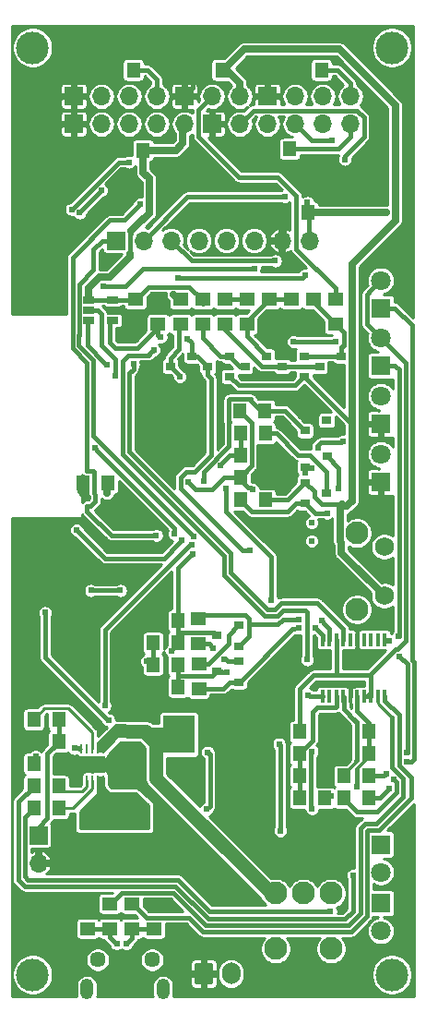
<source format=gbr>
G04 #@! TF.GenerationSoftware,KiCad,Pcbnew,(5.1.4)-1*
G04 #@! TF.CreationDate,2020-12-02T10:45:32+01:00*
G04 #@! TF.ProjectId,ESP32 - LP IoT,45535033-3220-42d2-904c-5020496f542e,rev?*
G04 #@! TF.SameCoordinates,Original*
G04 #@! TF.FileFunction,Copper,L2,Bot*
G04 #@! TF.FilePolarity,Positive*
%FSLAX46Y46*%
G04 Gerber Fmt 4.6, Leading zero omitted, Abs format (unit mm)*
G04 Created by KiCad (PCBNEW (5.1.4)-1) date 2020-12-02 10:45:32*
%MOMM*%
%LPD*%
G04 APERTURE LIST*
%ADD10R,1.397000X1.270000*%
%ADD11R,1.700000X1.700000*%
%ADD12O,1.700000X1.700000*%
%ADD13R,0.400000X1.200000*%
%ADD14R,1.270000X1.397000*%
%ADD15R,0.900000X0.800000*%
%ADD16R,1.060000X0.650000*%
%ADD17C,1.450000*%
%ADD18O,1.200000X1.900000*%
%ADD19C,2.100000*%
%ADD20C,0.609600*%
%ADD21R,0.250000X0.850000*%
%ADD22R,2.380000X1.650000*%
%ADD23C,0.100000*%
%ADD24C,1.700000*%
%ADD25O,1.700000X2.000000*%
%ADD26C,1.750000*%
%ADD27R,1.800000X1.800000*%
%ADD28C,1.800000*%
%ADD29O,1.270000X1.270000*%
%ADD30R,6.000000X6.000000*%
%ADD31R,3.000000X3.500000*%
%ADD32C,3.000000*%
%ADD33C,0.381000*%
%ADD34C,0.635000*%
%ADD35C,1.270000*%
%ADD36C,0.254000*%
%ADD37C,0.250000*%
G04 APERTURE END LIST*
D10*
X62115700Y-47561500D03*
X62115700Y-49847500D03*
D11*
X50292000Y-28956000D03*
D12*
X52832000Y-28956000D03*
X55372000Y-28956000D03*
X57912000Y-28956000D03*
D13*
X73139300Y-83981600D03*
X73774300Y-83981600D03*
X74409300Y-83981600D03*
X75044300Y-83981600D03*
X75679300Y-83981600D03*
X76314300Y-83981600D03*
X76949300Y-83981600D03*
X77584300Y-83981600D03*
X78219300Y-83981600D03*
X78854300Y-83981600D03*
X78854300Y-78781600D03*
X78219300Y-78781600D03*
X77584300Y-78781600D03*
X76949300Y-78781600D03*
X76314300Y-78781600D03*
X75679300Y-78781600D03*
X75044300Y-78781600D03*
X74409300Y-78781600D03*
X73774300Y-78781600D03*
X73139300Y-78781600D03*
D14*
X51130200Y-64414400D03*
X53416200Y-64414400D03*
D10*
X57658000Y-102997000D03*
X57658000Y-105283000D03*
X51562000Y-102997000D03*
X51562000Y-105283000D03*
X55956200Y-49860200D03*
X55956200Y-47574200D03*
D14*
X77368400Y-87223600D03*
X75082400Y-87223600D03*
X59855100Y-77025500D03*
X57569100Y-77025500D03*
X73304400Y-87223600D03*
X71018400Y-87223600D03*
X57569100Y-83121500D03*
X59855100Y-83121500D03*
D12*
X75692000Y-28956000D03*
X73152000Y-28956000D03*
X70612000Y-28956000D03*
D11*
X68072000Y-28956000D03*
D12*
X75692000Y-31496000D03*
X73152000Y-31496000D03*
X70612000Y-31496000D03*
X68072000Y-31496000D03*
X65532000Y-31496000D03*
D11*
X62992000Y-31496000D03*
X60452000Y-28956000D03*
D12*
X62992000Y-28956000D03*
X65532000Y-28956000D03*
D15*
X69434200Y-53721000D03*
X71434200Y-54671000D03*
X71434200Y-52771000D03*
X64576200Y-52771000D03*
X64576200Y-54671000D03*
X62576200Y-53721000D03*
X66005200Y-53721000D03*
X68005200Y-54671000D03*
X68005200Y-52771000D03*
X61147200Y-52771000D03*
X61147200Y-54671000D03*
X59147200Y-53721000D03*
X74863200Y-52771000D03*
X74863200Y-54671000D03*
X72863200Y-53721000D03*
X71517000Y-66278800D03*
X71517000Y-64378800D03*
X73517000Y-65328800D03*
X65427100Y-77459800D03*
X65427100Y-79359800D03*
X63427100Y-78409800D03*
X73551800Y-61991200D03*
X71551800Y-61041200D03*
X71551800Y-62941200D03*
X63443100Y-81709300D03*
X65443100Y-82659300D03*
X65443100Y-80759300D03*
D10*
X55626000Y-105283000D03*
X55626000Y-102997000D03*
X53594000Y-105283000D03*
X53594000Y-102997000D03*
X60083700Y-49847500D03*
X60083700Y-47561500D03*
X74307700Y-47561500D03*
X74307700Y-49847500D03*
X64147700Y-47561500D03*
X64147700Y-49847500D03*
X68211700Y-49847500D03*
X68211700Y-47561500D03*
X58013600Y-47574200D03*
X58013600Y-49860200D03*
D14*
X59855100Y-79057500D03*
X57569100Y-79057500D03*
X65582800Y-65963800D03*
X67868800Y-65963800D03*
X65582800Y-59867800D03*
X67868800Y-59867800D03*
X65557400Y-57785000D03*
X67843400Y-57785000D03*
D10*
X61772800Y-80975200D03*
X61772800Y-83261200D03*
D14*
X65582800Y-61899800D03*
X67868800Y-61899800D03*
X65582800Y-63931800D03*
X67868800Y-63931800D03*
X71018400Y-93319600D03*
X73304400Y-93319600D03*
D10*
X61760100Y-76898500D03*
X61760100Y-79184500D03*
D14*
X57569100Y-81089500D03*
X59855100Y-81089500D03*
X71018400Y-91287600D03*
X73304400Y-91287600D03*
X75082400Y-91287600D03*
X77368400Y-91287600D03*
X77368400Y-93319600D03*
X75082400Y-93319600D03*
D16*
X51681200Y-48564800D03*
X51681200Y-47614800D03*
X51681200Y-49514800D03*
X53881200Y-49514800D03*
X53881200Y-48564800D03*
X53881200Y-47614800D03*
D17*
X52491000Y-108138500D03*
X57491000Y-108138500D03*
D18*
X51491000Y-110838500D03*
X58491000Y-110838500D03*
D14*
X48895000Y-94234000D03*
X46609000Y-94234000D03*
X48895000Y-86106000D03*
X46609000Y-86106000D03*
X46609000Y-92202000D03*
X48895000Y-92202000D03*
X48895000Y-88138000D03*
X46609000Y-88138000D03*
X46609000Y-90144600D03*
X48895000Y-90144600D03*
D19*
X73914000Y-107124500D03*
X68834000Y-107124500D03*
X73914000Y-102044500D03*
X71374000Y-102044500D03*
X68834000Y-102044500D03*
D11*
X47040800Y-96723200D03*
D12*
X47040800Y-99263200D03*
D20*
X51244500Y-89852500D03*
X51244500Y-90614500D03*
X52768500Y-89852500D03*
X52768500Y-90614500D03*
X52006500Y-89852500D03*
X52006500Y-90614500D03*
D21*
X53006500Y-88783500D03*
X52506500Y-88783500D03*
X52006500Y-88783500D03*
X51506500Y-88783500D03*
X51006500Y-88783500D03*
X51006500Y-91683500D03*
X51506500Y-91683500D03*
X52006500Y-91683500D03*
X52506500Y-91683500D03*
X53006500Y-91683500D03*
D22*
X52006500Y-90233500D03*
D14*
X73025000Y-26543000D03*
X70739000Y-26543000D03*
X55753000Y-26543000D03*
X53467000Y-26543000D03*
X69532500Y-39624000D03*
X71818500Y-39624000D03*
X70104000Y-33782000D03*
X67818000Y-33782000D03*
X61595000Y-26543000D03*
X63881000Y-26543000D03*
D10*
X66179700Y-49847500D03*
X66179700Y-47561500D03*
X72275700Y-47561500D03*
X72275700Y-49847500D03*
X70243700Y-49847500D03*
X70243700Y-47561500D03*
X55245000Y-91249500D03*
X55245000Y-93535500D03*
X55245000Y-87185500D03*
X55245000Y-89471500D03*
D14*
X77368400Y-89255600D03*
X75082400Y-89255600D03*
X71018400Y-89255600D03*
X73304400Y-89255600D03*
D15*
X71517000Y-59624000D03*
X71517000Y-57724000D03*
X73517000Y-58674000D03*
D23*
G36*
X62854504Y-108411704D02*
G01*
X62878773Y-108415304D01*
X62902571Y-108421265D01*
X62925671Y-108429530D01*
X62947849Y-108440020D01*
X62968893Y-108452633D01*
X62988598Y-108467247D01*
X63006777Y-108483723D01*
X63023253Y-108501902D01*
X63037867Y-108521607D01*
X63050480Y-108542651D01*
X63060970Y-108564829D01*
X63069235Y-108587929D01*
X63075196Y-108611727D01*
X63078796Y-108635996D01*
X63080000Y-108660500D01*
X63080000Y-110160500D01*
X63078796Y-110185004D01*
X63075196Y-110209273D01*
X63069235Y-110233071D01*
X63060970Y-110256171D01*
X63050480Y-110278349D01*
X63037867Y-110299393D01*
X63023253Y-110319098D01*
X63006777Y-110337277D01*
X62988598Y-110353753D01*
X62968893Y-110368367D01*
X62947849Y-110380980D01*
X62925671Y-110391470D01*
X62902571Y-110399735D01*
X62878773Y-110405696D01*
X62854504Y-110409296D01*
X62830000Y-110410500D01*
X61630000Y-110410500D01*
X61605496Y-110409296D01*
X61581227Y-110405696D01*
X61557429Y-110399735D01*
X61534329Y-110391470D01*
X61512151Y-110380980D01*
X61491107Y-110368367D01*
X61471402Y-110353753D01*
X61453223Y-110337277D01*
X61436747Y-110319098D01*
X61422133Y-110299393D01*
X61409520Y-110278349D01*
X61399030Y-110256171D01*
X61390765Y-110233071D01*
X61384804Y-110209273D01*
X61381204Y-110185004D01*
X61380000Y-110160500D01*
X61380000Y-108660500D01*
X61381204Y-108635996D01*
X61384804Y-108611727D01*
X61390765Y-108587929D01*
X61399030Y-108564829D01*
X61409520Y-108542651D01*
X61422133Y-108521607D01*
X61436747Y-108501902D01*
X61453223Y-108483723D01*
X61471402Y-108467247D01*
X61491107Y-108452633D01*
X61512151Y-108440020D01*
X61534329Y-108429530D01*
X61557429Y-108421265D01*
X61581227Y-108415304D01*
X61605496Y-108411704D01*
X61630000Y-108410500D01*
X62830000Y-108410500D01*
X62854504Y-108411704D01*
X62854504Y-108411704D01*
G37*
D24*
X62230000Y-109410500D03*
D25*
X64730000Y-109410500D03*
D19*
X76300800Y-76016400D03*
D26*
X78790800Y-74756400D03*
X78790800Y-70256400D03*
D19*
X76300800Y-69006400D03*
D27*
X78486000Y-97561400D03*
D28*
X78486000Y-100101400D03*
X78486000Y-105498900D03*
D27*
X78486000Y-102958900D03*
D28*
X78486000Y-61785500D03*
D27*
X78486000Y-64325500D03*
X78486000Y-58991500D03*
D28*
X78486000Y-56451500D03*
D27*
X78486000Y-53657500D03*
D28*
X78486000Y-51117500D03*
X78486000Y-45847000D03*
D27*
X78486000Y-48387000D03*
D11*
X54152800Y-42189400D03*
D12*
X56692800Y-42189400D03*
X59232800Y-42189400D03*
X61772800Y-42189400D03*
X64312800Y-42189400D03*
X66852800Y-42189400D03*
X69392800Y-42189400D03*
X71932800Y-42189400D03*
D11*
X50292000Y-31496000D03*
D12*
X52832000Y-31496000D03*
X55372000Y-31496000D03*
X57912000Y-31496000D03*
X60452000Y-31496000D03*
D14*
X56642000Y-33909000D03*
X54356000Y-33909000D03*
D29*
X59165200Y-58242200D03*
X57260200Y-60147200D03*
X57260200Y-56972200D03*
X61070200Y-56972200D03*
X61070200Y-60147200D03*
D30*
X59165200Y-58542200D03*
D31*
X59944000Y-87477600D03*
X66944000Y-87477600D03*
D32*
X79500000Y-109500000D03*
X46500000Y-109500000D03*
X79500000Y-24500000D03*
X46500000Y-24500000D03*
D20*
X72136000Y-68072000D03*
X72136000Y-69723000D03*
X51866800Y-74269600D03*
X54559200Y-74269600D03*
X51561996Y-65786004D03*
X56975390Y-82702400D03*
X67360800Y-54508400D03*
X50038000Y-90881200D03*
X45212000Y-88798400D03*
X58343800Y-76479400D03*
X51638200Y-73202800D03*
X50419000Y-73253600D03*
X50342800Y-71297800D03*
X51587400Y-71297800D03*
X50795943Y-84716352D03*
X67665600Y-62839600D03*
X62992000Y-39649400D03*
X72809100Y-91998800D03*
X68199000Y-91694000D03*
X65786000Y-91694000D03*
X63754000Y-91694000D03*
X68199000Y-94615000D03*
X65786000Y-94615000D03*
X63754000Y-94615000D03*
X61976000Y-91694000D03*
X75692000Y-81026000D03*
X76835000Y-81026000D03*
X75573940Y-82999271D03*
X76876300Y-82876798D03*
X54466500Y-90233500D03*
X56515000Y-90297000D03*
X56388000Y-85979000D03*
X54356000Y-85979000D03*
X70358000Y-69723000D03*
X63627000Y-60071000D03*
X70231000Y-50546000D03*
X70231000Y-49530000D03*
X78359000Y-38354000D03*
X78359000Y-36576000D03*
X78359000Y-34798000D03*
X78359000Y-33020000D03*
X57658000Y-102997000D03*
X59055000Y-102743000D03*
X45085000Y-106680000D03*
X45085000Y-103505000D03*
X48895000Y-111125000D03*
X60325000Y-111125000D03*
X67945000Y-111125000D03*
X73660000Y-111125000D03*
X77470000Y-111125000D03*
X81280000Y-107315000D03*
X81280000Y-103505000D03*
X81280000Y-100330000D03*
X81280000Y-97155000D03*
X81280000Y-94615000D03*
X75565000Y-97155000D03*
X74295000Y-100330000D03*
X69850000Y-99695000D03*
X62865000Y-99695000D03*
X55245000Y-99060000D03*
X48895000Y-97790000D03*
X45085000Y-92710000D03*
X45085000Y-85090000D03*
X45085000Y-82550000D03*
X45085000Y-80010000D03*
X45085000Y-74295000D03*
X45085000Y-69850000D03*
X45085000Y-67945000D03*
X47625000Y-67945000D03*
X49530000Y-67945000D03*
X45085000Y-48260000D03*
X45085000Y-43815000D03*
X45085000Y-38735000D03*
X45085000Y-34290000D03*
X45085000Y-29845000D03*
X49530000Y-22860000D03*
X53975000Y-22860000D03*
X58420000Y-22860000D03*
X63500000Y-22860000D03*
X68580000Y-22860000D03*
X73025000Y-22860000D03*
X81280000Y-27940000D03*
X78740000Y-43815000D03*
X76835000Y-56388000D03*
X73914000Y-54102000D03*
X63627000Y-86995000D03*
X67395644Y-56581688D03*
X55956200Y-51257200D03*
X58928000Y-51816000D03*
X58039000Y-53340000D03*
X56642000Y-53467000D03*
X54356000Y-51181000D03*
X54102000Y-38608000D03*
X60071000Y-37033200D03*
X54102000Y-32512000D03*
X54102000Y-33731200D03*
X54102000Y-36576000D03*
X56642000Y-32512000D03*
X56642000Y-27940000D03*
X45008800Y-76504800D03*
X64109600Y-55880000D03*
X59131200Y-56235600D03*
X56184800Y-58420000D03*
X59131200Y-61264800D03*
X62128400Y-58572400D03*
X63754000Y-57658000D03*
X62128400Y-55372000D03*
X53222510Y-44706222D03*
X59690000Y-91592400D03*
X72999600Y-80314800D03*
X70104000Y-81686400D03*
X70104000Y-85953600D03*
X70104000Y-79248000D03*
X54292500Y-95453200D03*
X54292500Y-94742000D03*
X55118000Y-94742000D03*
X55930800Y-94742000D03*
X56743600Y-94742000D03*
X55118000Y-95453200D03*
X55930800Y-95453200D03*
X56743600Y-95453200D03*
X47650400Y-76301600D03*
X76250800Y-92303600D03*
X73942556Y-93141800D03*
X53473311Y-86142285D03*
X66421000Y-70612000D03*
X58290571Y-51022412D03*
X60706000Y-51181000D03*
X59255000Y-79806800D03*
X61188600Y-70891400D03*
X62482400Y-94334000D03*
X62585600Y-89103200D03*
X64363600Y-81788000D03*
X68415595Y-75146595D03*
X64268321Y-64913348D03*
X69240400Y-96316800D03*
X69138800Y-88341182D03*
X53340000Y-65328800D03*
X56975390Y-80772000D03*
X78968600Y-39624000D03*
X66700400Y-65024000D03*
X69672200Y-38150800D03*
X71742300Y-38696900D03*
X71501000Y-45377100D03*
X59836999Y-45593000D03*
X59436000Y-47117000D03*
X72097098Y-63022016D03*
X71501000Y-63473974D03*
X60766310Y-64309159D03*
X72694800Y-61163200D03*
X74980800Y-60604400D03*
X55118000Y-106680000D03*
X72164599Y-89029204D03*
X72164599Y-94313399D03*
X71729600Y-80619600D03*
X57658000Y-52197000D03*
X71831200Y-83870800D03*
X55753000Y-53527310D03*
X72440800Y-77724000D03*
X70916800Y-77724000D03*
X73964800Y-33020000D03*
X75184000Y-34747200D03*
X75919176Y-100380800D03*
X73863200Y-103705068D03*
X70459600Y-51460400D03*
X74361690Y-51460400D03*
X80076700Y-78486000D03*
X80219841Y-80319851D03*
X80832310Y-89162585D03*
X78994000Y-91059000D03*
X79628971Y-91567029D03*
X80839180Y-89972167D03*
X60045600Y-54676623D03*
X73050430Y-77063630D03*
X70967600Y-76911200D03*
X50342800Y-88747600D03*
X46786800Y-89458800D03*
X53136800Y-84836000D03*
X61097153Y-70082127D03*
X54095679Y-54610000D03*
X63750360Y-62835958D03*
X62230000Y-64211200D03*
X79248004Y-78867000D03*
X79248000Y-92456000D03*
X53346321Y-53594000D03*
X54229000Y-106679995D03*
X74625200Y-64922400D03*
X73533000Y-67183000D03*
X64109600Y-80568800D03*
X63078497Y-79537697D03*
X50834659Y-39638633D03*
X60223400Y-69646800D03*
X50532402Y-68718798D03*
X52832000Y-37592002D03*
X59512200Y-69087998D03*
X50088800Y-39323727D03*
X52206510Y-61214000D03*
X55372000Y-35001200D03*
X57861200Y-69215000D03*
X56400700Y-38849300D03*
X61294296Y-69296885D03*
X68788601Y-44043600D03*
X66852800Y-44738900D03*
X53008757Y-46356633D03*
D33*
X55915600Y-47614800D02*
X55956200Y-47574200D01*
X53754200Y-47614800D02*
X55915600Y-47614800D01*
X51554200Y-47614800D02*
X53754200Y-47614800D01*
X71467000Y-64378800D02*
X71517000Y-64378800D01*
X70686000Y-65159800D02*
X71467000Y-64378800D01*
X70686000Y-65209800D02*
X70686000Y-65159800D01*
X69932000Y-65963800D02*
X70686000Y-65209800D01*
X67868800Y-65963800D02*
X69932000Y-65963800D01*
X65428800Y-55473600D02*
X70612000Y-55473600D01*
X64576200Y-54671000D02*
X64626200Y-54671000D01*
X64626200Y-54671000D02*
X65428800Y-55473600D01*
X51866800Y-74269600D02*
X54559200Y-74269600D01*
X72348000Y-65642400D02*
X72348000Y-65159800D01*
X73101200Y-66395600D02*
X72348000Y-65642400D01*
X72348000Y-65159800D02*
X71567000Y-64378800D01*
X71567000Y-64378800D02*
X71517000Y-64378800D01*
X75793600Y-66090800D02*
X75488800Y-66395600D01*
X75793600Y-58980400D02*
X75793600Y-66090800D01*
D34*
X60286900Y-31661100D02*
X60452000Y-31496000D01*
X60286900Y-33274000D02*
X60286900Y-31661100D01*
X56642000Y-33909000D02*
X59651900Y-33909000D01*
X59651900Y-33909000D02*
X60286900Y-33274000D01*
X65532000Y-27753919D02*
X65532000Y-28956000D01*
X63881000Y-26543000D02*
X64321081Y-26543000D01*
X64321081Y-26543000D02*
X65532000Y-27753919D01*
X56642000Y-33909000D02*
X56642000Y-35928300D01*
X57223001Y-36509301D02*
X57223001Y-38454595D01*
X56642000Y-35928300D02*
X57223001Y-36509301D01*
X57223001Y-38454595D02*
X57223001Y-39665299D01*
X56066401Y-40821899D02*
X56036399Y-40821899D01*
X57223001Y-39665299D02*
X56066401Y-40821899D01*
X56036399Y-40821899D02*
X55520301Y-41337997D01*
D33*
X55452299Y-41593959D02*
X55452299Y-43387299D01*
X55520301Y-41337997D02*
X55520301Y-41525957D01*
X55520301Y-41525957D02*
X55452299Y-41593959D01*
X55452299Y-43387299D02*
X55435500Y-43404098D01*
X75488800Y-66395600D02*
X74904600Y-66395600D01*
X74904600Y-66395600D02*
X73101200Y-66395600D01*
X62115700Y-47561500D02*
X62115700Y-47993300D01*
X60912399Y-46421699D02*
X57172201Y-46421699D01*
X62115700Y-47561500D02*
X62052200Y-47561500D01*
X62052200Y-47561500D02*
X60912399Y-46421699D01*
X57172201Y-46421699D02*
X56019700Y-47574200D01*
X56019700Y-47574200D02*
X55956200Y-47574200D01*
D34*
X74733299Y-66566901D02*
X74904600Y-66395600D01*
X74733299Y-69758801D02*
X74733299Y-66566901D01*
X74860299Y-69885801D02*
X74733299Y-69758801D01*
X74860299Y-70825899D02*
X74860299Y-69885801D01*
X78790800Y-74756400D02*
X74860299Y-70825899D01*
X75317499Y-66566901D02*
X75793600Y-66090800D01*
X74733299Y-66566901D02*
X75317499Y-66566901D01*
X79803610Y-29765610D02*
X74676000Y-24638000D01*
X79803610Y-40338390D02*
X79803610Y-29765610D01*
X75819000Y-44323000D02*
X79803610Y-40338390D01*
X75819000Y-66065400D02*
X75819000Y-55496702D01*
X64008000Y-26543000D02*
X63881000Y-26543000D01*
X75793600Y-66090800D02*
X75819000Y-66065400D01*
X75819000Y-55496702D02*
X75830701Y-55485001D01*
X65913000Y-24638000D02*
X64008000Y-26543000D01*
X74676000Y-24638000D02*
X65913000Y-24638000D01*
X75830701Y-55485001D02*
X75830701Y-52023776D01*
X75830701Y-52023776D02*
X75819000Y-52012075D01*
X75819000Y-52012075D02*
X75819000Y-44323000D01*
D33*
X71414600Y-54671000D02*
X71434200Y-54671000D01*
X71434200Y-54671000D02*
X71484200Y-54671000D01*
X70612000Y-55473600D02*
X71414600Y-54671000D01*
X71484200Y-54671000D02*
X75793600Y-58980400D01*
D34*
X51681200Y-46654800D02*
X51681200Y-47614800D01*
X55452299Y-43642639D02*
X53566415Y-45528523D01*
X52673945Y-45528523D02*
X51681200Y-46521268D01*
X51681200Y-46521268D02*
X51681200Y-46654800D01*
X53566415Y-45528523D02*
X52673945Y-45528523D01*
X55452299Y-43387299D02*
X55452299Y-43642639D01*
D33*
X68211700Y-49847500D02*
X70243700Y-49847500D01*
X70243700Y-49847500D02*
X72275700Y-49847500D01*
X75082400Y-89255600D02*
X75082400Y-87223600D01*
X73304400Y-91287600D02*
X73304400Y-89255600D01*
X73304400Y-87223600D02*
X73304400Y-89255600D01*
D34*
X51054000Y-64693800D02*
X51054000Y-64947784D01*
D33*
X54660800Y-48564800D02*
X55956200Y-49860200D01*
X53754200Y-48564800D02*
X54660800Y-48564800D01*
X55956200Y-49631600D02*
X58013600Y-47574200D01*
X55956200Y-49860200D02*
X55956200Y-49631600D01*
X61214000Y-28194000D02*
X60452000Y-28956000D01*
X61214000Y-26543000D02*
X61214000Y-28194000D01*
X68072000Y-27725000D02*
X68072000Y-28956000D01*
X69254000Y-26543000D02*
X68072000Y-27725000D01*
X70739000Y-26543000D02*
X69254000Y-26543000D01*
X62992000Y-32727000D02*
X62992000Y-31496000D01*
X64047000Y-33782000D02*
X62992000Y-32727000D01*
X67818000Y-33782000D02*
X64047000Y-33782000D01*
X50292000Y-32727000D02*
X50292000Y-31496000D01*
X51474000Y-33909000D02*
X50292000Y-32727000D01*
X54356000Y-33909000D02*
X51474000Y-33909000D01*
X69596000Y-41986200D02*
X69392800Y-42189400D01*
X69596000Y-39878000D02*
X69596000Y-41986200D01*
X50292000Y-27725000D02*
X50292000Y-28956000D01*
X51474000Y-26543000D02*
X50292000Y-27725000D01*
X53467000Y-26543000D02*
X51474000Y-26543000D01*
D35*
X54466500Y-90233500D02*
X52006500Y-90233500D01*
X55130700Y-90233500D02*
X54466500Y-90233500D01*
X55245000Y-90347800D02*
X55130700Y-90233500D01*
X55245000Y-90347800D02*
X55245000Y-89471500D01*
X55245000Y-91249500D02*
X55245000Y-90347800D01*
D36*
X51006500Y-90852500D02*
X51244500Y-90614500D01*
X51006500Y-91683500D02*
X51006500Y-90852500D01*
D33*
X67868800Y-63931800D02*
X67868800Y-61899800D01*
D34*
X51257197Y-65481205D02*
X51561996Y-65786004D01*
X50952400Y-65176408D02*
X51257197Y-65481205D01*
X50952400Y-64414400D02*
X50952400Y-65176408D01*
D33*
X68005200Y-54671000D02*
X67842600Y-54508400D01*
X67842600Y-54508400D02*
X67791852Y-54508400D01*
X67791852Y-54508400D02*
X67360800Y-54508400D01*
X49911000Y-90144600D02*
X50038000Y-90271600D01*
X48895000Y-90144600D02*
X49911000Y-90144600D01*
X50038000Y-90271600D02*
X50038000Y-90881200D01*
X45593000Y-88138000D02*
X45262800Y-88468200D01*
X46609000Y-88138000D02*
X45593000Y-88138000D01*
X45262800Y-88468200D02*
X45262800Y-88747600D01*
X45262800Y-88747600D02*
X45212000Y-88798400D01*
D36*
X73304400Y-87223600D02*
X73304400Y-87192167D01*
X73304400Y-87192167D02*
X73212309Y-87100076D01*
X73212309Y-87100076D02*
X72907510Y-86795277D01*
X57569100Y-77025500D02*
X57797700Y-77025500D01*
X57797700Y-77025500D02*
X58343800Y-76479400D01*
D33*
X67868800Y-61899800D02*
X67868800Y-62636400D01*
X67868800Y-62636400D02*
X67665600Y-62839600D01*
X68516500Y-39624000D02*
X68491100Y-39649400D01*
X69532500Y-39624000D02*
X68516500Y-39624000D01*
X68491100Y-39649400D02*
X62992000Y-39649400D01*
X76013165Y-82991099D02*
X76004992Y-82999271D01*
X75679300Y-83000600D02*
X75677971Y-82999271D01*
X76733827Y-82991099D02*
X76013165Y-82991099D01*
X76004992Y-82999271D02*
X75573940Y-82999271D01*
X74912528Y-82694472D02*
X75269141Y-82694472D01*
X74676000Y-82931000D02*
X74912528Y-82694472D01*
X75677971Y-82999271D02*
X75573940Y-82999271D01*
X75679300Y-83981600D02*
X75679300Y-83000600D01*
X75269141Y-82694472D02*
X75573940Y-82999271D01*
X75878739Y-82694472D02*
X76471472Y-82694472D01*
X75573940Y-82999271D02*
X75878739Y-82694472D01*
X76471472Y-82694472D02*
X76653798Y-82876798D01*
X76653798Y-82876798D02*
X76876300Y-82876798D01*
X71517000Y-57724000D02*
X70686000Y-57724000D01*
X67826696Y-56581688D02*
X67395644Y-56581688D01*
X69543688Y-56581688D02*
X67826696Y-56581688D01*
X70686000Y-57724000D02*
X69543688Y-56581688D01*
X55956200Y-51257200D02*
X56007000Y-51308000D01*
X55956200Y-49860200D02*
X55956200Y-51257200D01*
D35*
X51917600Y-90144600D02*
X52006500Y-90233500D01*
X48895000Y-90144600D02*
X51917600Y-90144600D01*
X52006500Y-90233500D02*
X51117500Y-90233500D01*
X51117500Y-90233500D02*
X50482500Y-90868500D01*
D33*
X77368400Y-89255600D02*
X77368400Y-87223600D01*
D36*
X52740900Y-91683500D02*
X53006500Y-91683500D01*
X52506500Y-91683500D02*
X52740900Y-91683500D01*
D33*
X76314300Y-85356700D02*
X76314300Y-83981600D01*
X77368400Y-87223600D02*
X77368400Y-86410800D01*
X77368400Y-86410800D02*
X76314300Y-85356700D01*
D37*
X77368400Y-89458800D02*
X77368400Y-89255600D01*
X76250800Y-90651369D02*
X76250800Y-90576400D01*
X76250800Y-90576400D02*
X77368400Y-89458800D01*
D33*
X76250800Y-92303600D02*
X76250800Y-90651369D01*
D37*
X73304400Y-93319600D02*
X73482200Y-93141800D01*
X73482200Y-93141800D02*
X73511504Y-93141800D01*
X73511504Y-93141800D02*
X73942556Y-93141800D01*
D33*
X53383877Y-86142285D02*
X53473311Y-86142285D01*
X47650400Y-76301600D02*
X47650400Y-80408808D01*
X47650400Y-80408808D02*
X53383877Y-86142285D01*
D36*
X48895000Y-92265500D02*
X48895000Y-92202000D01*
X49339500Y-92710000D02*
X48895000Y-92265500D01*
X51072332Y-92710000D02*
X49339500Y-92710000D01*
X51506500Y-91683500D02*
X51506500Y-92275832D01*
X51506500Y-92275832D02*
X51072332Y-92710000D01*
D33*
X61626200Y-52771000D02*
X62576200Y-53721000D01*
X61147200Y-52771000D02*
X61626200Y-52771000D01*
X58013600Y-49860200D02*
X58013600Y-50876200D01*
X58159812Y-51022412D02*
X58290571Y-51022412D01*
X58013600Y-50876200D02*
X58159812Y-51022412D01*
X61147200Y-52771000D02*
X61147200Y-51622200D01*
X61147200Y-51622200D02*
X61010799Y-51485799D01*
X61010799Y-51485799D02*
X60706000Y-51181000D01*
X53594000Y-49675000D02*
X53754200Y-49514800D01*
X53594000Y-51562000D02*
X53594000Y-49675000D01*
X54102000Y-52070000D02*
X53594000Y-51562000D01*
X56134000Y-52070000D02*
X54102000Y-52070000D01*
X58013600Y-49860200D02*
X58013600Y-50190400D01*
X58013600Y-50190400D02*
X56134000Y-52070000D01*
X65786000Y-70612000D02*
X66421000Y-70612000D01*
X60071000Y-64897000D02*
X65786000Y-70612000D01*
X60071000Y-63881000D02*
X60071000Y-64897000D01*
X62576200Y-53721000D02*
X62576200Y-54502000D01*
X62576200Y-54502000D02*
X62890400Y-54816200D01*
X62890400Y-54816200D02*
X62890400Y-61890928D01*
X61408328Y-63373000D02*
X60579000Y-63373000D01*
X62890400Y-61890928D02*
X61408328Y-63373000D01*
X60579000Y-63373000D02*
X60071000Y-63881000D01*
X59855100Y-77025500D02*
X59855100Y-78117700D01*
X59855100Y-78117700D02*
X59855100Y-79057500D01*
X63135000Y-78117700D02*
X59855100Y-78117700D01*
X63427100Y-78409800D02*
X63135000Y-78117700D01*
X59855100Y-79057500D02*
X59855100Y-79133700D01*
X59855100Y-79133700D02*
X59182000Y-79806800D01*
X59182000Y-79806800D02*
X59255000Y-79806800D01*
X59855100Y-72224900D02*
X60883801Y-71196199D01*
X59855100Y-77025500D02*
X59855100Y-72224900D01*
X60883801Y-71196199D02*
X61188600Y-70891400D01*
X62787199Y-89304799D02*
X62585600Y-89103200D01*
X62482400Y-94334000D02*
X62787199Y-94029201D01*
X62787199Y-94029201D02*
X62787199Y-89304799D01*
X59855100Y-82105500D02*
X59855100Y-81089500D01*
X59893200Y-82143600D02*
X59855100Y-82105500D01*
X63443100Y-81709300D02*
X63008800Y-82143600D01*
X63008800Y-82143600D02*
X59893200Y-82143600D01*
X59855100Y-82181700D02*
X59893200Y-82143600D01*
X59855100Y-83121500D02*
X59855100Y-82181700D01*
X63443100Y-81709300D02*
X63878500Y-81709300D01*
X63878500Y-81709300D02*
X63957200Y-81788000D01*
X63957200Y-81788000D02*
X64363600Y-81788000D01*
X64268321Y-67062321D02*
X68415595Y-71209595D01*
X64268321Y-64913348D02*
X64268321Y-67062321D01*
X68415595Y-71209595D02*
X68415595Y-74715543D01*
X68415595Y-74715543D02*
X68415595Y-75146595D01*
X69240400Y-88442782D02*
X69138800Y-88341182D01*
X69240400Y-96316800D02*
X69240400Y-88442782D01*
X57569100Y-79057500D02*
X57569100Y-81089500D01*
X74041000Y-26543000D02*
X73025000Y-26543000D01*
X74481081Y-26543000D02*
X74041000Y-26543000D01*
X75692000Y-27753919D02*
X74481081Y-26543000D01*
X75692000Y-28956000D02*
X75692000Y-27753919D01*
X71120000Y-33782000D02*
X70104000Y-33782000D01*
X74608081Y-33782000D02*
X71120000Y-33782000D01*
X75692000Y-32698081D02*
X74608081Y-33782000D01*
X75692000Y-31496000D02*
X75692000Y-32698081D01*
X71882000Y-42138600D02*
X71932800Y-42189400D01*
X71882000Y-39878000D02*
X71882000Y-42138600D01*
X57912000Y-27432000D02*
X57912000Y-28956000D01*
X55753000Y-26543000D02*
X57023000Y-26543000D01*
X57023000Y-26543000D02*
X57912000Y-27432000D01*
D34*
X53340000Y-64693800D02*
X53340000Y-65074792D01*
X53340000Y-64897748D02*
X53340000Y-65328800D01*
X53340000Y-64516000D02*
X53340000Y-64897748D01*
X53238400Y-64414400D02*
X53340000Y-64516000D01*
D33*
X65582800Y-57835800D02*
X65582800Y-57899300D01*
X65557400Y-57848500D02*
X65557400Y-57785000D01*
X66608301Y-58899401D02*
X65557400Y-57848500D01*
X66608301Y-62842799D02*
X66608301Y-58899401D01*
X65582800Y-63868300D02*
X66608301Y-62842799D01*
X65582800Y-63931800D02*
X65582800Y-63868300D01*
D34*
X71818500Y-39624000D02*
X73088500Y-39624000D01*
X73088500Y-39624000D02*
X78968600Y-39624000D01*
D33*
X66322599Y-64874799D02*
X66551199Y-64874799D01*
X65582800Y-63931800D02*
X65582800Y-64135000D01*
X65582800Y-64135000D02*
X66322599Y-64874799D01*
X66551199Y-64874799D02*
X66700400Y-65024000D01*
X56692800Y-42189400D02*
X60731400Y-38150800D01*
X60731400Y-38150800D02*
X69672200Y-38150800D01*
X71742300Y-39547800D02*
X71818500Y-39624000D01*
X71742300Y-38696900D02*
X71742300Y-39547800D01*
X64084200Y-63931800D02*
X63004700Y-65011300D01*
X61468451Y-65011300D02*
X61071109Y-64613958D01*
X63004700Y-65011300D02*
X61468451Y-65011300D01*
X65582800Y-63931800D02*
X64084200Y-63931800D01*
X61071109Y-64613958D02*
X60766310Y-64309159D01*
X59944000Y-45593000D02*
X59836999Y-45593000D01*
X71285100Y-45593000D02*
X59944000Y-45593000D01*
X71501000Y-45377100D02*
X71285100Y-45593000D01*
D34*
X60083700Y-47561500D02*
X59880500Y-47561500D01*
X59448709Y-47129709D02*
X59436000Y-47129709D01*
X59880500Y-47561500D02*
X59448709Y-47129709D01*
D33*
X71551800Y-62941200D02*
X71632616Y-63022016D01*
X71632616Y-63022016D02*
X71666046Y-63022016D01*
X71666046Y-63022016D02*
X72097098Y-63022016D01*
X71551800Y-62941200D02*
X71501000Y-62992000D01*
X71501000Y-62992000D02*
X71501000Y-63042922D01*
X71501000Y-63042922D02*
X71501000Y-63473974D01*
X74879200Y-60706000D02*
X74980800Y-60604400D01*
X72694800Y-60960000D02*
X72948800Y-60706000D01*
X72694800Y-61163200D02*
X72694800Y-60960000D01*
X72948800Y-60706000D02*
X74879200Y-60706000D01*
X55626000Y-106172000D02*
X55626000Y-105283000D01*
X55118000Y-106680000D02*
X55626000Y-106172000D01*
X55626000Y-105283000D02*
X57658000Y-105283000D01*
X72059800Y-94208600D02*
X72164599Y-94313399D01*
X72164599Y-89029204D02*
X72059800Y-89134003D01*
X72059800Y-89134003D02*
X72059800Y-94208600D01*
X64147700Y-47561500D02*
X66179700Y-47561500D01*
X76949300Y-83981600D02*
X77584300Y-83981600D01*
X77586001Y-46746999D02*
X78486000Y-45847000D01*
X77195499Y-47137501D02*
X77586001Y-46746999D01*
X77195499Y-49826999D02*
X77195499Y-47137501D01*
X78486000Y-51117500D02*
X77195499Y-49826999D01*
X80772000Y-53403500D02*
X79385999Y-52017499D01*
X79385999Y-52017499D02*
X78486000Y-51117500D01*
X80772000Y-78867000D02*
X80772000Y-53403500D01*
X77584300Y-81927546D02*
X79866081Y-79645765D01*
X77584300Y-83981600D02*
X77584300Y-81927546D01*
X79866081Y-79645765D02*
X79993235Y-79645765D01*
X79993235Y-79645765D02*
X80772000Y-78867000D01*
X72288400Y-82042000D02*
X74269600Y-82042000D01*
X71018400Y-87223600D02*
X71018400Y-83312000D01*
X71018400Y-83312000D02*
X72288400Y-82042000D01*
X77571600Y-83616800D02*
X77266800Y-83921600D01*
X74295000Y-82042000D02*
X77571600Y-82042000D01*
X77571600Y-82042000D02*
X77571600Y-83616800D01*
X74422000Y-78794300D02*
X74409300Y-78781600D01*
X74422000Y-82042000D02*
X74422000Y-78794300D01*
X71729600Y-76301600D02*
X71729600Y-80619600D01*
X70866000Y-76073000D02*
X71501000Y-76073000D01*
X71501000Y-76073000D02*
X71729600Y-76301600D01*
X71942000Y-83981600D02*
X71831200Y-83870800D01*
X73139300Y-83981600D02*
X71942000Y-83981600D01*
X64061989Y-71081261D02*
X54790989Y-61810262D01*
X69541721Y-76073000D02*
X68990003Y-76624718D01*
X57353201Y-52501799D02*
X57658000Y-52197000D01*
X55308751Y-52704998D02*
X57150002Y-52704998D01*
X68990003Y-76624718D02*
X67841187Y-76624718D01*
X71374000Y-76073000D02*
X69541721Y-76073000D01*
X67841187Y-76624718D02*
X64061989Y-72845520D01*
X64061989Y-72845520D02*
X64061989Y-71081261D01*
X54790989Y-61810262D02*
X54790989Y-53222760D01*
X54790989Y-53222760D02*
X55308751Y-52704998D01*
X57150002Y-52704998D02*
X57353201Y-52501799D01*
X75044300Y-77800600D02*
X72681700Y-75438000D01*
X68749341Y-76043707D02*
X68081849Y-76043707D01*
X64643000Y-72604858D02*
X64643000Y-70840600D01*
X69355048Y-75438000D02*
X68749341Y-76043707D01*
X75044300Y-78781600D02*
X75044300Y-77800600D01*
X72681700Y-75438000D02*
X69355048Y-75438000D01*
X68081849Y-76043707D02*
X64643000Y-72604858D01*
X64643000Y-70840600D02*
X55372000Y-61569600D01*
X55372000Y-61569600D02*
X55372000Y-54339362D01*
X55372000Y-54339362D02*
X55753000Y-53958362D01*
X55753000Y-53958362D02*
X55753000Y-53527310D01*
X73139300Y-78781600D02*
X73139300Y-78381600D01*
X72481700Y-77724000D02*
X72440800Y-77724000D01*
X73139300Y-78381600D02*
X72481700Y-77724000D01*
X65493100Y-82659300D02*
X65443100Y-82659300D01*
X70377598Y-77774802D02*
X65493100Y-82659300D01*
X70916800Y-77724000D02*
X70377598Y-77774802D01*
X62852300Y-83261200D02*
X61772800Y-83261200D01*
X64010200Y-83261200D02*
X62852300Y-83261200D01*
X64612100Y-82659300D02*
X64010200Y-83261200D01*
X65443100Y-82659300D02*
X64612100Y-82659300D01*
X73533748Y-33020000D02*
X73964800Y-33020000D01*
X70612000Y-31496000D02*
X72136000Y-33020000D01*
X72136000Y-33020000D02*
X73533748Y-33020000D01*
X66772501Y-30255499D02*
X73747441Y-30255499D01*
X75184000Y-34442400D02*
X75184000Y-34747200D01*
X76932501Y-32693899D02*
X75184000Y-34442400D01*
X65532000Y-31496000D02*
X66772501Y-30255499D01*
X73747441Y-30255499D02*
X76287441Y-30255499D01*
X76287441Y-30255499D02*
X76932501Y-30900559D01*
X76932501Y-30900559D02*
X76932501Y-32693899D01*
X70713600Y-42951400D02*
X74307700Y-46545500D01*
X70713600Y-42806142D02*
X70713600Y-42951400D01*
X74307700Y-46545500D02*
X74307700Y-47561500D01*
X70692299Y-42784841D02*
X70713600Y-42806142D01*
X70692299Y-41593959D02*
X70692299Y-42784841D01*
X70713600Y-41572658D02*
X70692299Y-41593959D01*
X61751499Y-30196501D02*
X61751499Y-32658401D01*
X62992000Y-28956000D02*
X61751499Y-30196501D01*
X61751499Y-32658401D02*
X65465898Y-36372800D01*
X65465898Y-36372800D02*
X69037200Y-36372800D01*
X69037200Y-36372800D02*
X70713600Y-38049200D01*
X70713600Y-38049200D02*
X70713600Y-41572658D01*
X75919176Y-100811852D02*
X75919176Y-100380800D01*
X46609000Y-92202000D02*
X46609000Y-92265500D01*
X46609000Y-92265500D02*
X45212000Y-93662500D01*
X75919176Y-103658824D02*
X75919176Y-100811852D01*
X75177622Y-104400378D02*
X75919176Y-103658824D01*
X45212000Y-93662500D02*
X45212000Y-100838000D01*
X45212000Y-100838000D02*
X45764488Y-101390488D01*
X45764488Y-101390488D02*
X59641761Y-101390488D01*
X59641761Y-101390488D02*
X62651651Y-104400378D01*
X62651651Y-104400378D02*
X75177622Y-104400378D01*
X45793011Y-95049989D02*
X45793011Y-100504611D01*
X45793011Y-100504611D02*
X46097877Y-100809477D01*
X46097877Y-100809477D02*
X59882423Y-100809477D01*
X59882423Y-100809477D02*
X62778014Y-103705068D01*
X62778014Y-103705068D02*
X73432148Y-103705068D01*
X73432148Y-103705068D02*
X73863200Y-103705068D01*
X46609000Y-94234000D02*
X45793011Y-95049989D01*
X70459600Y-51460400D02*
X74361690Y-51460400D01*
X79767000Y-53657500D02*
X80137000Y-54027500D01*
X78486000Y-53657500D02*
X79767000Y-53657500D01*
X80137000Y-54027500D02*
X80137000Y-77470000D01*
X80137000Y-77470000D02*
X80137000Y-78232000D01*
X80137000Y-78232000D02*
X80137000Y-78425700D01*
X80137000Y-78425700D02*
X80076700Y-78486000D01*
X80899000Y-89095895D02*
X80832310Y-89162585D01*
X80899000Y-80999010D02*
X80899000Y-89095895D01*
X80219841Y-80319851D02*
X80899000Y-80999010D01*
X77368400Y-91287600D02*
X78765400Y-91287600D01*
X78765400Y-91287600D02*
X78994000Y-91059000D01*
X81527612Y-89714787D02*
X81270232Y-89972167D01*
X81527612Y-80805949D02*
X81527612Y-89714787D01*
X81270232Y-89972167D02*
X80839180Y-89972167D01*
X81353011Y-49973011D02*
X81353011Y-80631348D01*
X79767000Y-48387000D02*
X81353011Y-49973011D01*
X81353011Y-80631348D02*
X81527612Y-80805949D01*
X78486000Y-48387000D02*
X79767000Y-48387000D01*
X78143448Y-94589600D02*
X79943302Y-92789746D01*
X79943302Y-91881360D02*
X79933770Y-91871828D01*
X79933770Y-91871828D02*
X79628971Y-91567029D01*
X75082400Y-93383100D02*
X76288900Y-94589600D01*
X76288900Y-94589600D02*
X78143448Y-94589600D01*
X75082400Y-93319600D02*
X75082400Y-93383100D01*
X79943302Y-92789746D02*
X79943302Y-91881360D01*
X64084200Y-50259501D02*
X64084200Y-49707800D01*
X69434200Y-53721000D02*
X67545699Y-53721000D01*
X67545699Y-53721000D02*
X64084200Y-50259501D01*
X72863200Y-53721000D02*
X69434200Y-53721000D01*
X65526200Y-53721000D02*
X64576200Y-52771000D01*
X66005200Y-53721000D02*
X65526200Y-53721000D01*
X62115700Y-50863500D02*
X62115700Y-49847500D01*
X62115700Y-51141500D02*
X62115700Y-50863500D01*
X63745200Y-52771000D02*
X62115700Y-51141500D01*
X64576200Y-52771000D02*
X63745200Y-52771000D01*
X59944000Y-49987200D02*
X60083700Y-49847500D01*
X59944000Y-52143200D02*
X59944000Y-49987200D01*
X59147200Y-53721000D02*
X59147200Y-52940000D01*
X59147200Y-52940000D02*
X59944000Y-52143200D01*
X60045600Y-54569400D02*
X60045600Y-54676623D01*
X59197200Y-53721000D02*
X60045600Y-54569400D01*
X59147200Y-53721000D02*
X59197200Y-53721000D01*
X68884800Y-59867800D02*
X67868800Y-59867800D01*
X73517000Y-65328800D02*
X73517000Y-63412856D01*
X73517000Y-63412856D02*
X71935845Y-61831701D01*
X70848701Y-61831701D02*
X68884800Y-59867800D01*
X71935845Y-61831701D02*
X70848701Y-61831701D01*
X61823600Y-76898500D02*
X61760100Y-76898500D01*
X65477100Y-79359800D02*
X66370200Y-78466700D01*
X65427100Y-79359800D02*
X65477100Y-79359800D01*
X66370200Y-76849998D02*
X65999602Y-76479400D01*
X65999602Y-76479400D02*
X62242700Y-76479400D01*
X62242700Y-76479400D02*
X61823600Y-76898500D01*
X66370200Y-78466700D02*
X66370200Y-77393800D01*
X66370200Y-77393800D02*
X66370200Y-76849998D01*
X73774300Y-78781600D02*
X73774300Y-77787500D01*
X73774300Y-77787500D02*
X73355229Y-77368429D01*
X73355229Y-77368429D02*
X73050430Y-77063630D01*
X69042594Y-77393800D02*
X66370200Y-77393800D01*
X70967600Y-76911200D02*
X69525194Y-76911200D01*
X69525194Y-76911200D02*
X69042594Y-77393800D01*
X78854300Y-84381600D02*
X78854300Y-83981600D01*
X80137000Y-85664300D02*
X78854300Y-84381600D01*
X80137000Y-89970279D02*
X80137000Y-85664300D01*
X80143313Y-89976592D02*
X80137000Y-89970279D01*
X80143313Y-90276380D02*
X80143313Y-89976592D01*
X81257725Y-91390792D02*
X80143313Y-90276380D01*
X81257725Y-93299946D02*
X81257725Y-91390792D01*
X78286773Y-96270899D02*
X81257725Y-93299946D01*
X77273599Y-96270899D02*
X78286773Y-96270899D01*
X77195499Y-96348999D02*
X77273599Y-96270899D01*
X77195499Y-104131620D02*
X77195499Y-96348999D01*
X75764719Y-105562400D02*
X77195499Y-104131620D01*
X62170328Y-105562400D02*
X75764719Y-105562400D01*
X60865427Y-104257499D02*
X62170328Y-105562400D01*
X56949999Y-104257499D02*
X60865427Y-104257499D01*
X55689500Y-102997000D02*
X56949999Y-104257499D01*
X55626000Y-102997000D02*
X55689500Y-102997000D01*
D36*
X78232000Y-84664951D02*
X79502000Y-85934951D01*
X78232000Y-84455000D02*
X78232000Y-84664951D01*
X78219300Y-83981600D02*
X78219300Y-84442300D01*
X78219300Y-84442300D02*
X78232000Y-84455000D01*
D33*
X54683001Y-101971499D02*
X53657500Y-102997000D01*
X53657500Y-102997000D02*
X53594000Y-102997000D01*
X77032937Y-95689888D02*
X76614488Y-96108337D01*
X59401099Y-101971499D02*
X54683001Y-101971499D01*
X79502000Y-85934951D02*
X79502000Y-90456739D01*
X75524057Y-104981389D02*
X62410989Y-104981389D01*
X76614488Y-103890958D02*
X75524057Y-104981389D01*
X78046110Y-95689888D02*
X77032937Y-95689888D01*
X80524313Y-93211685D02*
X78046110Y-95689888D01*
X62410989Y-104981389D02*
X59401099Y-101971499D01*
X80524313Y-91479052D02*
X80524313Y-93211685D01*
X79502000Y-90456739D02*
X80524313Y-91479052D01*
X76614488Y-96108337D02*
X76614488Y-103890958D01*
D36*
X52006500Y-92417900D02*
X50190400Y-94234000D01*
X50190400Y-94234000D02*
X48895000Y-94234000D01*
X52006500Y-91683500D02*
X52006500Y-92417900D01*
D33*
X48895000Y-88138000D02*
X48895000Y-86106000D01*
X48895000Y-88201500D02*
X48895000Y-88138000D01*
X47869499Y-89227001D02*
X48895000Y-88201500D01*
X47869499Y-95132501D02*
X47869499Y-89227001D01*
X47040800Y-95961200D02*
X47869499Y-95132501D01*
X47040800Y-96723200D02*
X47040800Y-95961200D01*
D36*
X46609000Y-86106000D02*
X46609000Y-86080600D01*
X52006500Y-88104500D02*
X52006500Y-88783500D01*
X52006500Y-87295398D02*
X52006500Y-88104500D01*
X49791601Y-85080499D02*
X52006500Y-87295398D01*
X47609101Y-85080499D02*
X49791601Y-85080499D01*
X46609000Y-86080600D02*
X47609101Y-85080499D01*
X51006500Y-88783500D02*
X50814900Y-88783500D01*
D33*
X50814900Y-88783500D02*
X50779000Y-88747600D01*
X50779000Y-88747600D02*
X50342800Y-88747600D01*
X46609000Y-90144600D02*
X46786800Y-89966800D01*
X46786800Y-89889852D02*
X46786800Y-89458800D01*
X46786800Y-89966800D02*
X46786800Y-89889852D01*
X53136800Y-77863352D02*
X60918025Y-70082127D01*
X60918025Y-70082127D02*
X61097153Y-70082127D01*
X53136800Y-84836000D02*
X53136800Y-77863352D01*
X52832003Y-51802955D02*
X54095679Y-53066631D01*
X51554200Y-48564800D02*
X52465200Y-48564800D01*
X52465200Y-48564800D02*
X52832003Y-48931603D01*
X52832003Y-48931603D02*
X52832003Y-51802955D01*
X54095679Y-53066631D02*
X54095679Y-54178948D01*
X54095679Y-54178948D02*
X54095679Y-54610000D01*
X65582800Y-61899800D02*
X65582800Y-59867800D01*
X63750360Y-62716240D02*
X63750360Y-62835958D01*
X65582800Y-61899800D02*
X64566800Y-61899800D01*
X64566800Y-61899800D02*
X63750360Y-62716240D01*
X62230000Y-63780148D02*
X62230000Y-64211200D01*
X62230000Y-63373000D02*
X62230000Y-63780148D01*
X64557299Y-61045701D02*
X62230000Y-63373000D01*
X64557299Y-58856899D02*
X64557299Y-61045701D01*
X64575098Y-58839100D02*
X64557299Y-58856899D01*
X64609999Y-56695999D02*
X64531899Y-56774099D01*
X66504801Y-56695999D02*
X64609999Y-56695999D01*
X64531899Y-56774099D02*
X64531899Y-58795901D01*
X64531899Y-58795901D02*
X64575098Y-58839100D01*
X67843400Y-57785000D02*
X67468374Y-57785000D01*
X67468374Y-57785000D02*
X66582901Y-56899527D01*
X66582901Y-56899527D02*
X66582901Y-56774099D01*
X66582901Y-56774099D02*
X66504801Y-56695999D01*
X67843400Y-57785000D02*
X69678000Y-57785000D01*
X69678000Y-57785000D02*
X70686000Y-58793000D01*
X70686000Y-58793000D02*
X70686000Y-58843000D01*
X70686000Y-58843000D02*
X71467000Y-59624000D01*
X71467000Y-59624000D02*
X71517000Y-59624000D01*
X71018400Y-93319600D02*
X71018400Y-89255600D01*
X74320400Y-84988400D02*
X74409300Y-84899500D01*
X72644000Y-84988400D02*
X74320400Y-84988400D01*
X72212200Y-85420200D02*
X72644000Y-84988400D01*
X72212200Y-87998300D02*
X72212200Y-85420200D01*
X71018400Y-89255600D02*
X71018400Y-89192100D01*
X71018400Y-89192100D02*
X72212200Y-87998300D01*
X74409300Y-84899500D02*
X74409300Y-83981600D01*
X75082400Y-91287600D02*
X75082400Y-91224100D01*
D36*
X75082400Y-91135200D02*
X75124902Y-91135200D01*
X75082400Y-91287600D02*
X75082400Y-91135200D01*
X76047600Y-86156800D02*
X75996800Y-86106000D01*
X76001202Y-86106000D02*
X76107901Y-86212699D01*
X75996800Y-86106000D02*
X76001202Y-86106000D01*
D33*
X75088799Y-84026099D02*
X75044300Y-83981600D01*
X76107901Y-86212699D02*
X75088799Y-85193597D01*
X75088799Y-85193597D02*
X75088799Y-84026099D01*
X76250800Y-86355598D02*
X76250800Y-87325200D01*
D36*
X76250800Y-86355598D02*
X76107901Y-86212699D01*
D33*
X76250800Y-86360000D02*
X75996800Y-86106000D01*
X76250800Y-87325200D02*
X76250800Y-86360000D01*
D37*
X75082400Y-91287600D02*
X75082400Y-91084400D01*
X75082400Y-91084400D02*
X76250800Y-89916000D01*
D33*
X76250800Y-89847360D02*
X76216480Y-89881680D01*
X76250800Y-87325200D02*
X76250800Y-89847360D01*
X77368400Y-93256100D02*
X77368400Y-93319600D01*
X79162604Y-78781600D02*
X79248004Y-78867000D01*
X78854300Y-78781600D02*
X79162604Y-78781600D01*
X77368400Y-93319600D02*
X78384400Y-93319600D01*
X78384400Y-93319600D02*
X79248000Y-92456000D01*
X53041522Y-53289201D02*
X53346321Y-53594000D01*
X51554200Y-49514800D02*
X51554200Y-51801879D01*
X51554200Y-51801879D02*
X53041522Y-53289201D01*
X62624298Y-80975200D02*
X61772800Y-80975200D01*
X64490600Y-79108898D02*
X62624298Y-80975200D01*
X64490600Y-78346300D02*
X64490600Y-79108898D01*
X65427100Y-77459800D02*
X65377100Y-77459800D01*
X65377100Y-77459800D02*
X64490600Y-78346300D01*
X54228995Y-106679995D02*
X54229000Y-106679995D01*
X53594000Y-106045000D02*
X53594000Y-105283000D01*
X53848000Y-106299000D02*
X53594000Y-106045000D01*
X54229000Y-106679995D02*
X53848005Y-106299000D01*
X53848005Y-106299000D02*
X53848000Y-106299000D01*
X51562000Y-105283000D02*
X53594000Y-105283000D01*
D34*
X52745300Y-88783500D02*
X52745300Y-88377100D01*
D36*
X52745300Y-88783500D02*
X53006500Y-88783500D01*
X52506500Y-88783500D02*
X52745300Y-88783500D01*
D34*
X52745300Y-88377100D02*
X52730400Y-88362200D01*
D35*
X56737500Y-87185500D02*
X57817000Y-88265000D01*
X55245000Y-87185500D02*
X56737500Y-87185500D01*
D34*
X54254400Y-86868000D02*
X54914800Y-86868000D01*
X52745300Y-88377100D02*
X54254400Y-86868000D01*
X54312400Y-87477600D02*
X53006500Y-88783500D01*
X54610000Y-87477600D02*
X54312400Y-87477600D01*
X55245000Y-87185500D02*
X54902100Y-87185500D01*
X54902100Y-87185500D02*
X54610000Y-87477600D01*
D35*
X57817000Y-91472000D02*
X68389500Y-102044500D01*
X57817000Y-88265000D02*
X57817000Y-91472000D01*
X68389500Y-102044500D02*
X68834000Y-102044500D01*
X56881900Y-87185500D02*
X56737500Y-87185500D01*
X57174000Y-87477600D02*
X56881900Y-87185500D01*
X59944000Y-87477600D02*
X57174000Y-87477600D01*
D33*
X66179700Y-49593500D02*
X68211700Y-47561500D01*
X66179700Y-49847500D02*
X66179700Y-49593500D01*
X68211700Y-47561500D02*
X70243700Y-47561500D01*
X66179700Y-50945500D02*
X68005200Y-52771000D01*
X66179700Y-49847500D02*
X66179700Y-50945500D01*
X72275700Y-47815500D02*
X74307700Y-49847500D01*
X72275700Y-47561500D02*
X72275700Y-47815500D01*
X71434200Y-52771000D02*
X74863200Y-52771000D01*
X75057000Y-50596800D02*
X74307700Y-49847500D01*
X75057000Y-51796200D02*
X75057000Y-50596800D01*
X74863200Y-52771000D02*
X74863200Y-51990000D01*
X74863200Y-51990000D02*
X75057000Y-51796200D01*
X70686000Y-66278800D02*
X71517000Y-66278800D01*
X69911999Y-67052801D02*
X70686000Y-66278800D01*
X66608301Y-67052801D02*
X69911999Y-67052801D01*
X65582800Y-66027300D02*
X66608301Y-67052801D01*
X65582800Y-65963800D02*
X65582800Y-66027300D01*
X74625200Y-64491348D02*
X74625200Y-64922400D01*
X74625200Y-63014600D02*
X74625200Y-64491348D01*
X71567000Y-66278800D02*
X72471200Y-67183000D01*
X72471200Y-67183000D02*
X73101948Y-67183000D01*
X71517000Y-66278800D02*
X71567000Y-66278800D01*
X73101948Y-67183000D02*
X73533000Y-67183000D01*
X73601800Y-61991200D02*
X74625200Y-63014600D01*
X73551800Y-61991200D02*
X73601800Y-61991200D01*
X65443100Y-80759300D02*
X64452500Y-80759300D01*
X64452500Y-80759300D02*
X64262000Y-80568800D01*
X64262000Y-80568800D02*
X64109600Y-80568800D01*
X62725300Y-79184500D02*
X63078497Y-79537697D01*
X61760100Y-79184500D02*
X62725300Y-79184500D01*
X50834659Y-39589343D02*
X50834659Y-39638633D01*
X52832000Y-37592002D02*
X50834659Y-39589343D01*
X53136805Y-71323201D02*
X58546999Y-71323201D01*
X58546999Y-71323201D02*
X59918601Y-69951599D01*
X50532402Y-68718798D02*
X53136805Y-71323201D01*
X59918601Y-69951599D02*
X60223400Y-69646800D01*
X59512200Y-68519690D02*
X52511309Y-61518799D01*
X52511309Y-61518799D02*
X52206510Y-61214000D01*
X59512200Y-69087998D02*
X59512200Y-68519690D01*
X54411327Y-35001200D02*
X55372000Y-35001200D01*
X50088800Y-39323727D02*
X54411327Y-35001200D01*
X52155701Y-63403499D02*
X52077601Y-63325399D01*
X57861200Y-69215000D02*
X53721000Y-69215000D01*
X51855263Y-66494013D02*
X52270005Y-66079271D01*
X52270005Y-66079271D02*
X52270005Y-65492737D01*
X53633597Y-40305701D02*
X54944299Y-40305701D01*
X54944299Y-40305701D02*
X56400700Y-38849300D01*
X50168189Y-43771109D02*
X53633597Y-40305701D01*
X53721000Y-69215000D02*
X51511200Y-67005200D01*
X50168189Y-52065534D02*
X50168189Y-43771109D01*
X51511200Y-66494013D02*
X51855263Y-66494013D01*
X51511200Y-53408544D02*
X50168189Y-52065534D01*
X52077601Y-63325399D02*
X51511200Y-63325399D01*
X52270005Y-65492737D02*
X52155701Y-65378433D01*
X51511200Y-63325399D02*
X51511200Y-53408544D01*
X51511200Y-67005200D02*
X51511200Y-66494013D01*
X52155701Y-65378433D02*
X52155701Y-63403499D01*
X60989497Y-68992086D02*
X61294296Y-69296885D01*
X52092211Y-60094800D02*
X60989497Y-68992086D01*
X52092211Y-53167883D02*
X52092211Y-60094800D01*
X50749200Y-50850800D02*
X50749200Y-51824872D01*
X54152800Y-42189400D02*
X52921800Y-42189400D01*
X50749200Y-51824872D02*
X52092211Y-53167883D01*
X50760699Y-50839301D02*
X50749200Y-50850800D01*
X52921800Y-42189400D02*
X52092211Y-43018989D01*
X52092211Y-44856440D02*
X50760699Y-46187952D01*
X50760699Y-46187952D02*
X50760699Y-50839301D01*
X52092211Y-43018989D02*
X52092211Y-44856440D01*
X61087000Y-44043600D02*
X68788601Y-44043600D01*
X59232800Y-42189400D02*
X61087000Y-44043600D01*
X53439809Y-46356633D02*
X53008757Y-46356633D01*
X66852800Y-44738900D02*
X56632500Y-44738900D01*
X55014767Y-46356633D02*
X53439809Y-46356633D01*
X56632500Y-44738900D02*
X55014767Y-46356633D01*
D36*
G36*
X58921669Y-68737382D02*
G01*
X58904452Y-68763150D01*
X58852755Y-68887958D01*
X58826400Y-69020453D01*
X58826400Y-69155543D01*
X58852755Y-69288038D01*
X58904452Y-69412846D01*
X58979505Y-69525170D01*
X59075028Y-69620693D01*
X59187352Y-69695746D01*
X59312160Y-69747443D01*
X59314140Y-69747837D01*
X58310277Y-70751701D01*
X53373528Y-70751701D01*
X51204576Y-68582750D01*
X51191847Y-68518758D01*
X51140150Y-68393950D01*
X51065097Y-68281626D01*
X50969574Y-68186103D01*
X50857250Y-68111050D01*
X50732442Y-68059353D01*
X50599947Y-68032998D01*
X50464857Y-68032998D01*
X50332362Y-68059353D01*
X50207554Y-68111050D01*
X50095230Y-68186103D01*
X49999707Y-68281626D01*
X49924654Y-68393950D01*
X49872957Y-68518758D01*
X49846602Y-68651253D01*
X49846602Y-68786343D01*
X49872957Y-68918838D01*
X49924654Y-69043646D01*
X49999707Y-69155970D01*
X50095230Y-69251493D01*
X50207554Y-69326546D01*
X50332362Y-69378243D01*
X50396354Y-69390972D01*
X52712839Y-71707458D01*
X52730738Y-71729268D01*
X52797259Y-71783860D01*
X52817760Y-71800685D01*
X52917043Y-71853753D01*
X53024771Y-71886432D01*
X53136804Y-71897466D01*
X53164878Y-71894701D01*
X58297228Y-71894701D01*
X52752544Y-77439386D01*
X52730734Y-77457285D01*
X52695021Y-77500802D01*
X52659316Y-77544308D01*
X52606248Y-77643591D01*
X52573569Y-77751319D01*
X52562535Y-77863352D01*
X52565301Y-77891436D01*
X52565300Y-84456903D01*
X52541835Y-84492021D01*
X48221900Y-80172086D01*
X48221900Y-76680697D01*
X48258148Y-76626448D01*
X48309845Y-76501640D01*
X48336200Y-76369145D01*
X48336200Y-76234055D01*
X48309845Y-76101560D01*
X48258148Y-75976752D01*
X48183095Y-75864428D01*
X48087572Y-75768905D01*
X47975248Y-75693852D01*
X47850440Y-75642155D01*
X47717945Y-75615800D01*
X47582855Y-75615800D01*
X47450360Y-75642155D01*
X47325552Y-75693852D01*
X47213228Y-75768905D01*
X47117705Y-75864428D01*
X47042652Y-75976752D01*
X46990955Y-76101560D01*
X46964600Y-76234055D01*
X46964600Y-76369145D01*
X46990955Y-76501640D01*
X47042652Y-76626448D01*
X47078900Y-76680697D01*
X47078901Y-80380724D01*
X47076135Y-80408808D01*
X47087169Y-80520841D01*
X47119848Y-80628569D01*
X47160410Y-80704455D01*
X47172917Y-80727853D01*
X47244334Y-80814875D01*
X47266144Y-80832774D01*
X52840858Y-86407488D01*
X52865563Y-86467133D01*
X52940616Y-86579457D01*
X53036139Y-86674980D01*
X53148463Y-86750033D01*
X53273271Y-86801730D01*
X53322959Y-86811614D01*
X52514500Y-87620073D01*
X52514500Y-87320341D01*
X52516957Y-87295397D01*
X52513268Y-87257943D01*
X52507149Y-87195813D01*
X52478101Y-87100055D01*
X52471077Y-87086914D01*
X52430929Y-87011802D01*
X52383350Y-86953827D01*
X52367448Y-86934450D01*
X52348071Y-86918548D01*
X50168456Y-84738934D01*
X50152549Y-84719551D01*
X50075196Y-84656070D01*
X49986944Y-84608898D01*
X49891186Y-84579850D01*
X49816548Y-84572499D01*
X49816545Y-84572499D01*
X49791601Y-84570042D01*
X49766657Y-84572499D01*
X47634044Y-84572499D01*
X47609100Y-84570042D01*
X47584156Y-84572499D01*
X47584154Y-84572499D01*
X47509516Y-84579850D01*
X47413758Y-84608898D01*
X47413756Y-84608899D01*
X47325505Y-84656070D01*
X47296666Y-84679738D01*
X47248153Y-84719551D01*
X47232251Y-84738928D01*
X46946522Y-85024657D01*
X45974000Y-85024657D01*
X45899311Y-85032013D01*
X45827492Y-85053799D01*
X45761304Y-85089178D01*
X45703289Y-85136789D01*
X45655678Y-85194804D01*
X45620299Y-85260992D01*
X45598513Y-85332811D01*
X45591157Y-85407500D01*
X45591157Y-86804500D01*
X45598513Y-86879189D01*
X45620299Y-86951008D01*
X45655678Y-87017196D01*
X45703289Y-87075211D01*
X45761304Y-87122822D01*
X45827492Y-87158201D01*
X45899311Y-87179987D01*
X45974000Y-87187343D01*
X47244000Y-87187343D01*
X47318689Y-87179987D01*
X47390508Y-87158201D01*
X47456696Y-87122822D01*
X47514711Y-87075211D01*
X47562322Y-87017196D01*
X47597701Y-86951008D01*
X47619487Y-86879189D01*
X47626843Y-86804500D01*
X47626843Y-85781178D01*
X47819522Y-85588499D01*
X47877157Y-85588499D01*
X47877157Y-86804500D01*
X47884513Y-86879189D01*
X47906299Y-86951008D01*
X47941678Y-87017196D01*
X47989289Y-87075211D01*
X48046302Y-87122000D01*
X47989289Y-87168789D01*
X47941678Y-87226804D01*
X47906299Y-87292992D01*
X47884513Y-87364811D01*
X47877157Y-87439500D01*
X47877157Y-88411121D01*
X47485243Y-88803035D01*
X47463433Y-88820934D01*
X47420658Y-88873056D01*
X47392015Y-88907957D01*
X47338947Y-89007240D01*
X47329872Y-89037158D01*
X47319495Y-89021628D01*
X47223972Y-88926105D01*
X47111648Y-88851052D01*
X46986840Y-88799355D01*
X46854345Y-88773000D01*
X46719255Y-88773000D01*
X46586760Y-88799355D01*
X46461952Y-88851052D01*
X46349628Y-88926105D01*
X46254105Y-89021628D01*
X46226289Y-89063257D01*
X45974000Y-89063257D01*
X45899311Y-89070613D01*
X45827492Y-89092399D01*
X45761304Y-89127778D01*
X45703289Y-89175389D01*
X45655678Y-89233404D01*
X45620299Y-89299592D01*
X45598513Y-89371411D01*
X45591157Y-89446100D01*
X45591157Y-90843100D01*
X45598513Y-90917789D01*
X45620299Y-90989608D01*
X45655678Y-91055796D01*
X45703289Y-91113811D01*
X45761304Y-91161422D01*
X45783526Y-91173300D01*
X45761304Y-91185178D01*
X45703289Y-91232789D01*
X45655678Y-91290804D01*
X45620299Y-91356992D01*
X45598513Y-91428811D01*
X45591157Y-91503500D01*
X45591157Y-92475120D01*
X44827748Y-93238530D01*
X44805933Y-93256433D01*
X44750714Y-93323719D01*
X44734516Y-93343456D01*
X44681448Y-93442739D01*
X44648769Y-93550467D01*
X44637735Y-93662500D01*
X44640500Y-93690574D01*
X44640501Y-100809916D01*
X44637735Y-100838000D01*
X44648769Y-100950033D01*
X44681448Y-101057761D01*
X44734516Y-101157044D01*
X44748341Y-101173890D01*
X44805934Y-101244067D01*
X44827743Y-101261966D01*
X45340522Y-101774745D01*
X45358421Y-101796555D01*
X45435080Y-101859467D01*
X45445443Y-101867972D01*
X45544726Y-101921040D01*
X45652454Y-101953719D01*
X45764487Y-101964753D01*
X45792561Y-101961988D01*
X53884289Y-101961988D01*
X53867120Y-101979157D01*
X52895500Y-101979157D01*
X52820811Y-101986513D01*
X52748992Y-102008299D01*
X52682804Y-102043678D01*
X52624789Y-102091289D01*
X52577178Y-102149304D01*
X52541799Y-102215492D01*
X52520013Y-102287311D01*
X52512657Y-102362000D01*
X52512657Y-103632000D01*
X52520013Y-103706689D01*
X52541799Y-103778508D01*
X52577178Y-103844696D01*
X52624789Y-103902711D01*
X52682804Y-103950322D01*
X52748992Y-103985701D01*
X52820811Y-104007487D01*
X52895500Y-104014843D01*
X54292500Y-104014843D01*
X54367189Y-104007487D01*
X54439008Y-103985701D01*
X54505196Y-103950322D01*
X54563211Y-103902711D01*
X54610000Y-103845698D01*
X54656789Y-103902711D01*
X54714804Y-103950322D01*
X54780992Y-103985701D01*
X54852811Y-104007487D01*
X54927500Y-104014843D01*
X55899121Y-104014843D01*
X56149434Y-104265157D01*
X54927500Y-104265157D01*
X54852811Y-104272513D01*
X54780992Y-104294299D01*
X54714804Y-104329678D01*
X54656789Y-104377289D01*
X54610000Y-104434302D01*
X54563211Y-104377289D01*
X54505196Y-104329678D01*
X54439008Y-104294299D01*
X54367189Y-104272513D01*
X54292500Y-104265157D01*
X52895500Y-104265157D01*
X52820811Y-104272513D01*
X52748992Y-104294299D01*
X52682804Y-104329678D01*
X52624789Y-104377289D01*
X52578000Y-104434302D01*
X52531211Y-104377289D01*
X52473196Y-104329678D01*
X52407008Y-104294299D01*
X52335189Y-104272513D01*
X52260500Y-104265157D01*
X50863500Y-104265157D01*
X50788811Y-104272513D01*
X50716992Y-104294299D01*
X50650804Y-104329678D01*
X50592789Y-104377289D01*
X50545178Y-104435304D01*
X50509799Y-104501492D01*
X50488013Y-104573311D01*
X50480657Y-104648000D01*
X50480657Y-105918000D01*
X50488013Y-105992689D01*
X50509799Y-106064508D01*
X50545178Y-106130696D01*
X50592789Y-106188711D01*
X50650804Y-106236322D01*
X50716992Y-106271701D01*
X50788811Y-106293487D01*
X50863500Y-106300843D01*
X52260500Y-106300843D01*
X52335189Y-106293487D01*
X52407008Y-106271701D01*
X52473196Y-106236322D01*
X52531211Y-106188711D01*
X52578000Y-106131698D01*
X52624789Y-106188711D01*
X52682804Y-106236322D01*
X52748992Y-106271701D01*
X52820811Y-106293487D01*
X52895500Y-106300843D01*
X53082734Y-106300843D01*
X53116516Y-106364044D01*
X53187933Y-106451067D01*
X53209748Y-106468970D01*
X53424030Y-106683252D01*
X53441933Y-106705067D01*
X53463776Y-106722993D01*
X53556826Y-106816043D01*
X53569555Y-106880035D01*
X53621252Y-107004843D01*
X53696305Y-107117167D01*
X53791828Y-107212690D01*
X53904152Y-107287743D01*
X54028960Y-107339440D01*
X54161455Y-107365795D01*
X54296545Y-107365795D01*
X54429040Y-107339440D01*
X54553848Y-107287743D01*
X54666172Y-107212690D01*
X54673498Y-107205365D01*
X54680828Y-107212695D01*
X54793152Y-107287748D01*
X54917960Y-107339445D01*
X55050455Y-107365800D01*
X55185545Y-107365800D01*
X55318040Y-107339445D01*
X55442848Y-107287748D01*
X55555172Y-107212695D01*
X55650695Y-107117172D01*
X55725748Y-107004848D01*
X55777445Y-106880040D01*
X55790174Y-106816049D01*
X56010258Y-106595965D01*
X56032067Y-106578067D01*
X56103484Y-106491045D01*
X56156552Y-106391762D01*
X56184132Y-106300843D01*
X56324500Y-106300843D01*
X56399189Y-106293487D01*
X56471008Y-106271701D01*
X56537196Y-106236322D01*
X56595211Y-106188711D01*
X56642000Y-106131698D01*
X56688789Y-106188711D01*
X56746804Y-106236322D01*
X56812992Y-106271701D01*
X56884811Y-106293487D01*
X56959500Y-106300843D01*
X58356500Y-106300843D01*
X58431189Y-106293487D01*
X58503008Y-106271701D01*
X58569196Y-106236322D01*
X58627211Y-106188711D01*
X58674822Y-106130696D01*
X58710201Y-106064508D01*
X58731987Y-105992689D01*
X58739343Y-105918000D01*
X58739343Y-104828999D01*
X60628705Y-104828999D01*
X61746362Y-105946657D01*
X61764261Y-105968467D01*
X61827731Y-106020555D01*
X61851283Y-106039884D01*
X61950566Y-106092952D01*
X62058294Y-106125631D01*
X62170328Y-106136665D01*
X62198402Y-106133900D01*
X67800861Y-106133900D01*
X67722470Y-106212291D01*
X67565864Y-106446667D01*
X67457993Y-106707093D01*
X67403000Y-106983559D01*
X67403000Y-107265441D01*
X67457993Y-107541907D01*
X67565864Y-107802333D01*
X67722470Y-108036709D01*
X67921791Y-108236030D01*
X68156167Y-108392636D01*
X68416593Y-108500507D01*
X68693059Y-108555500D01*
X68974941Y-108555500D01*
X69251407Y-108500507D01*
X69511833Y-108392636D01*
X69746209Y-108236030D01*
X69945530Y-108036709D01*
X70102136Y-107802333D01*
X70210007Y-107541907D01*
X70265000Y-107265441D01*
X70265000Y-106983559D01*
X70210007Y-106707093D01*
X70102136Y-106446667D01*
X69945530Y-106212291D01*
X69867139Y-106133900D01*
X72880861Y-106133900D01*
X72802470Y-106212291D01*
X72645864Y-106446667D01*
X72537993Y-106707093D01*
X72483000Y-106983559D01*
X72483000Y-107265441D01*
X72537993Y-107541907D01*
X72645864Y-107802333D01*
X72802470Y-108036709D01*
X73001791Y-108236030D01*
X73236167Y-108392636D01*
X73496593Y-108500507D01*
X73773059Y-108555500D01*
X74054941Y-108555500D01*
X74331407Y-108500507D01*
X74591833Y-108392636D01*
X74826209Y-108236030D01*
X75025530Y-108036709D01*
X75182136Y-107802333D01*
X75290007Y-107541907D01*
X75345000Y-107265441D01*
X75345000Y-106983559D01*
X75290007Y-106707093D01*
X75182136Y-106446667D01*
X75025530Y-106212291D01*
X74947139Y-106133900D01*
X75736645Y-106133900D01*
X75764719Y-106136665D01*
X75792793Y-106133900D01*
X75876753Y-106125631D01*
X75984481Y-106092952D01*
X76083764Y-106039884D01*
X76170786Y-105968467D01*
X76188689Y-105946652D01*
X77579757Y-104555585D01*
X77601566Y-104537687D01*
X77672983Y-104450665D01*
X77726051Y-104351382D01*
X77758730Y-104243654D01*
X77758918Y-104241743D01*
X78239966Y-104241743D01*
X78112346Y-104267128D01*
X77879219Y-104363693D01*
X77669410Y-104503882D01*
X77490982Y-104682310D01*
X77350793Y-104892119D01*
X77254228Y-105125246D01*
X77205000Y-105372733D01*
X77205000Y-105625067D01*
X77254228Y-105872554D01*
X77350793Y-106105681D01*
X77490982Y-106315490D01*
X77669410Y-106493918D01*
X77879219Y-106634107D01*
X78112346Y-106730672D01*
X78359833Y-106779900D01*
X78612167Y-106779900D01*
X78859654Y-106730672D01*
X79092781Y-106634107D01*
X79302590Y-106493918D01*
X79481018Y-106315490D01*
X79621207Y-106105681D01*
X79717772Y-105872554D01*
X79767000Y-105625067D01*
X79767000Y-105372733D01*
X79717772Y-105125246D01*
X79621207Y-104892119D01*
X79481018Y-104682310D01*
X79302590Y-104503882D01*
X79092781Y-104363693D01*
X78859654Y-104267128D01*
X78732034Y-104241743D01*
X79386000Y-104241743D01*
X79460689Y-104234387D01*
X79532508Y-104212601D01*
X79598696Y-104177222D01*
X79656711Y-104129611D01*
X79704322Y-104071596D01*
X79739701Y-104005408D01*
X79761487Y-103933589D01*
X79768843Y-103858900D01*
X79768843Y-102058900D01*
X79761487Y-101984211D01*
X79739701Y-101912392D01*
X79704322Y-101846204D01*
X79656711Y-101788189D01*
X79598696Y-101740578D01*
X79532508Y-101705199D01*
X79460689Y-101683413D01*
X79386000Y-101676057D01*
X77766999Y-101676057D01*
X77766999Y-101161624D01*
X77879219Y-101236607D01*
X78112346Y-101333172D01*
X78359833Y-101382400D01*
X78612167Y-101382400D01*
X78859654Y-101333172D01*
X79092781Y-101236607D01*
X79302590Y-101096418D01*
X79481018Y-100917990D01*
X79621207Y-100708181D01*
X79717772Y-100475054D01*
X79767000Y-100227567D01*
X79767000Y-99975233D01*
X79717772Y-99727746D01*
X79621207Y-99494619D01*
X79481018Y-99284810D01*
X79302590Y-99106382D01*
X79092781Y-98966193D01*
X78859654Y-98869628D01*
X78732034Y-98844243D01*
X79386000Y-98844243D01*
X79460689Y-98836887D01*
X79532508Y-98815101D01*
X79598696Y-98779722D01*
X79656711Y-98732111D01*
X79704322Y-98674096D01*
X79739701Y-98607908D01*
X79761487Y-98536089D01*
X79768843Y-98461400D01*
X79768843Y-96661400D01*
X79761487Y-96586711D01*
X79739701Y-96514892D01*
X79704322Y-96448704D01*
X79656711Y-96390689D01*
X79598696Y-96343078D01*
X79532508Y-96307699D01*
X79460689Y-96285913D01*
X79386000Y-96278557D01*
X79087337Y-96278557D01*
X81508714Y-93857180D01*
X81533819Y-111506000D01*
X59419829Y-111506000D01*
X59457805Y-111380809D01*
X59472000Y-111236686D01*
X59472000Y-110440313D01*
X59469064Y-110410500D01*
X60997157Y-110410500D01*
X61004513Y-110485189D01*
X61026299Y-110557008D01*
X61061678Y-110623196D01*
X61109289Y-110681211D01*
X61167304Y-110728822D01*
X61233492Y-110764201D01*
X61305311Y-110785987D01*
X61380000Y-110793343D01*
X61944250Y-110791500D01*
X62039500Y-110696250D01*
X62039500Y-109601000D01*
X62420500Y-109601000D01*
X62420500Y-110696250D01*
X62515750Y-110791500D01*
X63080000Y-110793343D01*
X63154689Y-110785987D01*
X63226508Y-110764201D01*
X63292696Y-110728822D01*
X63350711Y-110681211D01*
X63398322Y-110623196D01*
X63433701Y-110557008D01*
X63455487Y-110485189D01*
X63462843Y-110410500D01*
X63461000Y-109696250D01*
X63365750Y-109601000D01*
X62420500Y-109601000D01*
X62039500Y-109601000D01*
X61094250Y-109601000D01*
X60999000Y-109696250D01*
X60997157Y-110410500D01*
X59469064Y-110410500D01*
X59457805Y-110296190D01*
X59401711Y-110111271D01*
X59310618Y-109940849D01*
X59188028Y-109791472D01*
X59038651Y-109668882D01*
X58868228Y-109577789D01*
X58683309Y-109521695D01*
X58491000Y-109502754D01*
X58298690Y-109521695D01*
X58113771Y-109577789D01*
X57943349Y-109668882D01*
X57793972Y-109791472D01*
X57671382Y-109940849D01*
X57580289Y-110111272D01*
X57524195Y-110296191D01*
X57510000Y-110440314D01*
X57510000Y-111236687D01*
X57524195Y-111380810D01*
X57562172Y-111506000D01*
X52419829Y-111506000D01*
X52457805Y-111380810D01*
X52472000Y-111236687D01*
X52472000Y-110440314D01*
X52457805Y-110296191D01*
X52401711Y-110111271D01*
X52310618Y-109940849D01*
X52188028Y-109791472D01*
X52038651Y-109668882D01*
X51868229Y-109577789D01*
X51683310Y-109521695D01*
X51491000Y-109502754D01*
X51298691Y-109521695D01*
X51113772Y-109577789D01*
X50943350Y-109668882D01*
X50793973Y-109791472D01*
X50671383Y-109940849D01*
X50580290Y-110111271D01*
X50524195Y-110296190D01*
X50510000Y-110440313D01*
X50510000Y-111236686D01*
X50524195Y-111380809D01*
X50562171Y-111506000D01*
X44577000Y-111506000D01*
X44577000Y-109314738D01*
X44619000Y-109314738D01*
X44619000Y-109685262D01*
X44691286Y-110048667D01*
X44833080Y-110390987D01*
X45038932Y-110699067D01*
X45300933Y-110961068D01*
X45609013Y-111166920D01*
X45951333Y-111308714D01*
X46314738Y-111381000D01*
X46685262Y-111381000D01*
X47048667Y-111308714D01*
X47390987Y-111166920D01*
X47699067Y-110961068D01*
X47961068Y-110699067D01*
X48166920Y-110390987D01*
X48308714Y-110048667D01*
X48381000Y-109685262D01*
X48381000Y-109314738D01*
X48308714Y-108951333D01*
X48166920Y-108609013D01*
X47961068Y-108300933D01*
X47699067Y-108038932D01*
X47685055Y-108029569D01*
X51385000Y-108029569D01*
X51385000Y-108247431D01*
X51427503Y-108461108D01*
X51510876Y-108662387D01*
X51631914Y-108843534D01*
X51785966Y-108997586D01*
X51967113Y-109118624D01*
X52168392Y-109201997D01*
X52382069Y-109244500D01*
X52599931Y-109244500D01*
X52813608Y-109201997D01*
X53014887Y-109118624D01*
X53196034Y-108997586D01*
X53350086Y-108843534D01*
X53471124Y-108662387D01*
X53554497Y-108461108D01*
X53597000Y-108247431D01*
X53597000Y-108029569D01*
X56385000Y-108029569D01*
X56385000Y-108247431D01*
X56427503Y-108461108D01*
X56510876Y-108662387D01*
X56631914Y-108843534D01*
X56785966Y-108997586D01*
X56967113Y-109118624D01*
X57168392Y-109201997D01*
X57382069Y-109244500D01*
X57599931Y-109244500D01*
X57813608Y-109201997D01*
X58014887Y-109118624D01*
X58196034Y-108997586D01*
X58350086Y-108843534D01*
X58471124Y-108662387D01*
X58554497Y-108461108D01*
X58564563Y-108410500D01*
X60997157Y-108410500D01*
X60999000Y-109124750D01*
X61094250Y-109220000D01*
X62039500Y-109220000D01*
X62039500Y-108124750D01*
X62420500Y-108124750D01*
X62420500Y-109220000D01*
X63365750Y-109220000D01*
X63385721Y-109200029D01*
X63499000Y-109200029D01*
X63499000Y-109620972D01*
X63516812Y-109801818D01*
X63587202Y-110033863D01*
X63701510Y-110247716D01*
X63855341Y-110435160D01*
X64042785Y-110588991D01*
X64256638Y-110703298D01*
X64488683Y-110773688D01*
X64730000Y-110797456D01*
X64971318Y-110773688D01*
X65203363Y-110703298D01*
X65417216Y-110588991D01*
X65604660Y-110435160D01*
X65758491Y-110247715D01*
X65872798Y-110033862D01*
X65943188Y-109801817D01*
X65961000Y-109620971D01*
X65961000Y-109314738D01*
X77619000Y-109314738D01*
X77619000Y-109685262D01*
X77691286Y-110048667D01*
X77833080Y-110390987D01*
X78038932Y-110699067D01*
X78300933Y-110961068D01*
X78609013Y-111166920D01*
X78951333Y-111308714D01*
X79314738Y-111381000D01*
X79685262Y-111381000D01*
X80048667Y-111308714D01*
X80390987Y-111166920D01*
X80699067Y-110961068D01*
X80961068Y-110699067D01*
X81166920Y-110390987D01*
X81308714Y-110048667D01*
X81381000Y-109685262D01*
X81381000Y-109314738D01*
X81308714Y-108951333D01*
X81166920Y-108609013D01*
X80961068Y-108300933D01*
X80699067Y-108038932D01*
X80390987Y-107833080D01*
X80048667Y-107691286D01*
X79685262Y-107619000D01*
X79314738Y-107619000D01*
X78951333Y-107691286D01*
X78609013Y-107833080D01*
X78300933Y-108038932D01*
X78038932Y-108300933D01*
X77833080Y-108609013D01*
X77691286Y-108951333D01*
X77619000Y-109314738D01*
X65961000Y-109314738D01*
X65961000Y-109200028D01*
X65943188Y-109019182D01*
X65872798Y-108787137D01*
X65758491Y-108573284D01*
X65604660Y-108385840D01*
X65417215Y-108232009D01*
X65203362Y-108117702D01*
X64971317Y-108047312D01*
X64730000Y-108023544D01*
X64488682Y-108047312D01*
X64256637Y-108117702D01*
X64042784Y-108232009D01*
X63855340Y-108385840D01*
X63701509Y-108573285D01*
X63587202Y-108787138D01*
X63516812Y-109019183D01*
X63499000Y-109200029D01*
X63385721Y-109200029D01*
X63461000Y-109124750D01*
X63462843Y-108410500D01*
X63455487Y-108335811D01*
X63433701Y-108263992D01*
X63398322Y-108197804D01*
X63350711Y-108139789D01*
X63292696Y-108092178D01*
X63226508Y-108056799D01*
X63154689Y-108035013D01*
X63080000Y-108027657D01*
X62515750Y-108029500D01*
X62420500Y-108124750D01*
X62039500Y-108124750D01*
X61944250Y-108029500D01*
X61380000Y-108027657D01*
X61305311Y-108035013D01*
X61233492Y-108056799D01*
X61167304Y-108092178D01*
X61109289Y-108139789D01*
X61061678Y-108197804D01*
X61026299Y-108263992D01*
X61004513Y-108335811D01*
X60997157Y-108410500D01*
X58564563Y-108410500D01*
X58597000Y-108247431D01*
X58597000Y-108029569D01*
X58554497Y-107815892D01*
X58471124Y-107614613D01*
X58350086Y-107433466D01*
X58196034Y-107279414D01*
X58014887Y-107158376D01*
X57813608Y-107075003D01*
X57599931Y-107032500D01*
X57382069Y-107032500D01*
X57168392Y-107075003D01*
X56967113Y-107158376D01*
X56785966Y-107279414D01*
X56631914Y-107433466D01*
X56510876Y-107614613D01*
X56427503Y-107815892D01*
X56385000Y-108029569D01*
X53597000Y-108029569D01*
X53554497Y-107815892D01*
X53471124Y-107614613D01*
X53350086Y-107433466D01*
X53196034Y-107279414D01*
X53014887Y-107158376D01*
X52813608Y-107075003D01*
X52599931Y-107032500D01*
X52382069Y-107032500D01*
X52168392Y-107075003D01*
X51967113Y-107158376D01*
X51785966Y-107279414D01*
X51631914Y-107433466D01*
X51510876Y-107614613D01*
X51427503Y-107815892D01*
X51385000Y-108029569D01*
X47685055Y-108029569D01*
X47390987Y-107833080D01*
X47048667Y-107691286D01*
X46685262Y-107619000D01*
X46314738Y-107619000D01*
X45951333Y-107691286D01*
X45609013Y-107833080D01*
X45300933Y-108038932D01*
X45038932Y-108300933D01*
X44833080Y-108609013D01*
X44691286Y-108951333D01*
X44619000Y-109314738D01*
X44577000Y-109314738D01*
X44577000Y-74202055D01*
X51181000Y-74202055D01*
X51181000Y-74337145D01*
X51207355Y-74469640D01*
X51259052Y-74594448D01*
X51334105Y-74706772D01*
X51429628Y-74802295D01*
X51541952Y-74877348D01*
X51666760Y-74929045D01*
X51799255Y-74955400D01*
X51934345Y-74955400D01*
X52066840Y-74929045D01*
X52191648Y-74877348D01*
X52245897Y-74841100D01*
X54180103Y-74841100D01*
X54234352Y-74877348D01*
X54359160Y-74929045D01*
X54491655Y-74955400D01*
X54626745Y-74955400D01*
X54759240Y-74929045D01*
X54884048Y-74877348D01*
X54996372Y-74802295D01*
X55091895Y-74706772D01*
X55166948Y-74594448D01*
X55218645Y-74469640D01*
X55245000Y-74337145D01*
X55245000Y-74202055D01*
X55218645Y-74069560D01*
X55166948Y-73944752D01*
X55091895Y-73832428D01*
X54996372Y-73736905D01*
X54884048Y-73661852D01*
X54759240Y-73610155D01*
X54626745Y-73583800D01*
X54491655Y-73583800D01*
X54359160Y-73610155D01*
X54234352Y-73661852D01*
X54180103Y-73698100D01*
X52245897Y-73698100D01*
X52191648Y-73661852D01*
X52066840Y-73610155D01*
X51934345Y-73583800D01*
X51799255Y-73583800D01*
X51666760Y-73610155D01*
X51541952Y-73661852D01*
X51429628Y-73736905D01*
X51334105Y-73832428D01*
X51259052Y-73944752D01*
X51207355Y-74069560D01*
X51181000Y-74202055D01*
X44577000Y-74202055D01*
X44577000Y-67640200D01*
X50901600Y-67640200D01*
X50926376Y-67637760D01*
X50950201Y-67630533D01*
X50972157Y-67618797D01*
X50991403Y-67603003D01*
X51007197Y-67583757D01*
X51018933Y-67561801D01*
X51026160Y-67537976D01*
X51028600Y-67513200D01*
X51028600Y-67314673D01*
X51033716Y-67324244D01*
X51105133Y-67411267D01*
X51126948Y-67429170D01*
X53297034Y-69599257D01*
X53314933Y-69621067D01*
X53401955Y-69692484D01*
X53501238Y-69745552D01*
X53608966Y-69778231D01*
X53692926Y-69786500D01*
X53692927Y-69786500D01*
X53720999Y-69789265D01*
X53749071Y-69786500D01*
X57482103Y-69786500D01*
X57536352Y-69822748D01*
X57661160Y-69874445D01*
X57793655Y-69900800D01*
X57928745Y-69900800D01*
X58061240Y-69874445D01*
X58186048Y-69822748D01*
X58298372Y-69747695D01*
X58393895Y-69652172D01*
X58468948Y-69539848D01*
X58520645Y-69415040D01*
X58547000Y-69282545D01*
X58547000Y-69147455D01*
X58520645Y-69014960D01*
X58468948Y-68890152D01*
X58393895Y-68777828D01*
X58298372Y-68682305D01*
X58186048Y-68607252D01*
X58061240Y-68555555D01*
X57928745Y-68529200D01*
X57793655Y-68529200D01*
X57661160Y-68555555D01*
X57536352Y-68607252D01*
X57482103Y-68643500D01*
X53957723Y-68643500D01*
X52235500Y-66921278D01*
X52261330Y-66900080D01*
X52279233Y-66878266D01*
X52654268Y-66503232D01*
X52676072Y-66485338D01*
X52718724Y-66433367D01*
X52747489Y-66398316D01*
X52800557Y-66299033D01*
X52833236Y-66191305D01*
X52844270Y-66079271D01*
X52841505Y-66051197D01*
X52841505Y-65822431D01*
X52843698Y-65825103D01*
X52950058Y-65912391D01*
X53071404Y-65977252D01*
X53203071Y-66017193D01*
X53340000Y-66030679D01*
X53476930Y-66017193D01*
X53608597Y-65977252D01*
X53729943Y-65912391D01*
X53836303Y-65825103D01*
X53923591Y-65718743D01*
X53988452Y-65597397D01*
X54019289Y-65495743D01*
X54051200Y-65495743D01*
X54125889Y-65488387D01*
X54197708Y-65466601D01*
X54263896Y-65431222D01*
X54321911Y-65383611D01*
X54369522Y-65325596D01*
X54404901Y-65259408D01*
X54426687Y-65187589D01*
X54434043Y-65112900D01*
X54434043Y-64249755D01*
X58921669Y-68737382D01*
X58921669Y-68737382D01*
G37*
X58921669Y-68737382D02*
X58904452Y-68763150D01*
X58852755Y-68887958D01*
X58826400Y-69020453D01*
X58826400Y-69155543D01*
X58852755Y-69288038D01*
X58904452Y-69412846D01*
X58979505Y-69525170D01*
X59075028Y-69620693D01*
X59187352Y-69695746D01*
X59312160Y-69747443D01*
X59314140Y-69747837D01*
X58310277Y-70751701D01*
X53373528Y-70751701D01*
X51204576Y-68582750D01*
X51191847Y-68518758D01*
X51140150Y-68393950D01*
X51065097Y-68281626D01*
X50969574Y-68186103D01*
X50857250Y-68111050D01*
X50732442Y-68059353D01*
X50599947Y-68032998D01*
X50464857Y-68032998D01*
X50332362Y-68059353D01*
X50207554Y-68111050D01*
X50095230Y-68186103D01*
X49999707Y-68281626D01*
X49924654Y-68393950D01*
X49872957Y-68518758D01*
X49846602Y-68651253D01*
X49846602Y-68786343D01*
X49872957Y-68918838D01*
X49924654Y-69043646D01*
X49999707Y-69155970D01*
X50095230Y-69251493D01*
X50207554Y-69326546D01*
X50332362Y-69378243D01*
X50396354Y-69390972D01*
X52712839Y-71707458D01*
X52730738Y-71729268D01*
X52797259Y-71783860D01*
X52817760Y-71800685D01*
X52917043Y-71853753D01*
X53024771Y-71886432D01*
X53136804Y-71897466D01*
X53164878Y-71894701D01*
X58297228Y-71894701D01*
X52752544Y-77439386D01*
X52730734Y-77457285D01*
X52695021Y-77500802D01*
X52659316Y-77544308D01*
X52606248Y-77643591D01*
X52573569Y-77751319D01*
X52562535Y-77863352D01*
X52565301Y-77891436D01*
X52565300Y-84456903D01*
X52541835Y-84492021D01*
X48221900Y-80172086D01*
X48221900Y-76680697D01*
X48258148Y-76626448D01*
X48309845Y-76501640D01*
X48336200Y-76369145D01*
X48336200Y-76234055D01*
X48309845Y-76101560D01*
X48258148Y-75976752D01*
X48183095Y-75864428D01*
X48087572Y-75768905D01*
X47975248Y-75693852D01*
X47850440Y-75642155D01*
X47717945Y-75615800D01*
X47582855Y-75615800D01*
X47450360Y-75642155D01*
X47325552Y-75693852D01*
X47213228Y-75768905D01*
X47117705Y-75864428D01*
X47042652Y-75976752D01*
X46990955Y-76101560D01*
X46964600Y-76234055D01*
X46964600Y-76369145D01*
X46990955Y-76501640D01*
X47042652Y-76626448D01*
X47078900Y-76680697D01*
X47078901Y-80380724D01*
X47076135Y-80408808D01*
X47087169Y-80520841D01*
X47119848Y-80628569D01*
X47160410Y-80704455D01*
X47172917Y-80727853D01*
X47244334Y-80814875D01*
X47266144Y-80832774D01*
X52840858Y-86407488D01*
X52865563Y-86467133D01*
X52940616Y-86579457D01*
X53036139Y-86674980D01*
X53148463Y-86750033D01*
X53273271Y-86801730D01*
X53322959Y-86811614D01*
X52514500Y-87620073D01*
X52514500Y-87320341D01*
X52516957Y-87295397D01*
X52513268Y-87257943D01*
X52507149Y-87195813D01*
X52478101Y-87100055D01*
X52471077Y-87086914D01*
X52430929Y-87011802D01*
X52383350Y-86953827D01*
X52367448Y-86934450D01*
X52348071Y-86918548D01*
X50168456Y-84738934D01*
X50152549Y-84719551D01*
X50075196Y-84656070D01*
X49986944Y-84608898D01*
X49891186Y-84579850D01*
X49816548Y-84572499D01*
X49816545Y-84572499D01*
X49791601Y-84570042D01*
X49766657Y-84572499D01*
X47634044Y-84572499D01*
X47609100Y-84570042D01*
X47584156Y-84572499D01*
X47584154Y-84572499D01*
X47509516Y-84579850D01*
X47413758Y-84608898D01*
X47413756Y-84608899D01*
X47325505Y-84656070D01*
X47296666Y-84679738D01*
X47248153Y-84719551D01*
X47232251Y-84738928D01*
X46946522Y-85024657D01*
X45974000Y-85024657D01*
X45899311Y-85032013D01*
X45827492Y-85053799D01*
X45761304Y-85089178D01*
X45703289Y-85136789D01*
X45655678Y-85194804D01*
X45620299Y-85260992D01*
X45598513Y-85332811D01*
X45591157Y-85407500D01*
X45591157Y-86804500D01*
X45598513Y-86879189D01*
X45620299Y-86951008D01*
X45655678Y-87017196D01*
X45703289Y-87075211D01*
X45761304Y-87122822D01*
X45827492Y-87158201D01*
X45899311Y-87179987D01*
X45974000Y-87187343D01*
X47244000Y-87187343D01*
X47318689Y-87179987D01*
X47390508Y-87158201D01*
X47456696Y-87122822D01*
X47514711Y-87075211D01*
X47562322Y-87017196D01*
X47597701Y-86951008D01*
X47619487Y-86879189D01*
X47626843Y-86804500D01*
X47626843Y-85781178D01*
X47819522Y-85588499D01*
X47877157Y-85588499D01*
X47877157Y-86804500D01*
X47884513Y-86879189D01*
X47906299Y-86951008D01*
X47941678Y-87017196D01*
X47989289Y-87075211D01*
X48046302Y-87122000D01*
X47989289Y-87168789D01*
X47941678Y-87226804D01*
X47906299Y-87292992D01*
X47884513Y-87364811D01*
X47877157Y-87439500D01*
X47877157Y-88411121D01*
X47485243Y-88803035D01*
X47463433Y-88820934D01*
X47420658Y-88873056D01*
X47392015Y-88907957D01*
X47338947Y-89007240D01*
X47329872Y-89037158D01*
X47319495Y-89021628D01*
X47223972Y-88926105D01*
X47111648Y-88851052D01*
X46986840Y-88799355D01*
X46854345Y-88773000D01*
X46719255Y-88773000D01*
X46586760Y-88799355D01*
X46461952Y-88851052D01*
X46349628Y-88926105D01*
X46254105Y-89021628D01*
X46226289Y-89063257D01*
X45974000Y-89063257D01*
X45899311Y-89070613D01*
X45827492Y-89092399D01*
X45761304Y-89127778D01*
X45703289Y-89175389D01*
X45655678Y-89233404D01*
X45620299Y-89299592D01*
X45598513Y-89371411D01*
X45591157Y-89446100D01*
X45591157Y-90843100D01*
X45598513Y-90917789D01*
X45620299Y-90989608D01*
X45655678Y-91055796D01*
X45703289Y-91113811D01*
X45761304Y-91161422D01*
X45783526Y-91173300D01*
X45761304Y-91185178D01*
X45703289Y-91232789D01*
X45655678Y-91290804D01*
X45620299Y-91356992D01*
X45598513Y-91428811D01*
X45591157Y-91503500D01*
X45591157Y-92475120D01*
X44827748Y-93238530D01*
X44805933Y-93256433D01*
X44750714Y-93323719D01*
X44734516Y-93343456D01*
X44681448Y-93442739D01*
X44648769Y-93550467D01*
X44637735Y-93662500D01*
X44640500Y-93690574D01*
X44640501Y-100809916D01*
X44637735Y-100838000D01*
X44648769Y-100950033D01*
X44681448Y-101057761D01*
X44734516Y-101157044D01*
X44748341Y-101173890D01*
X44805934Y-101244067D01*
X44827743Y-101261966D01*
X45340522Y-101774745D01*
X45358421Y-101796555D01*
X45435080Y-101859467D01*
X45445443Y-101867972D01*
X45544726Y-101921040D01*
X45652454Y-101953719D01*
X45764487Y-101964753D01*
X45792561Y-101961988D01*
X53884289Y-101961988D01*
X53867120Y-101979157D01*
X52895500Y-101979157D01*
X52820811Y-101986513D01*
X52748992Y-102008299D01*
X52682804Y-102043678D01*
X52624789Y-102091289D01*
X52577178Y-102149304D01*
X52541799Y-102215492D01*
X52520013Y-102287311D01*
X52512657Y-102362000D01*
X52512657Y-103632000D01*
X52520013Y-103706689D01*
X52541799Y-103778508D01*
X52577178Y-103844696D01*
X52624789Y-103902711D01*
X52682804Y-103950322D01*
X52748992Y-103985701D01*
X52820811Y-104007487D01*
X52895500Y-104014843D01*
X54292500Y-104014843D01*
X54367189Y-104007487D01*
X54439008Y-103985701D01*
X54505196Y-103950322D01*
X54563211Y-103902711D01*
X54610000Y-103845698D01*
X54656789Y-103902711D01*
X54714804Y-103950322D01*
X54780992Y-103985701D01*
X54852811Y-104007487D01*
X54927500Y-104014843D01*
X55899121Y-104014843D01*
X56149434Y-104265157D01*
X54927500Y-104265157D01*
X54852811Y-104272513D01*
X54780992Y-104294299D01*
X54714804Y-104329678D01*
X54656789Y-104377289D01*
X54610000Y-104434302D01*
X54563211Y-104377289D01*
X54505196Y-104329678D01*
X54439008Y-104294299D01*
X54367189Y-104272513D01*
X54292500Y-104265157D01*
X52895500Y-104265157D01*
X52820811Y-104272513D01*
X52748992Y-104294299D01*
X52682804Y-104329678D01*
X52624789Y-104377289D01*
X52578000Y-104434302D01*
X52531211Y-104377289D01*
X52473196Y-104329678D01*
X52407008Y-104294299D01*
X52335189Y-104272513D01*
X52260500Y-104265157D01*
X50863500Y-104265157D01*
X50788811Y-104272513D01*
X50716992Y-104294299D01*
X50650804Y-104329678D01*
X50592789Y-104377289D01*
X50545178Y-104435304D01*
X50509799Y-104501492D01*
X50488013Y-104573311D01*
X50480657Y-104648000D01*
X50480657Y-105918000D01*
X50488013Y-105992689D01*
X50509799Y-106064508D01*
X50545178Y-106130696D01*
X50592789Y-106188711D01*
X50650804Y-106236322D01*
X50716992Y-106271701D01*
X50788811Y-106293487D01*
X50863500Y-106300843D01*
X52260500Y-106300843D01*
X52335189Y-106293487D01*
X52407008Y-106271701D01*
X52473196Y-106236322D01*
X52531211Y-106188711D01*
X52578000Y-106131698D01*
X52624789Y-106188711D01*
X52682804Y-106236322D01*
X52748992Y-106271701D01*
X52820811Y-106293487D01*
X52895500Y-106300843D01*
X53082734Y-106300843D01*
X53116516Y-106364044D01*
X53187933Y-106451067D01*
X53209748Y-106468970D01*
X53424030Y-106683252D01*
X53441933Y-106705067D01*
X53463776Y-106722993D01*
X53556826Y-106816043D01*
X53569555Y-106880035D01*
X53621252Y-107004843D01*
X53696305Y-107117167D01*
X53791828Y-107212690D01*
X53904152Y-107287743D01*
X54028960Y-107339440D01*
X54161455Y-107365795D01*
X54296545Y-107365795D01*
X54429040Y-107339440D01*
X54553848Y-107287743D01*
X54666172Y-107212690D01*
X54673498Y-107205365D01*
X54680828Y-107212695D01*
X54793152Y-107287748D01*
X54917960Y-107339445D01*
X55050455Y-107365800D01*
X55185545Y-107365800D01*
X55318040Y-107339445D01*
X55442848Y-107287748D01*
X55555172Y-107212695D01*
X55650695Y-107117172D01*
X55725748Y-107004848D01*
X55777445Y-106880040D01*
X55790174Y-106816049D01*
X56010258Y-106595965D01*
X56032067Y-106578067D01*
X56103484Y-106491045D01*
X56156552Y-106391762D01*
X56184132Y-106300843D01*
X56324500Y-106300843D01*
X56399189Y-106293487D01*
X56471008Y-106271701D01*
X56537196Y-106236322D01*
X56595211Y-106188711D01*
X56642000Y-106131698D01*
X56688789Y-106188711D01*
X56746804Y-106236322D01*
X56812992Y-106271701D01*
X56884811Y-106293487D01*
X56959500Y-106300843D01*
X58356500Y-106300843D01*
X58431189Y-106293487D01*
X58503008Y-106271701D01*
X58569196Y-106236322D01*
X58627211Y-106188711D01*
X58674822Y-106130696D01*
X58710201Y-106064508D01*
X58731987Y-105992689D01*
X58739343Y-105918000D01*
X58739343Y-104828999D01*
X60628705Y-104828999D01*
X61746362Y-105946657D01*
X61764261Y-105968467D01*
X61827731Y-106020555D01*
X61851283Y-106039884D01*
X61950566Y-106092952D01*
X62058294Y-106125631D01*
X62170328Y-106136665D01*
X62198402Y-106133900D01*
X67800861Y-106133900D01*
X67722470Y-106212291D01*
X67565864Y-106446667D01*
X67457993Y-106707093D01*
X67403000Y-106983559D01*
X67403000Y-107265441D01*
X67457993Y-107541907D01*
X67565864Y-107802333D01*
X67722470Y-108036709D01*
X67921791Y-108236030D01*
X68156167Y-108392636D01*
X68416593Y-108500507D01*
X68693059Y-108555500D01*
X68974941Y-108555500D01*
X69251407Y-108500507D01*
X69511833Y-108392636D01*
X69746209Y-108236030D01*
X69945530Y-108036709D01*
X70102136Y-107802333D01*
X70210007Y-107541907D01*
X70265000Y-107265441D01*
X70265000Y-106983559D01*
X70210007Y-106707093D01*
X70102136Y-106446667D01*
X69945530Y-106212291D01*
X69867139Y-106133900D01*
X72880861Y-106133900D01*
X72802470Y-106212291D01*
X72645864Y-106446667D01*
X72537993Y-106707093D01*
X72483000Y-106983559D01*
X72483000Y-107265441D01*
X72537993Y-107541907D01*
X72645864Y-107802333D01*
X72802470Y-108036709D01*
X73001791Y-108236030D01*
X73236167Y-108392636D01*
X73496593Y-108500507D01*
X73773059Y-108555500D01*
X74054941Y-108555500D01*
X74331407Y-108500507D01*
X74591833Y-108392636D01*
X74826209Y-108236030D01*
X75025530Y-108036709D01*
X75182136Y-107802333D01*
X75290007Y-107541907D01*
X75345000Y-107265441D01*
X75345000Y-106983559D01*
X75290007Y-106707093D01*
X75182136Y-106446667D01*
X75025530Y-106212291D01*
X74947139Y-106133900D01*
X75736645Y-106133900D01*
X75764719Y-106136665D01*
X75792793Y-106133900D01*
X75876753Y-106125631D01*
X75984481Y-106092952D01*
X76083764Y-106039884D01*
X76170786Y-105968467D01*
X76188689Y-105946652D01*
X77579757Y-104555585D01*
X77601566Y-104537687D01*
X77672983Y-104450665D01*
X77726051Y-104351382D01*
X77758730Y-104243654D01*
X77758918Y-104241743D01*
X78239966Y-104241743D01*
X78112346Y-104267128D01*
X77879219Y-104363693D01*
X77669410Y-104503882D01*
X77490982Y-104682310D01*
X77350793Y-104892119D01*
X77254228Y-105125246D01*
X77205000Y-105372733D01*
X77205000Y-105625067D01*
X77254228Y-105872554D01*
X77350793Y-106105681D01*
X77490982Y-106315490D01*
X77669410Y-106493918D01*
X77879219Y-106634107D01*
X78112346Y-106730672D01*
X78359833Y-106779900D01*
X78612167Y-106779900D01*
X78859654Y-106730672D01*
X79092781Y-106634107D01*
X79302590Y-106493918D01*
X79481018Y-106315490D01*
X79621207Y-106105681D01*
X79717772Y-105872554D01*
X79767000Y-105625067D01*
X79767000Y-105372733D01*
X79717772Y-105125246D01*
X79621207Y-104892119D01*
X79481018Y-104682310D01*
X79302590Y-104503882D01*
X79092781Y-104363693D01*
X78859654Y-104267128D01*
X78732034Y-104241743D01*
X79386000Y-104241743D01*
X79460689Y-104234387D01*
X79532508Y-104212601D01*
X79598696Y-104177222D01*
X79656711Y-104129611D01*
X79704322Y-104071596D01*
X79739701Y-104005408D01*
X79761487Y-103933589D01*
X79768843Y-103858900D01*
X79768843Y-102058900D01*
X79761487Y-101984211D01*
X79739701Y-101912392D01*
X79704322Y-101846204D01*
X79656711Y-101788189D01*
X79598696Y-101740578D01*
X79532508Y-101705199D01*
X79460689Y-101683413D01*
X79386000Y-101676057D01*
X77766999Y-101676057D01*
X77766999Y-101161624D01*
X77879219Y-101236607D01*
X78112346Y-101333172D01*
X78359833Y-101382400D01*
X78612167Y-101382400D01*
X78859654Y-101333172D01*
X79092781Y-101236607D01*
X79302590Y-101096418D01*
X79481018Y-100917990D01*
X79621207Y-100708181D01*
X79717772Y-100475054D01*
X79767000Y-100227567D01*
X79767000Y-99975233D01*
X79717772Y-99727746D01*
X79621207Y-99494619D01*
X79481018Y-99284810D01*
X79302590Y-99106382D01*
X79092781Y-98966193D01*
X78859654Y-98869628D01*
X78732034Y-98844243D01*
X79386000Y-98844243D01*
X79460689Y-98836887D01*
X79532508Y-98815101D01*
X79598696Y-98779722D01*
X79656711Y-98732111D01*
X79704322Y-98674096D01*
X79739701Y-98607908D01*
X79761487Y-98536089D01*
X79768843Y-98461400D01*
X79768843Y-96661400D01*
X79761487Y-96586711D01*
X79739701Y-96514892D01*
X79704322Y-96448704D01*
X79656711Y-96390689D01*
X79598696Y-96343078D01*
X79532508Y-96307699D01*
X79460689Y-96285913D01*
X79386000Y-96278557D01*
X79087337Y-96278557D01*
X81508714Y-93857180D01*
X81533819Y-111506000D01*
X59419829Y-111506000D01*
X59457805Y-111380809D01*
X59472000Y-111236686D01*
X59472000Y-110440313D01*
X59469064Y-110410500D01*
X60997157Y-110410500D01*
X61004513Y-110485189D01*
X61026299Y-110557008D01*
X61061678Y-110623196D01*
X61109289Y-110681211D01*
X61167304Y-110728822D01*
X61233492Y-110764201D01*
X61305311Y-110785987D01*
X61380000Y-110793343D01*
X61944250Y-110791500D01*
X62039500Y-110696250D01*
X62039500Y-109601000D01*
X62420500Y-109601000D01*
X62420500Y-110696250D01*
X62515750Y-110791500D01*
X63080000Y-110793343D01*
X63154689Y-110785987D01*
X63226508Y-110764201D01*
X63292696Y-110728822D01*
X63350711Y-110681211D01*
X63398322Y-110623196D01*
X63433701Y-110557008D01*
X63455487Y-110485189D01*
X63462843Y-110410500D01*
X63461000Y-109696250D01*
X63365750Y-109601000D01*
X62420500Y-109601000D01*
X62039500Y-109601000D01*
X61094250Y-109601000D01*
X60999000Y-109696250D01*
X60997157Y-110410500D01*
X59469064Y-110410500D01*
X59457805Y-110296190D01*
X59401711Y-110111271D01*
X59310618Y-109940849D01*
X59188028Y-109791472D01*
X59038651Y-109668882D01*
X58868228Y-109577789D01*
X58683309Y-109521695D01*
X58491000Y-109502754D01*
X58298690Y-109521695D01*
X58113771Y-109577789D01*
X57943349Y-109668882D01*
X57793972Y-109791472D01*
X57671382Y-109940849D01*
X57580289Y-110111272D01*
X57524195Y-110296191D01*
X57510000Y-110440314D01*
X57510000Y-111236687D01*
X57524195Y-111380810D01*
X57562172Y-111506000D01*
X52419829Y-111506000D01*
X52457805Y-111380810D01*
X52472000Y-111236687D01*
X52472000Y-110440314D01*
X52457805Y-110296191D01*
X52401711Y-110111271D01*
X52310618Y-109940849D01*
X52188028Y-109791472D01*
X52038651Y-109668882D01*
X51868229Y-109577789D01*
X51683310Y-109521695D01*
X51491000Y-109502754D01*
X51298691Y-109521695D01*
X51113772Y-109577789D01*
X50943350Y-109668882D01*
X50793973Y-109791472D01*
X50671383Y-109940849D01*
X50580290Y-110111271D01*
X50524195Y-110296190D01*
X50510000Y-110440313D01*
X50510000Y-111236686D01*
X50524195Y-111380809D01*
X50562171Y-111506000D01*
X44577000Y-111506000D01*
X44577000Y-109314738D01*
X44619000Y-109314738D01*
X44619000Y-109685262D01*
X44691286Y-110048667D01*
X44833080Y-110390987D01*
X45038932Y-110699067D01*
X45300933Y-110961068D01*
X45609013Y-111166920D01*
X45951333Y-111308714D01*
X46314738Y-111381000D01*
X46685262Y-111381000D01*
X47048667Y-111308714D01*
X47390987Y-111166920D01*
X47699067Y-110961068D01*
X47961068Y-110699067D01*
X48166920Y-110390987D01*
X48308714Y-110048667D01*
X48381000Y-109685262D01*
X48381000Y-109314738D01*
X48308714Y-108951333D01*
X48166920Y-108609013D01*
X47961068Y-108300933D01*
X47699067Y-108038932D01*
X47685055Y-108029569D01*
X51385000Y-108029569D01*
X51385000Y-108247431D01*
X51427503Y-108461108D01*
X51510876Y-108662387D01*
X51631914Y-108843534D01*
X51785966Y-108997586D01*
X51967113Y-109118624D01*
X52168392Y-109201997D01*
X52382069Y-109244500D01*
X52599931Y-109244500D01*
X52813608Y-109201997D01*
X53014887Y-109118624D01*
X53196034Y-108997586D01*
X53350086Y-108843534D01*
X53471124Y-108662387D01*
X53554497Y-108461108D01*
X53597000Y-108247431D01*
X53597000Y-108029569D01*
X56385000Y-108029569D01*
X56385000Y-108247431D01*
X56427503Y-108461108D01*
X56510876Y-108662387D01*
X56631914Y-108843534D01*
X56785966Y-108997586D01*
X56967113Y-109118624D01*
X57168392Y-109201997D01*
X57382069Y-109244500D01*
X57599931Y-109244500D01*
X57813608Y-109201997D01*
X58014887Y-109118624D01*
X58196034Y-108997586D01*
X58350086Y-108843534D01*
X58471124Y-108662387D01*
X58554497Y-108461108D01*
X58564563Y-108410500D01*
X60997157Y-108410500D01*
X60999000Y-109124750D01*
X61094250Y-109220000D01*
X62039500Y-109220000D01*
X62039500Y-108124750D01*
X62420500Y-108124750D01*
X62420500Y-109220000D01*
X63365750Y-109220000D01*
X63385721Y-109200029D01*
X63499000Y-109200029D01*
X63499000Y-109620972D01*
X63516812Y-109801818D01*
X63587202Y-110033863D01*
X63701510Y-110247716D01*
X63855341Y-110435160D01*
X64042785Y-110588991D01*
X64256638Y-110703298D01*
X64488683Y-110773688D01*
X64730000Y-110797456D01*
X64971318Y-110773688D01*
X65203363Y-110703298D01*
X65417216Y-110588991D01*
X65604660Y-110435160D01*
X65758491Y-110247715D01*
X65872798Y-110033862D01*
X65943188Y-109801817D01*
X65961000Y-109620971D01*
X65961000Y-109314738D01*
X77619000Y-109314738D01*
X77619000Y-109685262D01*
X77691286Y-110048667D01*
X77833080Y-110390987D01*
X78038932Y-110699067D01*
X78300933Y-110961068D01*
X78609013Y-111166920D01*
X78951333Y-111308714D01*
X79314738Y-111381000D01*
X79685262Y-111381000D01*
X80048667Y-111308714D01*
X80390987Y-111166920D01*
X80699067Y-110961068D01*
X80961068Y-110699067D01*
X81166920Y-110390987D01*
X81308714Y-110048667D01*
X81381000Y-109685262D01*
X81381000Y-109314738D01*
X81308714Y-108951333D01*
X81166920Y-108609013D01*
X80961068Y-108300933D01*
X80699067Y-108038932D01*
X80390987Y-107833080D01*
X80048667Y-107691286D01*
X79685262Y-107619000D01*
X79314738Y-107619000D01*
X78951333Y-107691286D01*
X78609013Y-107833080D01*
X78300933Y-108038932D01*
X78038932Y-108300933D01*
X77833080Y-108609013D01*
X77691286Y-108951333D01*
X77619000Y-109314738D01*
X65961000Y-109314738D01*
X65961000Y-109200028D01*
X65943188Y-109019182D01*
X65872798Y-108787137D01*
X65758491Y-108573284D01*
X65604660Y-108385840D01*
X65417215Y-108232009D01*
X65203362Y-108117702D01*
X64971317Y-108047312D01*
X64730000Y-108023544D01*
X64488682Y-108047312D01*
X64256637Y-108117702D01*
X64042784Y-108232009D01*
X63855340Y-108385840D01*
X63701509Y-108573285D01*
X63587202Y-108787138D01*
X63516812Y-109019183D01*
X63499000Y-109200029D01*
X63385721Y-109200029D01*
X63461000Y-109124750D01*
X63462843Y-108410500D01*
X63455487Y-108335811D01*
X63433701Y-108263992D01*
X63398322Y-108197804D01*
X63350711Y-108139789D01*
X63292696Y-108092178D01*
X63226508Y-108056799D01*
X63154689Y-108035013D01*
X63080000Y-108027657D01*
X62515750Y-108029500D01*
X62420500Y-108124750D01*
X62039500Y-108124750D01*
X61944250Y-108029500D01*
X61380000Y-108027657D01*
X61305311Y-108035013D01*
X61233492Y-108056799D01*
X61167304Y-108092178D01*
X61109289Y-108139789D01*
X61061678Y-108197804D01*
X61026299Y-108263992D01*
X61004513Y-108335811D01*
X60997157Y-108410500D01*
X58564563Y-108410500D01*
X58597000Y-108247431D01*
X58597000Y-108029569D01*
X58554497Y-107815892D01*
X58471124Y-107614613D01*
X58350086Y-107433466D01*
X58196034Y-107279414D01*
X58014887Y-107158376D01*
X57813608Y-107075003D01*
X57599931Y-107032500D01*
X57382069Y-107032500D01*
X57168392Y-107075003D01*
X56967113Y-107158376D01*
X56785966Y-107279414D01*
X56631914Y-107433466D01*
X56510876Y-107614613D01*
X56427503Y-107815892D01*
X56385000Y-108029569D01*
X53597000Y-108029569D01*
X53554497Y-107815892D01*
X53471124Y-107614613D01*
X53350086Y-107433466D01*
X53196034Y-107279414D01*
X53014887Y-107158376D01*
X52813608Y-107075003D01*
X52599931Y-107032500D01*
X52382069Y-107032500D01*
X52168392Y-107075003D01*
X51967113Y-107158376D01*
X51785966Y-107279414D01*
X51631914Y-107433466D01*
X51510876Y-107614613D01*
X51427503Y-107815892D01*
X51385000Y-108029569D01*
X47685055Y-108029569D01*
X47390987Y-107833080D01*
X47048667Y-107691286D01*
X46685262Y-107619000D01*
X46314738Y-107619000D01*
X45951333Y-107691286D01*
X45609013Y-107833080D01*
X45300933Y-108038932D01*
X45038932Y-108300933D01*
X44833080Y-108609013D01*
X44691286Y-108951333D01*
X44619000Y-109314738D01*
X44577000Y-109314738D01*
X44577000Y-74202055D01*
X51181000Y-74202055D01*
X51181000Y-74337145D01*
X51207355Y-74469640D01*
X51259052Y-74594448D01*
X51334105Y-74706772D01*
X51429628Y-74802295D01*
X51541952Y-74877348D01*
X51666760Y-74929045D01*
X51799255Y-74955400D01*
X51934345Y-74955400D01*
X52066840Y-74929045D01*
X52191648Y-74877348D01*
X52245897Y-74841100D01*
X54180103Y-74841100D01*
X54234352Y-74877348D01*
X54359160Y-74929045D01*
X54491655Y-74955400D01*
X54626745Y-74955400D01*
X54759240Y-74929045D01*
X54884048Y-74877348D01*
X54996372Y-74802295D01*
X55091895Y-74706772D01*
X55166948Y-74594448D01*
X55218645Y-74469640D01*
X55245000Y-74337145D01*
X55245000Y-74202055D01*
X55218645Y-74069560D01*
X55166948Y-73944752D01*
X55091895Y-73832428D01*
X54996372Y-73736905D01*
X54884048Y-73661852D01*
X54759240Y-73610155D01*
X54626745Y-73583800D01*
X54491655Y-73583800D01*
X54359160Y-73610155D01*
X54234352Y-73661852D01*
X54180103Y-73698100D01*
X52245897Y-73698100D01*
X52191648Y-73661852D01*
X52066840Y-73610155D01*
X51934345Y-73583800D01*
X51799255Y-73583800D01*
X51666760Y-73610155D01*
X51541952Y-73661852D01*
X51429628Y-73736905D01*
X51334105Y-73832428D01*
X51259052Y-73944752D01*
X51207355Y-74069560D01*
X51181000Y-74202055D01*
X44577000Y-74202055D01*
X44577000Y-67640200D01*
X50901600Y-67640200D01*
X50926376Y-67637760D01*
X50950201Y-67630533D01*
X50972157Y-67618797D01*
X50991403Y-67603003D01*
X51007197Y-67583757D01*
X51018933Y-67561801D01*
X51026160Y-67537976D01*
X51028600Y-67513200D01*
X51028600Y-67314673D01*
X51033716Y-67324244D01*
X51105133Y-67411267D01*
X51126948Y-67429170D01*
X53297034Y-69599257D01*
X53314933Y-69621067D01*
X53401955Y-69692484D01*
X53501238Y-69745552D01*
X53608966Y-69778231D01*
X53692926Y-69786500D01*
X53692927Y-69786500D01*
X53720999Y-69789265D01*
X53749071Y-69786500D01*
X57482103Y-69786500D01*
X57536352Y-69822748D01*
X57661160Y-69874445D01*
X57793655Y-69900800D01*
X57928745Y-69900800D01*
X58061240Y-69874445D01*
X58186048Y-69822748D01*
X58298372Y-69747695D01*
X58393895Y-69652172D01*
X58468948Y-69539848D01*
X58520645Y-69415040D01*
X58547000Y-69282545D01*
X58547000Y-69147455D01*
X58520645Y-69014960D01*
X58468948Y-68890152D01*
X58393895Y-68777828D01*
X58298372Y-68682305D01*
X58186048Y-68607252D01*
X58061240Y-68555555D01*
X57928745Y-68529200D01*
X57793655Y-68529200D01*
X57661160Y-68555555D01*
X57536352Y-68607252D01*
X57482103Y-68643500D01*
X53957723Y-68643500D01*
X52235500Y-66921278D01*
X52261330Y-66900080D01*
X52279233Y-66878266D01*
X52654268Y-66503232D01*
X52676072Y-66485338D01*
X52718724Y-66433367D01*
X52747489Y-66398316D01*
X52800557Y-66299033D01*
X52833236Y-66191305D01*
X52844270Y-66079271D01*
X52841505Y-66051197D01*
X52841505Y-65822431D01*
X52843698Y-65825103D01*
X52950058Y-65912391D01*
X53071404Y-65977252D01*
X53203071Y-66017193D01*
X53340000Y-66030679D01*
X53476930Y-66017193D01*
X53608597Y-65977252D01*
X53729943Y-65912391D01*
X53836303Y-65825103D01*
X53923591Y-65718743D01*
X53988452Y-65597397D01*
X54019289Y-65495743D01*
X54051200Y-65495743D01*
X54125889Y-65488387D01*
X54197708Y-65466601D01*
X54263896Y-65431222D01*
X54321911Y-65383611D01*
X54369522Y-65325596D01*
X54404901Y-65259408D01*
X54426687Y-65187589D01*
X54434043Y-65112900D01*
X54434043Y-64249755D01*
X58921669Y-68737382D01*
G36*
X59283600Y-75944157D02*
G01*
X59220100Y-75944157D01*
X59145411Y-75951513D01*
X59073592Y-75973299D01*
X59007404Y-76008678D01*
X58949389Y-76056289D01*
X58901778Y-76114304D01*
X58866399Y-76180492D01*
X58844613Y-76252311D01*
X58837257Y-76327000D01*
X58837257Y-77724000D01*
X58844613Y-77798689D01*
X58866399Y-77870508D01*
X58901778Y-77936696D01*
X58949389Y-77994711D01*
X59006402Y-78041500D01*
X58949389Y-78088289D01*
X58901778Y-78146304D01*
X58866399Y-78212492D01*
X58844613Y-78284311D01*
X58837257Y-78359000D01*
X58837257Y-79261123D01*
X58817828Y-79274105D01*
X58722305Y-79369628D01*
X58647252Y-79481952D01*
X58595555Y-79606760D01*
X58586943Y-79650055D01*
X58586943Y-78359000D01*
X58579587Y-78284311D01*
X58557801Y-78212492D01*
X58522422Y-78146304D01*
X58474811Y-78088289D01*
X58416796Y-78040678D01*
X58350608Y-78005299D01*
X58278789Y-77983513D01*
X58204100Y-77976157D01*
X56934100Y-77976157D01*
X56859411Y-77983513D01*
X56787592Y-78005299D01*
X56721404Y-78040678D01*
X56663389Y-78088289D01*
X56615778Y-78146304D01*
X56580399Y-78212492D01*
X56558613Y-78284311D01*
X56551257Y-78359000D01*
X56551257Y-79756000D01*
X56558613Y-79830689D01*
X56580399Y-79902508D01*
X56615778Y-79968696D01*
X56663389Y-80026711D01*
X56720402Y-80073500D01*
X56663389Y-80120289D01*
X56615778Y-80178304D01*
X56608148Y-80192579D01*
X56538218Y-80239305D01*
X56442695Y-80334828D01*
X56367642Y-80447152D01*
X56315945Y-80571960D01*
X56289590Y-80704455D01*
X56289590Y-80839545D01*
X56315945Y-80972040D01*
X56367642Y-81096848D01*
X56442695Y-81209172D01*
X56538218Y-81304695D01*
X56551257Y-81313407D01*
X56551257Y-81788000D01*
X56558613Y-81862689D01*
X56580399Y-81934508D01*
X56615778Y-82000696D01*
X56663389Y-82058711D01*
X56721404Y-82106322D01*
X56787592Y-82141701D01*
X56859411Y-82163487D01*
X56934100Y-82170843D01*
X58204100Y-82170843D01*
X58278789Y-82163487D01*
X58350608Y-82141701D01*
X58416796Y-82106322D01*
X58474811Y-82058711D01*
X58522422Y-82000696D01*
X58557801Y-81934508D01*
X58579587Y-81862689D01*
X58586943Y-81788000D01*
X58586943Y-80391000D01*
X58579587Y-80316311D01*
X58557801Y-80244492D01*
X58522422Y-80178304D01*
X58474811Y-80120289D01*
X58417798Y-80073500D01*
X58474811Y-80026711D01*
X58522422Y-79968696D01*
X58557801Y-79902508D01*
X58569200Y-79864930D01*
X58569200Y-79874345D01*
X58595555Y-80006840D01*
X58647252Y-80131648D01*
X58722305Y-80243972D01*
X58817828Y-80339495D01*
X58840817Y-80354856D01*
X58837257Y-80391000D01*
X58837257Y-81788000D01*
X58844613Y-81862689D01*
X58866399Y-81934508D01*
X58901778Y-82000696D01*
X58949389Y-82058711D01*
X59006402Y-82105500D01*
X58949389Y-82152289D01*
X58901778Y-82210304D01*
X58866399Y-82276492D01*
X58844613Y-82348311D01*
X58837257Y-82423000D01*
X58837257Y-83820000D01*
X58844613Y-83894689D01*
X58866399Y-83966508D01*
X58901778Y-84032696D01*
X58949389Y-84090711D01*
X59007404Y-84138322D01*
X59073592Y-84173701D01*
X59145411Y-84195487D01*
X59220100Y-84202843D01*
X60490100Y-84202843D01*
X60564789Y-84195487D01*
X60636608Y-84173701D01*
X60702796Y-84138322D01*
X60750695Y-84099013D01*
X60755978Y-84108896D01*
X60803589Y-84166911D01*
X60861604Y-84214522D01*
X60927792Y-84249901D01*
X60999611Y-84271687D01*
X61074300Y-84279043D01*
X62471300Y-84279043D01*
X62545989Y-84271687D01*
X62617808Y-84249901D01*
X62683996Y-84214522D01*
X62742011Y-84166911D01*
X62789622Y-84108896D01*
X62825001Y-84042708D01*
X62846787Y-83970889D01*
X62854143Y-83896200D01*
X62854143Y-83832700D01*
X63982126Y-83832700D01*
X64010200Y-83835465D01*
X64038274Y-83832700D01*
X64122234Y-83824431D01*
X64229962Y-83791752D01*
X64329245Y-83738684D01*
X64416267Y-83667267D01*
X64434170Y-83645452D01*
X64737341Y-83342282D01*
X64780404Y-83377622D01*
X64846592Y-83413001D01*
X64918411Y-83434787D01*
X64993100Y-83442143D01*
X65893100Y-83442143D01*
X65967789Y-83434787D01*
X66039608Y-83413001D01*
X66105796Y-83377622D01*
X66163811Y-83330011D01*
X66211422Y-83271996D01*
X66246801Y-83205808D01*
X66268587Y-83133989D01*
X66275943Y-83059300D01*
X66275943Y-82684679D01*
X70618061Y-78342562D01*
X70716760Y-78383445D01*
X70849255Y-78409800D01*
X70984345Y-78409800D01*
X71116840Y-78383445D01*
X71158100Y-78366354D01*
X71158101Y-80240502D01*
X71121852Y-80294752D01*
X71070155Y-80419560D01*
X71043800Y-80552055D01*
X71043800Y-80687145D01*
X71070155Y-80819640D01*
X71121852Y-80944448D01*
X71196905Y-81056772D01*
X71292428Y-81152295D01*
X71404752Y-81227348D01*
X71529560Y-81279045D01*
X71662055Y-81305400D01*
X71797145Y-81305400D01*
X71929640Y-81279045D01*
X72054448Y-81227348D01*
X72166772Y-81152295D01*
X72262295Y-81056772D01*
X72337348Y-80944448D01*
X72389045Y-80819640D01*
X72415400Y-80687145D01*
X72415400Y-80552055D01*
X72389045Y-80419560D01*
X72337348Y-80294752D01*
X72301100Y-80240503D01*
X72301100Y-78395447D01*
X72355807Y-78406329D01*
X72556457Y-78606980D01*
X72556457Y-79381600D01*
X72563813Y-79456289D01*
X72585599Y-79528108D01*
X72620978Y-79594296D01*
X72668589Y-79652311D01*
X72726604Y-79699922D01*
X72792792Y-79735301D01*
X72864611Y-79757087D01*
X72939300Y-79764443D01*
X73339300Y-79764443D01*
X73413989Y-79757087D01*
X73456800Y-79744100D01*
X73499611Y-79757087D01*
X73574300Y-79764443D01*
X73850501Y-79764443D01*
X73850500Y-81470500D01*
X72316471Y-81470500D01*
X72288399Y-81467735D01*
X72260327Y-81470500D01*
X72260326Y-81470500D01*
X72176366Y-81478769D01*
X72068638Y-81511448D01*
X71969355Y-81564516D01*
X71882333Y-81635933D01*
X71864434Y-81657743D01*
X70634144Y-82888034D01*
X70612334Y-82905933D01*
X70582607Y-82942156D01*
X70540916Y-82992956D01*
X70487848Y-83092239D01*
X70455169Y-83199967D01*
X70444135Y-83312000D01*
X70446901Y-83340084D01*
X70446900Y-86142257D01*
X70383400Y-86142257D01*
X70308711Y-86149613D01*
X70236892Y-86171399D01*
X70170704Y-86206778D01*
X70112689Y-86254389D01*
X70065078Y-86312404D01*
X70029699Y-86378592D01*
X70007913Y-86450411D01*
X70000557Y-86525100D01*
X70000557Y-87922100D01*
X70007913Y-87996789D01*
X70029699Y-88068608D01*
X70065078Y-88134796D01*
X70112689Y-88192811D01*
X70169702Y-88239600D01*
X70112689Y-88286389D01*
X70065078Y-88344404D01*
X70029699Y-88410592D01*
X70007913Y-88482411D01*
X70000557Y-88557100D01*
X70000557Y-89954100D01*
X70007913Y-90028789D01*
X70029699Y-90100608D01*
X70065078Y-90166796D01*
X70112689Y-90224811D01*
X70169702Y-90271600D01*
X70112689Y-90318389D01*
X70065078Y-90376404D01*
X70029699Y-90442592D01*
X70007913Y-90514411D01*
X70000557Y-90589100D01*
X70000557Y-91986100D01*
X70007913Y-92060789D01*
X70029699Y-92132608D01*
X70065078Y-92198796D01*
X70112689Y-92256811D01*
X70169702Y-92303600D01*
X70112689Y-92350389D01*
X70065078Y-92408404D01*
X70029699Y-92474592D01*
X70007913Y-92546411D01*
X70000557Y-92621100D01*
X70000557Y-94018100D01*
X70007913Y-94092789D01*
X70029699Y-94164608D01*
X70065078Y-94230796D01*
X70112689Y-94288811D01*
X70170704Y-94336422D01*
X70236892Y-94371801D01*
X70308711Y-94393587D01*
X70383400Y-94400943D01*
X71482777Y-94400943D01*
X71505154Y-94513439D01*
X71556851Y-94638247D01*
X71631904Y-94750571D01*
X71727427Y-94846094D01*
X71839751Y-94921147D01*
X71964559Y-94972844D01*
X72097054Y-94999199D01*
X72232144Y-94999199D01*
X72364639Y-94972844D01*
X72489447Y-94921147D01*
X72601771Y-94846094D01*
X72697294Y-94750571D01*
X72772347Y-94638247D01*
X72824044Y-94513439D01*
X72846421Y-94400943D01*
X73939400Y-94400943D01*
X74014089Y-94393587D01*
X74085908Y-94371801D01*
X74152096Y-94336422D01*
X74193400Y-94302525D01*
X74234704Y-94336422D01*
X74300892Y-94371801D01*
X74372711Y-94393587D01*
X74447400Y-94400943D01*
X75292020Y-94400943D01*
X75864934Y-94973857D01*
X75882833Y-94995667D01*
X75914818Y-95021916D01*
X75969855Y-95067084D01*
X76069138Y-95120152D01*
X76176866Y-95152831D01*
X76288900Y-95163865D01*
X76316974Y-95161100D01*
X76809875Y-95161100D01*
X76713892Y-95212404D01*
X76626870Y-95283821D01*
X76608971Y-95305631D01*
X76230236Y-95684367D01*
X76208421Y-95702270D01*
X76141262Y-95784105D01*
X76137004Y-95789293D01*
X76083936Y-95888576D01*
X76051257Y-95996304D01*
X76040223Y-96108337D01*
X76042988Y-96136411D01*
X76042988Y-99706192D01*
X75986721Y-99695000D01*
X75851631Y-99695000D01*
X75719136Y-99721355D01*
X75594328Y-99773052D01*
X75482004Y-99848105D01*
X75386481Y-99943628D01*
X75311428Y-100055952D01*
X75259731Y-100180760D01*
X75233376Y-100313255D01*
X75233376Y-100448345D01*
X75259731Y-100580840D01*
X75311428Y-100705648D01*
X75347676Y-100759897D01*
X75347676Y-100839925D01*
X75347677Y-100839935D01*
X75347676Y-103422100D01*
X74940900Y-103828878D01*
X74537808Y-103828878D01*
X74549000Y-103772613D01*
X74549000Y-103637523D01*
X74522645Y-103505028D01*
X74470948Y-103380220D01*
X74461783Y-103366504D01*
X74591833Y-103312636D01*
X74826209Y-103156030D01*
X75025530Y-102956709D01*
X75182136Y-102722333D01*
X75290007Y-102461907D01*
X75345000Y-102185441D01*
X75345000Y-101903559D01*
X75290007Y-101627093D01*
X75182136Y-101366667D01*
X75025530Y-101132291D01*
X74826209Y-100932970D01*
X74591833Y-100776364D01*
X74331407Y-100668493D01*
X74054941Y-100613500D01*
X73773059Y-100613500D01*
X73496593Y-100668493D01*
X73236167Y-100776364D01*
X73001791Y-100932970D01*
X72802470Y-101132291D01*
X72645864Y-101366667D01*
X72644000Y-101371167D01*
X72642136Y-101366667D01*
X72485530Y-101132291D01*
X72286209Y-100932970D01*
X72051833Y-100776364D01*
X71791407Y-100668493D01*
X71514941Y-100613500D01*
X71233059Y-100613500D01*
X70956593Y-100668493D01*
X70696167Y-100776364D01*
X70461791Y-100932970D01*
X70262470Y-101132291D01*
X70105864Y-101366667D01*
X70104000Y-101371167D01*
X70102136Y-101366667D01*
X69945530Y-101132291D01*
X69746209Y-100932970D01*
X69511833Y-100776364D01*
X69251407Y-100668493D01*
X68974941Y-100613500D01*
X68693059Y-100613500D01*
X68444736Y-100662895D01*
X62748092Y-94966251D01*
X62807248Y-94941748D01*
X62919572Y-94866695D01*
X63015095Y-94771172D01*
X63090148Y-94658848D01*
X63141845Y-94534040D01*
X63154574Y-94470048D01*
X63171452Y-94453170D01*
X63193266Y-94435268D01*
X63264683Y-94348246D01*
X63317751Y-94248963D01*
X63350430Y-94141235D01*
X63358699Y-94057275D01*
X63358699Y-94057274D01*
X63361464Y-94029201D01*
X63358699Y-94001127D01*
X63358699Y-89332872D01*
X63361464Y-89304798D01*
X63350430Y-89192765D01*
X63335773Y-89144448D01*
X63317751Y-89085037D01*
X63264683Y-88985754D01*
X63260447Y-88980593D01*
X63245045Y-88903160D01*
X63193348Y-88778352D01*
X63118295Y-88666028D01*
X63022772Y-88570505D01*
X62910448Y-88495452D01*
X62785640Y-88443755D01*
X62653145Y-88417400D01*
X62518055Y-88417400D01*
X62385560Y-88443755D01*
X62260752Y-88495452D01*
X62148428Y-88570505D01*
X62052905Y-88666028D01*
X61977852Y-88778352D01*
X61926155Y-88903160D01*
X61899800Y-89035655D01*
X61899800Y-89170745D01*
X61926155Y-89303240D01*
X61977852Y-89428048D01*
X62052905Y-89540372D01*
X62148428Y-89635895D01*
X62215700Y-89680845D01*
X62215699Y-93702167D01*
X62157552Y-93726252D01*
X62045228Y-93801305D01*
X61949705Y-93896828D01*
X61874652Y-94009152D01*
X61850149Y-94068308D01*
X58833000Y-91051160D01*
X58833000Y-89610443D01*
X61444000Y-89610443D01*
X61518689Y-89603087D01*
X61590508Y-89581301D01*
X61656696Y-89545922D01*
X61714711Y-89498311D01*
X61762322Y-89440296D01*
X61797701Y-89374108D01*
X61819487Y-89302289D01*
X61826843Y-89227600D01*
X61826843Y-88273637D01*
X68453000Y-88273637D01*
X68453000Y-88408727D01*
X68479355Y-88541222D01*
X68531052Y-88666030D01*
X68606105Y-88778354D01*
X68668901Y-88841150D01*
X68668900Y-95937703D01*
X68632652Y-95991952D01*
X68580955Y-96116760D01*
X68554600Y-96249255D01*
X68554600Y-96384345D01*
X68580955Y-96516840D01*
X68632652Y-96641648D01*
X68707705Y-96753972D01*
X68803228Y-96849495D01*
X68915552Y-96924548D01*
X69040360Y-96976245D01*
X69172855Y-97002600D01*
X69307945Y-97002600D01*
X69440440Y-96976245D01*
X69565248Y-96924548D01*
X69677572Y-96849495D01*
X69773095Y-96753972D01*
X69848148Y-96641648D01*
X69899845Y-96516840D01*
X69926200Y-96384345D01*
X69926200Y-96249255D01*
X69899845Y-96116760D01*
X69848148Y-95991952D01*
X69811900Y-95937703D01*
X69811900Y-88472574D01*
X69824600Y-88408727D01*
X69824600Y-88273637D01*
X69798245Y-88141142D01*
X69746548Y-88016334D01*
X69671495Y-87904010D01*
X69575972Y-87808487D01*
X69463648Y-87733434D01*
X69338840Y-87681737D01*
X69206345Y-87655382D01*
X69071255Y-87655382D01*
X68938760Y-87681737D01*
X68813952Y-87733434D01*
X68701628Y-87808487D01*
X68606105Y-87904010D01*
X68531052Y-88016334D01*
X68479355Y-88141142D01*
X68453000Y-88273637D01*
X61826843Y-88273637D01*
X61826843Y-85727600D01*
X61819487Y-85652911D01*
X61797701Y-85581092D01*
X61762322Y-85514904D01*
X61714711Y-85456889D01*
X61656696Y-85409278D01*
X61590508Y-85373899D01*
X61518689Y-85352113D01*
X61444000Y-85344757D01*
X58444000Y-85344757D01*
X58369311Y-85352113D01*
X58297492Y-85373899D01*
X58231304Y-85409278D01*
X58173289Y-85456889D01*
X58125678Y-85514904D01*
X58090299Y-85581092D01*
X58068513Y-85652911D01*
X58061157Y-85727600D01*
X58061157Y-86461600D01*
X57601354Y-86461600D01*
X57449090Y-86336640D01*
X57272587Y-86242298D01*
X57081071Y-86184202D01*
X56931802Y-86169500D01*
X56881900Y-86164585D01*
X56831998Y-86169500D01*
X56787402Y-86169500D01*
X56737500Y-86164585D01*
X56687598Y-86169500D01*
X55962213Y-86169500D01*
X55943500Y-86167657D01*
X54546500Y-86167657D01*
X54527787Y-86169500D01*
X54288698Y-86169500D01*
X54254400Y-86166122D01*
X54220102Y-86169500D01*
X54220091Y-86169500D01*
X54159111Y-86175506D01*
X54159111Y-86074740D01*
X54132756Y-85942245D01*
X54081059Y-85817437D01*
X54006006Y-85705113D01*
X53910483Y-85609590D01*
X53798159Y-85534537D01*
X53673351Y-85482840D01*
X53540856Y-85456485D01*
X53506300Y-85456485D01*
X53480780Y-85430965D01*
X53573972Y-85368695D01*
X53669495Y-85273172D01*
X53744548Y-85160848D01*
X53796245Y-85036040D01*
X53822600Y-84903545D01*
X53822600Y-84768455D01*
X53796245Y-84635960D01*
X53744548Y-84511152D01*
X53708300Y-84456903D01*
X53708300Y-78100074D01*
X59283601Y-72524774D01*
X59283600Y-75944157D01*
X59283600Y-75944157D01*
G37*
X59283600Y-75944157D02*
X59220100Y-75944157D01*
X59145411Y-75951513D01*
X59073592Y-75973299D01*
X59007404Y-76008678D01*
X58949389Y-76056289D01*
X58901778Y-76114304D01*
X58866399Y-76180492D01*
X58844613Y-76252311D01*
X58837257Y-76327000D01*
X58837257Y-77724000D01*
X58844613Y-77798689D01*
X58866399Y-77870508D01*
X58901778Y-77936696D01*
X58949389Y-77994711D01*
X59006402Y-78041500D01*
X58949389Y-78088289D01*
X58901778Y-78146304D01*
X58866399Y-78212492D01*
X58844613Y-78284311D01*
X58837257Y-78359000D01*
X58837257Y-79261123D01*
X58817828Y-79274105D01*
X58722305Y-79369628D01*
X58647252Y-79481952D01*
X58595555Y-79606760D01*
X58586943Y-79650055D01*
X58586943Y-78359000D01*
X58579587Y-78284311D01*
X58557801Y-78212492D01*
X58522422Y-78146304D01*
X58474811Y-78088289D01*
X58416796Y-78040678D01*
X58350608Y-78005299D01*
X58278789Y-77983513D01*
X58204100Y-77976157D01*
X56934100Y-77976157D01*
X56859411Y-77983513D01*
X56787592Y-78005299D01*
X56721404Y-78040678D01*
X56663389Y-78088289D01*
X56615778Y-78146304D01*
X56580399Y-78212492D01*
X56558613Y-78284311D01*
X56551257Y-78359000D01*
X56551257Y-79756000D01*
X56558613Y-79830689D01*
X56580399Y-79902508D01*
X56615778Y-79968696D01*
X56663389Y-80026711D01*
X56720402Y-80073500D01*
X56663389Y-80120289D01*
X56615778Y-80178304D01*
X56608148Y-80192579D01*
X56538218Y-80239305D01*
X56442695Y-80334828D01*
X56367642Y-80447152D01*
X56315945Y-80571960D01*
X56289590Y-80704455D01*
X56289590Y-80839545D01*
X56315945Y-80972040D01*
X56367642Y-81096848D01*
X56442695Y-81209172D01*
X56538218Y-81304695D01*
X56551257Y-81313407D01*
X56551257Y-81788000D01*
X56558613Y-81862689D01*
X56580399Y-81934508D01*
X56615778Y-82000696D01*
X56663389Y-82058711D01*
X56721404Y-82106322D01*
X56787592Y-82141701D01*
X56859411Y-82163487D01*
X56934100Y-82170843D01*
X58204100Y-82170843D01*
X58278789Y-82163487D01*
X58350608Y-82141701D01*
X58416796Y-82106322D01*
X58474811Y-82058711D01*
X58522422Y-82000696D01*
X58557801Y-81934508D01*
X58579587Y-81862689D01*
X58586943Y-81788000D01*
X58586943Y-80391000D01*
X58579587Y-80316311D01*
X58557801Y-80244492D01*
X58522422Y-80178304D01*
X58474811Y-80120289D01*
X58417798Y-80073500D01*
X58474811Y-80026711D01*
X58522422Y-79968696D01*
X58557801Y-79902508D01*
X58569200Y-79864930D01*
X58569200Y-79874345D01*
X58595555Y-80006840D01*
X58647252Y-80131648D01*
X58722305Y-80243972D01*
X58817828Y-80339495D01*
X58840817Y-80354856D01*
X58837257Y-80391000D01*
X58837257Y-81788000D01*
X58844613Y-81862689D01*
X58866399Y-81934508D01*
X58901778Y-82000696D01*
X58949389Y-82058711D01*
X59006402Y-82105500D01*
X58949389Y-82152289D01*
X58901778Y-82210304D01*
X58866399Y-82276492D01*
X58844613Y-82348311D01*
X58837257Y-82423000D01*
X58837257Y-83820000D01*
X58844613Y-83894689D01*
X58866399Y-83966508D01*
X58901778Y-84032696D01*
X58949389Y-84090711D01*
X59007404Y-84138322D01*
X59073592Y-84173701D01*
X59145411Y-84195487D01*
X59220100Y-84202843D01*
X60490100Y-84202843D01*
X60564789Y-84195487D01*
X60636608Y-84173701D01*
X60702796Y-84138322D01*
X60750695Y-84099013D01*
X60755978Y-84108896D01*
X60803589Y-84166911D01*
X60861604Y-84214522D01*
X60927792Y-84249901D01*
X60999611Y-84271687D01*
X61074300Y-84279043D01*
X62471300Y-84279043D01*
X62545989Y-84271687D01*
X62617808Y-84249901D01*
X62683996Y-84214522D01*
X62742011Y-84166911D01*
X62789622Y-84108896D01*
X62825001Y-84042708D01*
X62846787Y-83970889D01*
X62854143Y-83896200D01*
X62854143Y-83832700D01*
X63982126Y-83832700D01*
X64010200Y-83835465D01*
X64038274Y-83832700D01*
X64122234Y-83824431D01*
X64229962Y-83791752D01*
X64329245Y-83738684D01*
X64416267Y-83667267D01*
X64434170Y-83645452D01*
X64737341Y-83342282D01*
X64780404Y-83377622D01*
X64846592Y-83413001D01*
X64918411Y-83434787D01*
X64993100Y-83442143D01*
X65893100Y-83442143D01*
X65967789Y-83434787D01*
X66039608Y-83413001D01*
X66105796Y-83377622D01*
X66163811Y-83330011D01*
X66211422Y-83271996D01*
X66246801Y-83205808D01*
X66268587Y-83133989D01*
X66275943Y-83059300D01*
X66275943Y-82684679D01*
X70618061Y-78342562D01*
X70716760Y-78383445D01*
X70849255Y-78409800D01*
X70984345Y-78409800D01*
X71116840Y-78383445D01*
X71158100Y-78366354D01*
X71158101Y-80240502D01*
X71121852Y-80294752D01*
X71070155Y-80419560D01*
X71043800Y-80552055D01*
X71043800Y-80687145D01*
X71070155Y-80819640D01*
X71121852Y-80944448D01*
X71196905Y-81056772D01*
X71292428Y-81152295D01*
X71404752Y-81227348D01*
X71529560Y-81279045D01*
X71662055Y-81305400D01*
X71797145Y-81305400D01*
X71929640Y-81279045D01*
X72054448Y-81227348D01*
X72166772Y-81152295D01*
X72262295Y-81056772D01*
X72337348Y-80944448D01*
X72389045Y-80819640D01*
X72415400Y-80687145D01*
X72415400Y-80552055D01*
X72389045Y-80419560D01*
X72337348Y-80294752D01*
X72301100Y-80240503D01*
X72301100Y-78395447D01*
X72355807Y-78406329D01*
X72556457Y-78606980D01*
X72556457Y-79381600D01*
X72563813Y-79456289D01*
X72585599Y-79528108D01*
X72620978Y-79594296D01*
X72668589Y-79652311D01*
X72726604Y-79699922D01*
X72792792Y-79735301D01*
X72864611Y-79757087D01*
X72939300Y-79764443D01*
X73339300Y-79764443D01*
X73413989Y-79757087D01*
X73456800Y-79744100D01*
X73499611Y-79757087D01*
X73574300Y-79764443D01*
X73850501Y-79764443D01*
X73850500Y-81470500D01*
X72316471Y-81470500D01*
X72288399Y-81467735D01*
X72260327Y-81470500D01*
X72260326Y-81470500D01*
X72176366Y-81478769D01*
X72068638Y-81511448D01*
X71969355Y-81564516D01*
X71882333Y-81635933D01*
X71864434Y-81657743D01*
X70634144Y-82888034D01*
X70612334Y-82905933D01*
X70582607Y-82942156D01*
X70540916Y-82992956D01*
X70487848Y-83092239D01*
X70455169Y-83199967D01*
X70444135Y-83312000D01*
X70446901Y-83340084D01*
X70446900Y-86142257D01*
X70383400Y-86142257D01*
X70308711Y-86149613D01*
X70236892Y-86171399D01*
X70170704Y-86206778D01*
X70112689Y-86254389D01*
X70065078Y-86312404D01*
X70029699Y-86378592D01*
X70007913Y-86450411D01*
X70000557Y-86525100D01*
X70000557Y-87922100D01*
X70007913Y-87996789D01*
X70029699Y-88068608D01*
X70065078Y-88134796D01*
X70112689Y-88192811D01*
X70169702Y-88239600D01*
X70112689Y-88286389D01*
X70065078Y-88344404D01*
X70029699Y-88410592D01*
X70007913Y-88482411D01*
X70000557Y-88557100D01*
X70000557Y-89954100D01*
X70007913Y-90028789D01*
X70029699Y-90100608D01*
X70065078Y-90166796D01*
X70112689Y-90224811D01*
X70169702Y-90271600D01*
X70112689Y-90318389D01*
X70065078Y-90376404D01*
X70029699Y-90442592D01*
X70007913Y-90514411D01*
X70000557Y-90589100D01*
X70000557Y-91986100D01*
X70007913Y-92060789D01*
X70029699Y-92132608D01*
X70065078Y-92198796D01*
X70112689Y-92256811D01*
X70169702Y-92303600D01*
X70112689Y-92350389D01*
X70065078Y-92408404D01*
X70029699Y-92474592D01*
X70007913Y-92546411D01*
X70000557Y-92621100D01*
X70000557Y-94018100D01*
X70007913Y-94092789D01*
X70029699Y-94164608D01*
X70065078Y-94230796D01*
X70112689Y-94288811D01*
X70170704Y-94336422D01*
X70236892Y-94371801D01*
X70308711Y-94393587D01*
X70383400Y-94400943D01*
X71482777Y-94400943D01*
X71505154Y-94513439D01*
X71556851Y-94638247D01*
X71631904Y-94750571D01*
X71727427Y-94846094D01*
X71839751Y-94921147D01*
X71964559Y-94972844D01*
X72097054Y-94999199D01*
X72232144Y-94999199D01*
X72364639Y-94972844D01*
X72489447Y-94921147D01*
X72601771Y-94846094D01*
X72697294Y-94750571D01*
X72772347Y-94638247D01*
X72824044Y-94513439D01*
X72846421Y-94400943D01*
X73939400Y-94400943D01*
X74014089Y-94393587D01*
X74085908Y-94371801D01*
X74152096Y-94336422D01*
X74193400Y-94302525D01*
X74234704Y-94336422D01*
X74300892Y-94371801D01*
X74372711Y-94393587D01*
X74447400Y-94400943D01*
X75292020Y-94400943D01*
X75864934Y-94973857D01*
X75882833Y-94995667D01*
X75914818Y-95021916D01*
X75969855Y-95067084D01*
X76069138Y-95120152D01*
X76176866Y-95152831D01*
X76288900Y-95163865D01*
X76316974Y-95161100D01*
X76809875Y-95161100D01*
X76713892Y-95212404D01*
X76626870Y-95283821D01*
X76608971Y-95305631D01*
X76230236Y-95684367D01*
X76208421Y-95702270D01*
X76141262Y-95784105D01*
X76137004Y-95789293D01*
X76083936Y-95888576D01*
X76051257Y-95996304D01*
X76040223Y-96108337D01*
X76042988Y-96136411D01*
X76042988Y-99706192D01*
X75986721Y-99695000D01*
X75851631Y-99695000D01*
X75719136Y-99721355D01*
X75594328Y-99773052D01*
X75482004Y-99848105D01*
X75386481Y-99943628D01*
X75311428Y-100055952D01*
X75259731Y-100180760D01*
X75233376Y-100313255D01*
X75233376Y-100448345D01*
X75259731Y-100580840D01*
X75311428Y-100705648D01*
X75347676Y-100759897D01*
X75347676Y-100839925D01*
X75347677Y-100839935D01*
X75347676Y-103422100D01*
X74940900Y-103828878D01*
X74537808Y-103828878D01*
X74549000Y-103772613D01*
X74549000Y-103637523D01*
X74522645Y-103505028D01*
X74470948Y-103380220D01*
X74461783Y-103366504D01*
X74591833Y-103312636D01*
X74826209Y-103156030D01*
X75025530Y-102956709D01*
X75182136Y-102722333D01*
X75290007Y-102461907D01*
X75345000Y-102185441D01*
X75345000Y-101903559D01*
X75290007Y-101627093D01*
X75182136Y-101366667D01*
X75025530Y-101132291D01*
X74826209Y-100932970D01*
X74591833Y-100776364D01*
X74331407Y-100668493D01*
X74054941Y-100613500D01*
X73773059Y-100613500D01*
X73496593Y-100668493D01*
X73236167Y-100776364D01*
X73001791Y-100932970D01*
X72802470Y-101132291D01*
X72645864Y-101366667D01*
X72644000Y-101371167D01*
X72642136Y-101366667D01*
X72485530Y-101132291D01*
X72286209Y-100932970D01*
X72051833Y-100776364D01*
X71791407Y-100668493D01*
X71514941Y-100613500D01*
X71233059Y-100613500D01*
X70956593Y-100668493D01*
X70696167Y-100776364D01*
X70461791Y-100932970D01*
X70262470Y-101132291D01*
X70105864Y-101366667D01*
X70104000Y-101371167D01*
X70102136Y-101366667D01*
X69945530Y-101132291D01*
X69746209Y-100932970D01*
X69511833Y-100776364D01*
X69251407Y-100668493D01*
X68974941Y-100613500D01*
X68693059Y-100613500D01*
X68444736Y-100662895D01*
X62748092Y-94966251D01*
X62807248Y-94941748D01*
X62919572Y-94866695D01*
X63015095Y-94771172D01*
X63090148Y-94658848D01*
X63141845Y-94534040D01*
X63154574Y-94470048D01*
X63171452Y-94453170D01*
X63193266Y-94435268D01*
X63264683Y-94348246D01*
X63317751Y-94248963D01*
X63350430Y-94141235D01*
X63358699Y-94057275D01*
X63358699Y-94057274D01*
X63361464Y-94029201D01*
X63358699Y-94001127D01*
X63358699Y-89332872D01*
X63361464Y-89304798D01*
X63350430Y-89192765D01*
X63335773Y-89144448D01*
X63317751Y-89085037D01*
X63264683Y-88985754D01*
X63260447Y-88980593D01*
X63245045Y-88903160D01*
X63193348Y-88778352D01*
X63118295Y-88666028D01*
X63022772Y-88570505D01*
X62910448Y-88495452D01*
X62785640Y-88443755D01*
X62653145Y-88417400D01*
X62518055Y-88417400D01*
X62385560Y-88443755D01*
X62260752Y-88495452D01*
X62148428Y-88570505D01*
X62052905Y-88666028D01*
X61977852Y-88778352D01*
X61926155Y-88903160D01*
X61899800Y-89035655D01*
X61899800Y-89170745D01*
X61926155Y-89303240D01*
X61977852Y-89428048D01*
X62052905Y-89540372D01*
X62148428Y-89635895D01*
X62215700Y-89680845D01*
X62215699Y-93702167D01*
X62157552Y-93726252D01*
X62045228Y-93801305D01*
X61949705Y-93896828D01*
X61874652Y-94009152D01*
X61850149Y-94068308D01*
X58833000Y-91051160D01*
X58833000Y-89610443D01*
X61444000Y-89610443D01*
X61518689Y-89603087D01*
X61590508Y-89581301D01*
X61656696Y-89545922D01*
X61714711Y-89498311D01*
X61762322Y-89440296D01*
X61797701Y-89374108D01*
X61819487Y-89302289D01*
X61826843Y-89227600D01*
X61826843Y-88273637D01*
X68453000Y-88273637D01*
X68453000Y-88408727D01*
X68479355Y-88541222D01*
X68531052Y-88666030D01*
X68606105Y-88778354D01*
X68668901Y-88841150D01*
X68668900Y-95937703D01*
X68632652Y-95991952D01*
X68580955Y-96116760D01*
X68554600Y-96249255D01*
X68554600Y-96384345D01*
X68580955Y-96516840D01*
X68632652Y-96641648D01*
X68707705Y-96753972D01*
X68803228Y-96849495D01*
X68915552Y-96924548D01*
X69040360Y-96976245D01*
X69172855Y-97002600D01*
X69307945Y-97002600D01*
X69440440Y-96976245D01*
X69565248Y-96924548D01*
X69677572Y-96849495D01*
X69773095Y-96753972D01*
X69848148Y-96641648D01*
X69899845Y-96516840D01*
X69926200Y-96384345D01*
X69926200Y-96249255D01*
X69899845Y-96116760D01*
X69848148Y-95991952D01*
X69811900Y-95937703D01*
X69811900Y-88472574D01*
X69824600Y-88408727D01*
X69824600Y-88273637D01*
X69798245Y-88141142D01*
X69746548Y-88016334D01*
X69671495Y-87904010D01*
X69575972Y-87808487D01*
X69463648Y-87733434D01*
X69338840Y-87681737D01*
X69206345Y-87655382D01*
X69071255Y-87655382D01*
X68938760Y-87681737D01*
X68813952Y-87733434D01*
X68701628Y-87808487D01*
X68606105Y-87904010D01*
X68531052Y-88016334D01*
X68479355Y-88141142D01*
X68453000Y-88273637D01*
X61826843Y-88273637D01*
X61826843Y-85727600D01*
X61819487Y-85652911D01*
X61797701Y-85581092D01*
X61762322Y-85514904D01*
X61714711Y-85456889D01*
X61656696Y-85409278D01*
X61590508Y-85373899D01*
X61518689Y-85352113D01*
X61444000Y-85344757D01*
X58444000Y-85344757D01*
X58369311Y-85352113D01*
X58297492Y-85373899D01*
X58231304Y-85409278D01*
X58173289Y-85456889D01*
X58125678Y-85514904D01*
X58090299Y-85581092D01*
X58068513Y-85652911D01*
X58061157Y-85727600D01*
X58061157Y-86461600D01*
X57601354Y-86461600D01*
X57449090Y-86336640D01*
X57272587Y-86242298D01*
X57081071Y-86184202D01*
X56931802Y-86169500D01*
X56881900Y-86164585D01*
X56831998Y-86169500D01*
X56787402Y-86169500D01*
X56737500Y-86164585D01*
X56687598Y-86169500D01*
X55962213Y-86169500D01*
X55943500Y-86167657D01*
X54546500Y-86167657D01*
X54527787Y-86169500D01*
X54288698Y-86169500D01*
X54254400Y-86166122D01*
X54220102Y-86169500D01*
X54220091Y-86169500D01*
X54159111Y-86175506D01*
X54159111Y-86074740D01*
X54132756Y-85942245D01*
X54081059Y-85817437D01*
X54006006Y-85705113D01*
X53910483Y-85609590D01*
X53798159Y-85534537D01*
X53673351Y-85482840D01*
X53540856Y-85456485D01*
X53506300Y-85456485D01*
X53480780Y-85430965D01*
X53573972Y-85368695D01*
X53669495Y-85273172D01*
X53744548Y-85160848D01*
X53796245Y-85036040D01*
X53822600Y-84903545D01*
X53822600Y-84768455D01*
X53796245Y-84635960D01*
X53744548Y-84511152D01*
X53708300Y-84456903D01*
X53708300Y-78100074D01*
X59283601Y-72524774D01*
X59283600Y-75944157D01*
G36*
X60307377Y-103685999D02*
G01*
X57186722Y-103685999D01*
X56707343Y-103206621D01*
X56707343Y-102542999D01*
X59164377Y-102542999D01*
X60307377Y-103685999D01*
X60307377Y-103685999D01*
G37*
X60307377Y-103685999D02*
X57186722Y-103685999D01*
X56707343Y-103206621D01*
X56707343Y-102542999D01*
X59164377Y-102542999D01*
X60307377Y-103685999D01*
G36*
X56801000Y-88685841D02*
G01*
X56801001Y-91422089D01*
X56796085Y-91472000D01*
X56815702Y-91671170D01*
X56870376Y-91851403D01*
X56873799Y-91862687D01*
X56968141Y-92039190D01*
X57095105Y-92193896D01*
X57133868Y-92225708D01*
X67520166Y-102612007D01*
X67565864Y-102722333D01*
X67722470Y-102956709D01*
X67899329Y-103133568D01*
X63014737Y-103133568D01*
X60306393Y-100425225D01*
X60288490Y-100403410D01*
X60201468Y-100331993D01*
X60102185Y-100278925D01*
X59994457Y-100246246D01*
X59910497Y-100237977D01*
X59882423Y-100235212D01*
X59854349Y-100237977D01*
X47784895Y-100237977D01*
X47838680Y-100200627D01*
X48006232Y-100026956D01*
X48136683Y-99823934D01*
X48212197Y-99641606D01*
X48160460Y-99453700D01*
X47231300Y-99453700D01*
X47231300Y-99473700D01*
X46850300Y-99473700D01*
X46850300Y-99453700D01*
X46830300Y-99453700D01*
X46830300Y-99072700D01*
X46850300Y-99072700D01*
X46850300Y-98142271D01*
X47231300Y-98142271D01*
X47231300Y-99072700D01*
X48160460Y-99072700D01*
X48212197Y-98884794D01*
X48136683Y-98702466D01*
X48006232Y-98499444D01*
X47838680Y-98325773D01*
X47640466Y-98188127D01*
X47419207Y-98091795D01*
X47231300Y-98142271D01*
X46850300Y-98142271D01*
X46662393Y-98091795D01*
X46441134Y-98188127D01*
X46364511Y-98241336D01*
X46364511Y-97956043D01*
X47890800Y-97956043D01*
X47965489Y-97948687D01*
X48037308Y-97926901D01*
X48103496Y-97891522D01*
X48161511Y-97843911D01*
X48209122Y-97785896D01*
X48244501Y-97719708D01*
X48266287Y-97647889D01*
X48273643Y-97573200D01*
X48273643Y-95873200D01*
X48266287Y-95798511D01*
X48244501Y-95726692D01*
X48209122Y-95660504D01*
X48182346Y-95627877D01*
X48253757Y-95556466D01*
X48275566Y-95538568D01*
X48346983Y-95451546D01*
X48400051Y-95352263D01*
X48411251Y-95315343D01*
X49530000Y-95315343D01*
X49604689Y-95307987D01*
X49676508Y-95286201D01*
X49742696Y-95250822D01*
X49800711Y-95203211D01*
X49848322Y-95145196D01*
X49883701Y-95079008D01*
X49905487Y-95007189D01*
X49912843Y-94932500D01*
X49912843Y-94742000D01*
X50165456Y-94742000D01*
X50190400Y-94744457D01*
X50215344Y-94742000D01*
X50215347Y-94742000D01*
X50289985Y-94734649D01*
X50368200Y-94710923D01*
X50368200Y-96215200D01*
X50375521Y-96289529D01*
X50397202Y-96361002D01*
X50432410Y-96426872D01*
X50479792Y-96484608D01*
X50537528Y-96531990D01*
X50603398Y-96567198D01*
X50674871Y-96588879D01*
X50749200Y-96596200D01*
X57302400Y-96596200D01*
X57376729Y-96588879D01*
X57448202Y-96567198D01*
X57514072Y-96531990D01*
X57571808Y-96484608D01*
X57619190Y-96426872D01*
X57654398Y-96361002D01*
X57676079Y-96289529D01*
X57683400Y-96215200D01*
X57683400Y-93929200D01*
X57672810Y-93839995D01*
X57648289Y-93769445D01*
X57610477Y-93705035D01*
X57560825Y-93649240D01*
X56240025Y-92430040D01*
X56193272Y-92393210D01*
X56127402Y-92358002D01*
X56055929Y-92336321D01*
X55981600Y-92329000D01*
X53751816Y-92329000D01*
X53530500Y-92107684D01*
X53530500Y-91249500D01*
X53523179Y-91175171D01*
X53501498Y-91103698D01*
X53466290Y-91037828D01*
X53418908Y-90980092D01*
X53361172Y-90932710D01*
X53350319Y-90926909D01*
X53309433Y-90886023D01*
X53411640Y-90861996D01*
X53447566Y-90731770D01*
X53457397Y-90597038D01*
X53440753Y-90462976D01*
X53411640Y-90367004D01*
X53294889Y-90339558D01*
X53019947Y-90614500D01*
X53043070Y-90637623D01*
X52812192Y-90868500D01*
X52771053Y-90868500D01*
X52768500Y-90865947D01*
X52765947Y-90868500D01*
X52724808Y-90868500D01*
X52664487Y-90808179D01*
X52685566Y-90731770D01*
X52695397Y-90597038D01*
X52687598Y-90534220D01*
X52785962Y-90541397D01*
X52920024Y-90524753D01*
X53015996Y-90495640D01*
X53043442Y-90378889D01*
X52898053Y-90233500D01*
X53043442Y-90088111D01*
X53015996Y-89971360D01*
X52885770Y-89935434D01*
X52751038Y-89925603D01*
X52688220Y-89933402D01*
X52695397Y-89835038D01*
X52678753Y-89700976D01*
X52665621Y-89657687D01*
X52745378Y-89577931D01*
X52768500Y-89601053D01*
X52790511Y-89579042D01*
X52793702Y-89580010D01*
X53043070Y-89829378D01*
X53019947Y-89852500D01*
X53294889Y-90127442D01*
X53411640Y-90099996D01*
X53447566Y-89969770D01*
X53457397Y-89835038D01*
X53440753Y-89700976D01*
X53411640Y-89605004D01*
X53309433Y-89580977D01*
X53390051Y-89500359D01*
X53383917Y-89494225D01*
X53402211Y-89479211D01*
X53449822Y-89421196D01*
X53485201Y-89355008D01*
X53506987Y-89283189D01*
X53508336Y-89269491D01*
X54574485Y-88203343D01*
X55943500Y-88203343D01*
X55962213Y-88201500D01*
X56316660Y-88201500D01*
X56801000Y-88685841D01*
X56801000Y-88685841D01*
G37*
X56801000Y-88685841D02*
X56801001Y-91422089D01*
X56796085Y-91472000D01*
X56815702Y-91671170D01*
X56870376Y-91851403D01*
X56873799Y-91862687D01*
X56968141Y-92039190D01*
X57095105Y-92193896D01*
X57133868Y-92225708D01*
X67520166Y-102612007D01*
X67565864Y-102722333D01*
X67722470Y-102956709D01*
X67899329Y-103133568D01*
X63014737Y-103133568D01*
X60306393Y-100425225D01*
X60288490Y-100403410D01*
X60201468Y-100331993D01*
X60102185Y-100278925D01*
X59994457Y-100246246D01*
X59910497Y-100237977D01*
X59882423Y-100235212D01*
X59854349Y-100237977D01*
X47784895Y-100237977D01*
X47838680Y-100200627D01*
X48006232Y-100026956D01*
X48136683Y-99823934D01*
X48212197Y-99641606D01*
X48160460Y-99453700D01*
X47231300Y-99453700D01*
X47231300Y-99473700D01*
X46850300Y-99473700D01*
X46850300Y-99453700D01*
X46830300Y-99453700D01*
X46830300Y-99072700D01*
X46850300Y-99072700D01*
X46850300Y-98142271D01*
X47231300Y-98142271D01*
X47231300Y-99072700D01*
X48160460Y-99072700D01*
X48212197Y-98884794D01*
X48136683Y-98702466D01*
X48006232Y-98499444D01*
X47838680Y-98325773D01*
X47640466Y-98188127D01*
X47419207Y-98091795D01*
X47231300Y-98142271D01*
X46850300Y-98142271D01*
X46662393Y-98091795D01*
X46441134Y-98188127D01*
X46364511Y-98241336D01*
X46364511Y-97956043D01*
X47890800Y-97956043D01*
X47965489Y-97948687D01*
X48037308Y-97926901D01*
X48103496Y-97891522D01*
X48161511Y-97843911D01*
X48209122Y-97785896D01*
X48244501Y-97719708D01*
X48266287Y-97647889D01*
X48273643Y-97573200D01*
X48273643Y-95873200D01*
X48266287Y-95798511D01*
X48244501Y-95726692D01*
X48209122Y-95660504D01*
X48182346Y-95627877D01*
X48253757Y-95556466D01*
X48275566Y-95538568D01*
X48346983Y-95451546D01*
X48400051Y-95352263D01*
X48411251Y-95315343D01*
X49530000Y-95315343D01*
X49604689Y-95307987D01*
X49676508Y-95286201D01*
X49742696Y-95250822D01*
X49800711Y-95203211D01*
X49848322Y-95145196D01*
X49883701Y-95079008D01*
X49905487Y-95007189D01*
X49912843Y-94932500D01*
X49912843Y-94742000D01*
X50165456Y-94742000D01*
X50190400Y-94744457D01*
X50215344Y-94742000D01*
X50215347Y-94742000D01*
X50289985Y-94734649D01*
X50368200Y-94710923D01*
X50368200Y-96215200D01*
X50375521Y-96289529D01*
X50397202Y-96361002D01*
X50432410Y-96426872D01*
X50479792Y-96484608D01*
X50537528Y-96531990D01*
X50603398Y-96567198D01*
X50674871Y-96588879D01*
X50749200Y-96596200D01*
X57302400Y-96596200D01*
X57376729Y-96588879D01*
X57448202Y-96567198D01*
X57514072Y-96531990D01*
X57571808Y-96484608D01*
X57619190Y-96426872D01*
X57654398Y-96361002D01*
X57676079Y-96289529D01*
X57683400Y-96215200D01*
X57683400Y-93929200D01*
X57672810Y-93839995D01*
X57648289Y-93769445D01*
X57610477Y-93705035D01*
X57560825Y-93649240D01*
X56240025Y-92430040D01*
X56193272Y-92393210D01*
X56127402Y-92358002D01*
X56055929Y-92336321D01*
X55981600Y-92329000D01*
X53751816Y-92329000D01*
X53530500Y-92107684D01*
X53530500Y-91249500D01*
X53523179Y-91175171D01*
X53501498Y-91103698D01*
X53466290Y-91037828D01*
X53418908Y-90980092D01*
X53361172Y-90932710D01*
X53350319Y-90926909D01*
X53309433Y-90886023D01*
X53411640Y-90861996D01*
X53447566Y-90731770D01*
X53457397Y-90597038D01*
X53440753Y-90462976D01*
X53411640Y-90367004D01*
X53294889Y-90339558D01*
X53019947Y-90614500D01*
X53043070Y-90637623D01*
X52812192Y-90868500D01*
X52771053Y-90868500D01*
X52768500Y-90865947D01*
X52765947Y-90868500D01*
X52724808Y-90868500D01*
X52664487Y-90808179D01*
X52685566Y-90731770D01*
X52695397Y-90597038D01*
X52687598Y-90534220D01*
X52785962Y-90541397D01*
X52920024Y-90524753D01*
X53015996Y-90495640D01*
X53043442Y-90378889D01*
X52898053Y-90233500D01*
X53043442Y-90088111D01*
X53015996Y-89971360D01*
X52885770Y-89935434D01*
X52751038Y-89925603D01*
X52688220Y-89933402D01*
X52695397Y-89835038D01*
X52678753Y-89700976D01*
X52665621Y-89657687D01*
X52745378Y-89577931D01*
X52768500Y-89601053D01*
X52790511Y-89579042D01*
X52793702Y-89580010D01*
X53043070Y-89829378D01*
X53019947Y-89852500D01*
X53294889Y-90127442D01*
X53411640Y-90099996D01*
X53447566Y-89969770D01*
X53457397Y-89835038D01*
X53440753Y-89700976D01*
X53411640Y-89605004D01*
X53309433Y-89580977D01*
X53390051Y-89500359D01*
X53383917Y-89494225D01*
X53402211Y-89479211D01*
X53449822Y-89421196D01*
X53485201Y-89355008D01*
X53506987Y-89283189D01*
X53508336Y-89269491D01*
X54574485Y-88203343D01*
X55943500Y-88203343D01*
X55962213Y-88201500D01*
X56316660Y-88201500D01*
X56801000Y-88685841D01*
G36*
X74611315Y-85512641D02*
G01*
X74682732Y-85599664D01*
X74704547Y-85617567D01*
X75552694Y-86465715D01*
X75572838Y-86490260D01*
X75679300Y-86596722D01*
X75679301Y-86841502D01*
X75679300Y-87297126D01*
X75679300Y-87297127D01*
X75679301Y-89683765D01*
X75653249Y-89769647D01*
X75650156Y-89801052D01*
X75244952Y-90206257D01*
X74447400Y-90206257D01*
X74372711Y-90213613D01*
X74300892Y-90235399D01*
X74234704Y-90270778D01*
X74176689Y-90318389D01*
X74129078Y-90376404D01*
X74093699Y-90442592D01*
X74071913Y-90514411D01*
X74064557Y-90589100D01*
X74064557Y-91986100D01*
X74071913Y-92060789D01*
X74093699Y-92132608D01*
X74129078Y-92198796D01*
X74176689Y-92256811D01*
X74233702Y-92303600D01*
X74193400Y-92336675D01*
X74152096Y-92302778D01*
X74085908Y-92267399D01*
X74014089Y-92245613D01*
X73939400Y-92238257D01*
X72669400Y-92238257D01*
X72631300Y-92242009D01*
X72631300Y-89532370D01*
X72697294Y-89466376D01*
X72772347Y-89354052D01*
X72824044Y-89229244D01*
X72850399Y-89096749D01*
X72850399Y-88961659D01*
X72824044Y-88829164D01*
X72772347Y-88704356D01*
X72697294Y-88592032D01*
X72601771Y-88496509D01*
X72554080Y-88464643D01*
X72596458Y-88422265D01*
X72618267Y-88404367D01*
X72689684Y-88317345D01*
X72742752Y-88218062D01*
X72775431Y-88110334D01*
X72783700Y-88026374D01*
X72783700Y-88026373D01*
X72786465Y-87998301D01*
X72783700Y-87970229D01*
X72783700Y-85656922D01*
X72880723Y-85559900D01*
X74292326Y-85559900D01*
X74320400Y-85562665D01*
X74348474Y-85559900D01*
X74432434Y-85551631D01*
X74540162Y-85518952D01*
X74598127Y-85487969D01*
X74611315Y-85512641D01*
X74611315Y-85512641D01*
G37*
X74611315Y-85512641D02*
X74682732Y-85599664D01*
X74704547Y-85617567D01*
X75552694Y-86465715D01*
X75572838Y-86490260D01*
X75679300Y-86596722D01*
X75679301Y-86841502D01*
X75679300Y-87297126D01*
X75679300Y-87297127D01*
X75679301Y-89683765D01*
X75653249Y-89769647D01*
X75650156Y-89801052D01*
X75244952Y-90206257D01*
X74447400Y-90206257D01*
X74372711Y-90213613D01*
X74300892Y-90235399D01*
X74234704Y-90270778D01*
X74176689Y-90318389D01*
X74129078Y-90376404D01*
X74093699Y-90442592D01*
X74071913Y-90514411D01*
X74064557Y-90589100D01*
X74064557Y-91986100D01*
X74071913Y-92060789D01*
X74093699Y-92132608D01*
X74129078Y-92198796D01*
X74176689Y-92256811D01*
X74233702Y-92303600D01*
X74193400Y-92336675D01*
X74152096Y-92302778D01*
X74085908Y-92267399D01*
X74014089Y-92245613D01*
X73939400Y-92238257D01*
X72669400Y-92238257D01*
X72631300Y-92242009D01*
X72631300Y-89532370D01*
X72697294Y-89466376D01*
X72772347Y-89354052D01*
X72824044Y-89229244D01*
X72850399Y-89096749D01*
X72850399Y-88961659D01*
X72824044Y-88829164D01*
X72772347Y-88704356D01*
X72697294Y-88592032D01*
X72601771Y-88496509D01*
X72554080Y-88464643D01*
X72596458Y-88422265D01*
X72618267Y-88404367D01*
X72689684Y-88317345D01*
X72742752Y-88218062D01*
X72775431Y-88110334D01*
X72783700Y-88026374D01*
X72783700Y-88026373D01*
X72786465Y-87998301D01*
X72783700Y-87970229D01*
X72783700Y-85656922D01*
X72880723Y-85559900D01*
X74292326Y-85559900D01*
X74320400Y-85562665D01*
X74348474Y-85559900D01*
X74432434Y-85551631D01*
X74540162Y-85518952D01*
X74598127Y-85487969D01*
X74611315Y-85512641D01*
G36*
X49810105Y-89184772D02*
G01*
X49905628Y-89280295D01*
X50017952Y-89355348D01*
X50142760Y-89407045D01*
X50275255Y-89433400D01*
X50410345Y-89433400D01*
X50542840Y-89407045D01*
X50553298Y-89402713D01*
X50563178Y-89421196D01*
X50610789Y-89479211D01*
X50629083Y-89494225D01*
X50622949Y-89500359D01*
X50703567Y-89580977D01*
X50601360Y-89605004D01*
X50565434Y-89735230D01*
X50555603Y-89869962D01*
X50572247Y-90004024D01*
X50601360Y-90099996D01*
X50718111Y-90127442D01*
X50993053Y-89852500D01*
X50969931Y-89829378D01*
X51219298Y-89580010D01*
X51222489Y-89579042D01*
X51244500Y-89601053D01*
X51267623Y-89577931D01*
X51348513Y-89658821D01*
X51327434Y-89735230D01*
X51317603Y-89869962D01*
X51325402Y-89932780D01*
X51227038Y-89925603D01*
X51092976Y-89942247D01*
X50997004Y-89971360D01*
X50969558Y-90088111D01*
X51114947Y-90233500D01*
X50969558Y-90378889D01*
X50997004Y-90495640D01*
X51127230Y-90531566D01*
X51261962Y-90541397D01*
X51324780Y-90533598D01*
X51317603Y-90631962D01*
X51334247Y-90766024D01*
X51347379Y-90809313D01*
X51267623Y-90889070D01*
X51244500Y-90865947D01*
X51171951Y-90938496D01*
X51168804Y-90940178D01*
X51110789Y-90987789D01*
X51063178Y-91045804D01*
X51061496Y-91048951D01*
X50969558Y-91140889D01*
X50997004Y-91257640D01*
X50998696Y-91258107D01*
X50998657Y-91258500D01*
X50998657Y-91656960D01*
X50998500Y-91658554D01*
X50998501Y-92065411D01*
X50861912Y-92202000D01*
X49912843Y-92202000D01*
X49912843Y-91503500D01*
X49905487Y-91428811D01*
X49883701Y-91356992D01*
X49848322Y-91290804D01*
X49800711Y-91232789D01*
X49742696Y-91185178D01*
X49676508Y-91149799D01*
X49604689Y-91128013D01*
X49530000Y-91120657D01*
X48440999Y-91120657D01*
X48440999Y-90631962D01*
X50555603Y-90631962D01*
X50572247Y-90766024D01*
X50601360Y-90861996D01*
X50718111Y-90889442D01*
X50993053Y-90614500D01*
X50718111Y-90339558D01*
X50601360Y-90367004D01*
X50565434Y-90497230D01*
X50555603Y-90631962D01*
X48440999Y-90631962D01*
X48440999Y-89463723D01*
X48685379Y-89219343D01*
X49530000Y-89219343D01*
X49604689Y-89211987D01*
X49676508Y-89190201D01*
X49742696Y-89154822D01*
X49773307Y-89129700D01*
X49810105Y-89184772D01*
X49810105Y-89184772D01*
G37*
X49810105Y-89184772D02*
X49905628Y-89280295D01*
X50017952Y-89355348D01*
X50142760Y-89407045D01*
X50275255Y-89433400D01*
X50410345Y-89433400D01*
X50542840Y-89407045D01*
X50553298Y-89402713D01*
X50563178Y-89421196D01*
X50610789Y-89479211D01*
X50629083Y-89494225D01*
X50622949Y-89500359D01*
X50703567Y-89580977D01*
X50601360Y-89605004D01*
X50565434Y-89735230D01*
X50555603Y-89869962D01*
X50572247Y-90004024D01*
X50601360Y-90099996D01*
X50718111Y-90127442D01*
X50993053Y-89852500D01*
X50969931Y-89829378D01*
X51219298Y-89580010D01*
X51222489Y-89579042D01*
X51244500Y-89601053D01*
X51267623Y-89577931D01*
X51348513Y-89658821D01*
X51327434Y-89735230D01*
X51317603Y-89869962D01*
X51325402Y-89932780D01*
X51227038Y-89925603D01*
X51092976Y-89942247D01*
X50997004Y-89971360D01*
X50969558Y-90088111D01*
X51114947Y-90233500D01*
X50969558Y-90378889D01*
X50997004Y-90495640D01*
X51127230Y-90531566D01*
X51261962Y-90541397D01*
X51324780Y-90533598D01*
X51317603Y-90631962D01*
X51334247Y-90766024D01*
X51347379Y-90809313D01*
X51267623Y-90889070D01*
X51244500Y-90865947D01*
X51171951Y-90938496D01*
X51168804Y-90940178D01*
X51110789Y-90987789D01*
X51063178Y-91045804D01*
X51061496Y-91048951D01*
X50969558Y-91140889D01*
X50997004Y-91257640D01*
X50998696Y-91258107D01*
X50998657Y-91258500D01*
X50998657Y-91656960D01*
X50998500Y-91658554D01*
X50998501Y-92065411D01*
X50861912Y-92202000D01*
X49912843Y-92202000D01*
X49912843Y-91503500D01*
X49905487Y-91428811D01*
X49883701Y-91356992D01*
X49848322Y-91290804D01*
X49800711Y-91232789D01*
X49742696Y-91185178D01*
X49676508Y-91149799D01*
X49604689Y-91128013D01*
X49530000Y-91120657D01*
X48440999Y-91120657D01*
X48440999Y-90631962D01*
X50555603Y-90631962D01*
X50572247Y-90766024D01*
X50601360Y-90861996D01*
X50718111Y-90889442D01*
X50993053Y-90614500D01*
X50718111Y-90339558D01*
X50601360Y-90367004D01*
X50565434Y-90497230D01*
X50555603Y-90631962D01*
X48440999Y-90631962D01*
X48440999Y-89463723D01*
X48685379Y-89219343D01*
X49530000Y-89219343D01*
X49604689Y-89211987D01*
X49676508Y-89190201D01*
X49742696Y-89154822D01*
X49773307Y-89129700D01*
X49810105Y-89184772D01*
G36*
X52079603Y-90631962D02*
G01*
X52096247Y-90766024D01*
X52109379Y-90809313D01*
X52043035Y-90875657D01*
X52016210Y-90875657D01*
X52006500Y-90865947D01*
X51996790Y-90875657D01*
X51969965Y-90875657D01*
X51902487Y-90808179D01*
X51923566Y-90731770D01*
X51933397Y-90597038D01*
X51925598Y-90534220D01*
X52023962Y-90541397D01*
X52086780Y-90533598D01*
X52079603Y-90631962D01*
X52079603Y-90631962D01*
G37*
X52079603Y-90631962D02*
X52096247Y-90766024D01*
X52109379Y-90809313D01*
X52043035Y-90875657D01*
X52016210Y-90875657D01*
X52006500Y-90865947D01*
X51996790Y-90875657D01*
X51969965Y-90875657D01*
X51902487Y-90808179D01*
X51923566Y-90731770D01*
X51933397Y-90597038D01*
X51925598Y-90534220D01*
X52023962Y-90541397D01*
X52086780Y-90533598D01*
X52079603Y-90631962D01*
G36*
X51876947Y-90233500D02*
G01*
X51625500Y-90484947D01*
X51374053Y-90233500D01*
X51625500Y-89982053D01*
X51876947Y-90233500D01*
X51876947Y-90233500D01*
G37*
X51876947Y-90233500D02*
X51625500Y-90484947D01*
X51374053Y-90233500D01*
X51625500Y-89982053D01*
X51876947Y-90233500D01*
G36*
X52638947Y-90233500D02*
G01*
X52387500Y-90484947D01*
X52136053Y-90233500D01*
X52387500Y-89982053D01*
X52638947Y-90233500D01*
X52638947Y-90233500D01*
G37*
X52638947Y-90233500D02*
X52387500Y-90484947D01*
X52136053Y-90233500D01*
X52387500Y-89982053D01*
X52638947Y-90233500D01*
G36*
X52006500Y-89601053D02*
G01*
X52016210Y-89591343D01*
X52043035Y-89591343D01*
X52110513Y-89658821D01*
X52089434Y-89735230D01*
X52079603Y-89869962D01*
X52087402Y-89932780D01*
X51989038Y-89925603D01*
X51926220Y-89933402D01*
X51933397Y-89835038D01*
X51916753Y-89700976D01*
X51903621Y-89657687D01*
X51969965Y-89591343D01*
X51996790Y-89591343D01*
X52006500Y-89601053D01*
X52006500Y-89601053D01*
G37*
X52006500Y-89601053D02*
X52016210Y-89591343D01*
X52043035Y-89591343D01*
X52110513Y-89658821D01*
X52089434Y-89735230D01*
X52079603Y-89869962D01*
X52087402Y-89932780D01*
X51989038Y-89925603D01*
X51926220Y-89933402D01*
X51933397Y-89835038D01*
X51916753Y-89700976D01*
X51903621Y-89657687D01*
X51969965Y-89591343D01*
X51996790Y-89591343D01*
X52006500Y-89601053D01*
G36*
X74422000Y-82616265D02*
G01*
X74450074Y-82613500D01*
X77000100Y-82613500D01*
X77000101Y-82998757D01*
X76749300Y-82998757D01*
X76674611Y-83006113D01*
X76631800Y-83019100D01*
X76588989Y-83006113D01*
X76514300Y-82998757D01*
X76114300Y-82998757D01*
X76039611Y-83006113D01*
X75967792Y-83027899D01*
X75901604Y-83063278D01*
X75843589Y-83110889D01*
X75795978Y-83168904D01*
X75760599Y-83235092D01*
X75738813Y-83306911D01*
X75731457Y-83381600D01*
X75731457Y-84581600D01*
X75738813Y-84656289D01*
X75742800Y-84669434D01*
X75742800Y-85039376D01*
X75660299Y-84956875D01*
X75660299Y-84054170D01*
X75663064Y-84026098D01*
X75660299Y-83998025D01*
X75652030Y-83914065D01*
X75627143Y-83832024D01*
X75627143Y-83381600D01*
X75619787Y-83306911D01*
X75598001Y-83235092D01*
X75562622Y-83168904D01*
X75515011Y-83110889D01*
X75456996Y-83063278D01*
X75390808Y-83027899D01*
X75318989Y-83006113D01*
X75244300Y-82998757D01*
X74844300Y-82998757D01*
X74769611Y-83006113D01*
X74726800Y-83019100D01*
X74683989Y-83006113D01*
X74609300Y-82998757D01*
X74209300Y-82998757D01*
X74134611Y-83006113D01*
X74091800Y-83019100D01*
X74048989Y-83006113D01*
X73974300Y-82998757D01*
X73574300Y-82998757D01*
X73499611Y-83006113D01*
X73456800Y-83019100D01*
X73413989Y-83006113D01*
X73339300Y-82998757D01*
X72939300Y-82998757D01*
X72864611Y-83006113D01*
X72792792Y-83027899D01*
X72726604Y-83063278D01*
X72668589Y-83110889D01*
X72620978Y-83168904D01*
X72585599Y-83235092D01*
X72563813Y-83306911D01*
X72556457Y-83381600D01*
X72556457Y-83410100D01*
X72340367Y-83410100D01*
X72268372Y-83338105D01*
X72156048Y-83263052D01*
X72031240Y-83211355D01*
X71944518Y-83194105D01*
X72525123Y-82613500D01*
X74393926Y-82613500D01*
X74422000Y-82616265D01*
X74422000Y-82616265D01*
G37*
X74422000Y-82616265D02*
X74450074Y-82613500D01*
X77000100Y-82613500D01*
X77000101Y-82998757D01*
X76749300Y-82998757D01*
X76674611Y-83006113D01*
X76631800Y-83019100D01*
X76588989Y-83006113D01*
X76514300Y-82998757D01*
X76114300Y-82998757D01*
X76039611Y-83006113D01*
X75967792Y-83027899D01*
X75901604Y-83063278D01*
X75843589Y-83110889D01*
X75795978Y-83168904D01*
X75760599Y-83235092D01*
X75738813Y-83306911D01*
X75731457Y-83381600D01*
X75731457Y-84581600D01*
X75738813Y-84656289D01*
X75742800Y-84669434D01*
X75742800Y-85039376D01*
X75660299Y-84956875D01*
X75660299Y-84054170D01*
X75663064Y-84026098D01*
X75660299Y-83998025D01*
X75652030Y-83914065D01*
X75627143Y-83832024D01*
X75627143Y-83381600D01*
X75619787Y-83306911D01*
X75598001Y-83235092D01*
X75562622Y-83168904D01*
X75515011Y-83110889D01*
X75456996Y-83063278D01*
X75390808Y-83027899D01*
X75318989Y-83006113D01*
X75244300Y-82998757D01*
X74844300Y-82998757D01*
X74769611Y-83006113D01*
X74726800Y-83019100D01*
X74683989Y-83006113D01*
X74609300Y-82998757D01*
X74209300Y-82998757D01*
X74134611Y-83006113D01*
X74091800Y-83019100D01*
X74048989Y-83006113D01*
X73974300Y-82998757D01*
X73574300Y-82998757D01*
X73499611Y-83006113D01*
X73456800Y-83019100D01*
X73413989Y-83006113D01*
X73339300Y-82998757D01*
X72939300Y-82998757D01*
X72864611Y-83006113D01*
X72792792Y-83027899D01*
X72726604Y-83063278D01*
X72668589Y-83110889D01*
X72620978Y-83168904D01*
X72585599Y-83235092D01*
X72563813Y-83306911D01*
X72556457Y-83381600D01*
X72556457Y-83410100D01*
X72340367Y-83410100D01*
X72268372Y-83338105D01*
X72156048Y-83263052D01*
X72031240Y-83211355D01*
X71944518Y-83194105D01*
X72525123Y-82613500D01*
X74393926Y-82613500D01*
X74422000Y-82616265D01*
G36*
X70854304Y-66997122D02*
G01*
X70920492Y-67032501D01*
X70992311Y-67054287D01*
X71067000Y-67061643D01*
X71541621Y-67061643D01*
X71905252Y-67425275D01*
X71811152Y-67464252D01*
X71698828Y-67539305D01*
X71603305Y-67634828D01*
X71528252Y-67747152D01*
X71476555Y-67871960D01*
X71450200Y-68004455D01*
X71450200Y-68139545D01*
X71476555Y-68272040D01*
X71528252Y-68396848D01*
X71603305Y-68509172D01*
X71698828Y-68604695D01*
X71811152Y-68679748D01*
X71935960Y-68731445D01*
X72068455Y-68757800D01*
X72203545Y-68757800D01*
X72336040Y-68731445D01*
X72460848Y-68679748D01*
X72573172Y-68604695D01*
X72668695Y-68509172D01*
X72743748Y-68396848D01*
X72795445Y-68272040D01*
X72821800Y-68139545D01*
X72821800Y-68004455D01*
X72795445Y-67871960D01*
X72746792Y-67754500D01*
X73153903Y-67754500D01*
X73208152Y-67790748D01*
X73332960Y-67842445D01*
X73465455Y-67868800D01*
X73600545Y-67868800D01*
X73733040Y-67842445D01*
X73857848Y-67790748D01*
X73970172Y-67715695D01*
X74034800Y-67651067D01*
X74034799Y-69724503D01*
X74031421Y-69758801D01*
X74034799Y-69793099D01*
X74034799Y-69793109D01*
X74044906Y-69895730D01*
X74084847Y-70027397D01*
X74084848Y-70027399D01*
X74149708Y-70148744D01*
X74161800Y-70163478D01*
X74161799Y-70791600D01*
X74158421Y-70825899D01*
X74161799Y-70860197D01*
X74161799Y-70860207D01*
X74171906Y-70962828D01*
X74211847Y-71094495D01*
X74211848Y-71094497D01*
X74276708Y-71215842D01*
X74342125Y-71295552D01*
X74342128Y-71295555D01*
X74363996Y-71322201D01*
X74390643Y-71344070D01*
X77558769Y-74512197D01*
X77534800Y-74632695D01*
X77534800Y-74880105D01*
X77583068Y-75122762D01*
X77677747Y-75351339D01*
X77815201Y-75557053D01*
X77990147Y-75731999D01*
X78195861Y-75869453D01*
X78424438Y-75964132D01*
X78667095Y-76012400D01*
X78914505Y-76012400D01*
X79157162Y-75964132D01*
X79385739Y-75869453D01*
X79565501Y-75749340D01*
X79565501Y-77441917D01*
X79565500Y-77441927D01*
X79565500Y-78027333D01*
X79544005Y-78048828D01*
X79468952Y-78161152D01*
X79449484Y-78208152D01*
X79448044Y-78207555D01*
X79437143Y-78205387D01*
X79437143Y-78181600D01*
X79429787Y-78106911D01*
X79408001Y-78035092D01*
X79372622Y-77968904D01*
X79325011Y-77910889D01*
X79266996Y-77863278D01*
X79200808Y-77827899D01*
X79128989Y-77806113D01*
X79054300Y-77798757D01*
X78654300Y-77798757D01*
X78579611Y-77806113D01*
X78536800Y-77819100D01*
X78493989Y-77806113D01*
X78419300Y-77798757D01*
X78019300Y-77798757D01*
X77944611Y-77806113D01*
X77901800Y-77819100D01*
X77858989Y-77806113D01*
X77784300Y-77798757D01*
X77384300Y-77798757D01*
X77309611Y-77806113D01*
X77266800Y-77819100D01*
X77223989Y-77806113D01*
X77149300Y-77798757D01*
X76749300Y-77798757D01*
X76674611Y-77806113D01*
X76602792Y-77827899D01*
X76536604Y-77863278D01*
X76478589Y-77910889D01*
X76430978Y-77968904D01*
X76395599Y-78035092D01*
X76373813Y-78106911D01*
X76366457Y-78181600D01*
X76366457Y-79381600D01*
X76373813Y-79456289D01*
X76395599Y-79528108D01*
X76430978Y-79594296D01*
X76478589Y-79652311D01*
X76536604Y-79699922D01*
X76602792Y-79735301D01*
X76674611Y-79757087D01*
X76749300Y-79764443D01*
X77149300Y-79764443D01*
X77223989Y-79757087D01*
X77266800Y-79744100D01*
X77309611Y-79757087D01*
X77384300Y-79764443D01*
X77784300Y-79764443D01*
X77858989Y-79757087D01*
X77901800Y-79744100D01*
X77944611Y-79757087D01*
X78019300Y-79764443D01*
X78419300Y-79764443D01*
X78493989Y-79757087D01*
X78536800Y-79744100D01*
X78579611Y-79757087D01*
X78654300Y-79764443D01*
X78939180Y-79764443D01*
X77233124Y-81470500D01*
X74993500Y-81470500D01*
X74993500Y-79764443D01*
X75244300Y-79764443D01*
X75318989Y-79757087D01*
X75361800Y-79744100D01*
X75404611Y-79757087D01*
X75479300Y-79764443D01*
X75879300Y-79764443D01*
X75953989Y-79757087D01*
X76025808Y-79735301D01*
X76091996Y-79699922D01*
X76150011Y-79652311D01*
X76197622Y-79594296D01*
X76233001Y-79528108D01*
X76254787Y-79456289D01*
X76262143Y-79381600D01*
X76262143Y-78181600D01*
X76254787Y-78106911D01*
X76233001Y-78035092D01*
X76197622Y-77968904D01*
X76150011Y-77910889D01*
X76091996Y-77863278D01*
X76025808Y-77827899D01*
X75953989Y-77806113D01*
X75879300Y-77798757D01*
X75618383Y-77798757D01*
X75607531Y-77688566D01*
X75574852Y-77580838D01*
X75521784Y-77481555D01*
X75494156Y-77447890D01*
X75450367Y-77394533D01*
X75428557Y-77376634D01*
X73927382Y-75875459D01*
X74869800Y-75875459D01*
X74869800Y-76157341D01*
X74924793Y-76433807D01*
X75032664Y-76694233D01*
X75189270Y-76928609D01*
X75388591Y-77127930D01*
X75622967Y-77284536D01*
X75883393Y-77392407D01*
X76159859Y-77447400D01*
X76441741Y-77447400D01*
X76718207Y-77392407D01*
X76978633Y-77284536D01*
X77213009Y-77127930D01*
X77412330Y-76928609D01*
X77568936Y-76694233D01*
X77676807Y-76433807D01*
X77731800Y-76157341D01*
X77731800Y-75875459D01*
X77676807Y-75598993D01*
X77568936Y-75338567D01*
X77412330Y-75104191D01*
X77213009Y-74904870D01*
X76978633Y-74748264D01*
X76718207Y-74640393D01*
X76441741Y-74585400D01*
X76159859Y-74585400D01*
X75883393Y-74640393D01*
X75622967Y-74748264D01*
X75388591Y-74904870D01*
X75189270Y-75104191D01*
X75032664Y-75338567D01*
X74924793Y-75598993D01*
X74869800Y-75875459D01*
X73927382Y-75875459D01*
X73105670Y-75053748D01*
X73087767Y-75031933D01*
X73000745Y-74960516D01*
X72901462Y-74907448D01*
X72793734Y-74874769D01*
X72709774Y-74866500D01*
X72681700Y-74863735D01*
X72653626Y-74866500D01*
X69383121Y-74866500D01*
X69355047Y-74863735D01*
X69243014Y-74874769D01*
X69135286Y-74907448D01*
X69072698Y-74940902D01*
X69023343Y-74821747D01*
X68987095Y-74767498D01*
X68987095Y-71237666D01*
X68989860Y-71209594D01*
X68987095Y-71181521D01*
X68978826Y-71097561D01*
X68946147Y-70989833D01*
X68893079Y-70890550D01*
X68821662Y-70803528D01*
X68799853Y-70785630D01*
X67669678Y-69655455D01*
X71450200Y-69655455D01*
X71450200Y-69790545D01*
X71476555Y-69923040D01*
X71528252Y-70047848D01*
X71603305Y-70160172D01*
X71698828Y-70255695D01*
X71811152Y-70330748D01*
X71935960Y-70382445D01*
X72068455Y-70408800D01*
X72203545Y-70408800D01*
X72336040Y-70382445D01*
X72460848Y-70330748D01*
X72573172Y-70255695D01*
X72668695Y-70160172D01*
X72743748Y-70047848D01*
X72795445Y-69923040D01*
X72821800Y-69790545D01*
X72821800Y-69655455D01*
X72795445Y-69522960D01*
X72743748Y-69398152D01*
X72668695Y-69285828D01*
X72573172Y-69190305D01*
X72460848Y-69115252D01*
X72336040Y-69063555D01*
X72203545Y-69037200D01*
X72068455Y-69037200D01*
X71935960Y-69063555D01*
X71811152Y-69115252D01*
X71698828Y-69190305D01*
X71603305Y-69285828D01*
X71528252Y-69398152D01*
X71476555Y-69522960D01*
X71450200Y-69655455D01*
X67669678Y-69655455D01*
X65059365Y-67045143D01*
X65792420Y-67045143D01*
X66184335Y-67437058D01*
X66202234Y-67458868D01*
X66289256Y-67530285D01*
X66388539Y-67583353D01*
X66496267Y-67616032D01*
X66580227Y-67624301D01*
X66580228Y-67624301D01*
X66608300Y-67627066D01*
X66636372Y-67624301D01*
X69883925Y-67624301D01*
X69911999Y-67627066D01*
X69940073Y-67624301D01*
X70024033Y-67616032D01*
X70131761Y-67583353D01*
X70231044Y-67530285D01*
X70318066Y-67458868D01*
X70335969Y-67437053D01*
X70811241Y-66961782D01*
X70854304Y-66997122D01*
X70854304Y-66997122D01*
G37*
X70854304Y-66997122D02*
X70920492Y-67032501D01*
X70992311Y-67054287D01*
X71067000Y-67061643D01*
X71541621Y-67061643D01*
X71905252Y-67425275D01*
X71811152Y-67464252D01*
X71698828Y-67539305D01*
X71603305Y-67634828D01*
X71528252Y-67747152D01*
X71476555Y-67871960D01*
X71450200Y-68004455D01*
X71450200Y-68139545D01*
X71476555Y-68272040D01*
X71528252Y-68396848D01*
X71603305Y-68509172D01*
X71698828Y-68604695D01*
X71811152Y-68679748D01*
X71935960Y-68731445D01*
X72068455Y-68757800D01*
X72203545Y-68757800D01*
X72336040Y-68731445D01*
X72460848Y-68679748D01*
X72573172Y-68604695D01*
X72668695Y-68509172D01*
X72743748Y-68396848D01*
X72795445Y-68272040D01*
X72821800Y-68139545D01*
X72821800Y-68004455D01*
X72795445Y-67871960D01*
X72746792Y-67754500D01*
X73153903Y-67754500D01*
X73208152Y-67790748D01*
X73332960Y-67842445D01*
X73465455Y-67868800D01*
X73600545Y-67868800D01*
X73733040Y-67842445D01*
X73857848Y-67790748D01*
X73970172Y-67715695D01*
X74034800Y-67651067D01*
X74034799Y-69724503D01*
X74031421Y-69758801D01*
X74034799Y-69793099D01*
X74034799Y-69793109D01*
X74044906Y-69895730D01*
X74084847Y-70027397D01*
X74084848Y-70027399D01*
X74149708Y-70148744D01*
X74161800Y-70163478D01*
X74161799Y-70791600D01*
X74158421Y-70825899D01*
X74161799Y-70860197D01*
X74161799Y-70860207D01*
X74171906Y-70962828D01*
X74211847Y-71094495D01*
X74211848Y-71094497D01*
X74276708Y-71215842D01*
X74342125Y-71295552D01*
X74342128Y-71295555D01*
X74363996Y-71322201D01*
X74390643Y-71344070D01*
X77558769Y-74512197D01*
X77534800Y-74632695D01*
X77534800Y-74880105D01*
X77583068Y-75122762D01*
X77677747Y-75351339D01*
X77815201Y-75557053D01*
X77990147Y-75731999D01*
X78195861Y-75869453D01*
X78424438Y-75964132D01*
X78667095Y-76012400D01*
X78914505Y-76012400D01*
X79157162Y-75964132D01*
X79385739Y-75869453D01*
X79565501Y-75749340D01*
X79565501Y-77441917D01*
X79565500Y-77441927D01*
X79565500Y-78027333D01*
X79544005Y-78048828D01*
X79468952Y-78161152D01*
X79449484Y-78208152D01*
X79448044Y-78207555D01*
X79437143Y-78205387D01*
X79437143Y-78181600D01*
X79429787Y-78106911D01*
X79408001Y-78035092D01*
X79372622Y-77968904D01*
X79325011Y-77910889D01*
X79266996Y-77863278D01*
X79200808Y-77827899D01*
X79128989Y-77806113D01*
X79054300Y-77798757D01*
X78654300Y-77798757D01*
X78579611Y-77806113D01*
X78536800Y-77819100D01*
X78493989Y-77806113D01*
X78419300Y-77798757D01*
X78019300Y-77798757D01*
X77944611Y-77806113D01*
X77901800Y-77819100D01*
X77858989Y-77806113D01*
X77784300Y-77798757D01*
X77384300Y-77798757D01*
X77309611Y-77806113D01*
X77266800Y-77819100D01*
X77223989Y-77806113D01*
X77149300Y-77798757D01*
X76749300Y-77798757D01*
X76674611Y-77806113D01*
X76602792Y-77827899D01*
X76536604Y-77863278D01*
X76478589Y-77910889D01*
X76430978Y-77968904D01*
X76395599Y-78035092D01*
X76373813Y-78106911D01*
X76366457Y-78181600D01*
X76366457Y-79381600D01*
X76373813Y-79456289D01*
X76395599Y-79528108D01*
X76430978Y-79594296D01*
X76478589Y-79652311D01*
X76536604Y-79699922D01*
X76602792Y-79735301D01*
X76674611Y-79757087D01*
X76749300Y-79764443D01*
X77149300Y-79764443D01*
X77223989Y-79757087D01*
X77266800Y-79744100D01*
X77309611Y-79757087D01*
X77384300Y-79764443D01*
X77784300Y-79764443D01*
X77858989Y-79757087D01*
X77901800Y-79744100D01*
X77944611Y-79757087D01*
X78019300Y-79764443D01*
X78419300Y-79764443D01*
X78493989Y-79757087D01*
X78536800Y-79744100D01*
X78579611Y-79757087D01*
X78654300Y-79764443D01*
X78939180Y-79764443D01*
X77233124Y-81470500D01*
X74993500Y-81470500D01*
X74993500Y-79764443D01*
X75244300Y-79764443D01*
X75318989Y-79757087D01*
X75361800Y-79744100D01*
X75404611Y-79757087D01*
X75479300Y-79764443D01*
X75879300Y-79764443D01*
X75953989Y-79757087D01*
X76025808Y-79735301D01*
X76091996Y-79699922D01*
X76150011Y-79652311D01*
X76197622Y-79594296D01*
X76233001Y-79528108D01*
X76254787Y-79456289D01*
X76262143Y-79381600D01*
X76262143Y-78181600D01*
X76254787Y-78106911D01*
X76233001Y-78035092D01*
X76197622Y-77968904D01*
X76150011Y-77910889D01*
X76091996Y-77863278D01*
X76025808Y-77827899D01*
X75953989Y-77806113D01*
X75879300Y-77798757D01*
X75618383Y-77798757D01*
X75607531Y-77688566D01*
X75574852Y-77580838D01*
X75521784Y-77481555D01*
X75494156Y-77447890D01*
X75450367Y-77394533D01*
X75428557Y-77376634D01*
X73927382Y-75875459D01*
X74869800Y-75875459D01*
X74869800Y-76157341D01*
X74924793Y-76433807D01*
X75032664Y-76694233D01*
X75189270Y-76928609D01*
X75388591Y-77127930D01*
X75622967Y-77284536D01*
X75883393Y-77392407D01*
X76159859Y-77447400D01*
X76441741Y-77447400D01*
X76718207Y-77392407D01*
X76978633Y-77284536D01*
X77213009Y-77127930D01*
X77412330Y-76928609D01*
X77568936Y-76694233D01*
X77676807Y-76433807D01*
X77731800Y-76157341D01*
X77731800Y-75875459D01*
X77676807Y-75598993D01*
X77568936Y-75338567D01*
X77412330Y-75104191D01*
X77213009Y-74904870D01*
X76978633Y-74748264D01*
X76718207Y-74640393D01*
X76441741Y-74585400D01*
X76159859Y-74585400D01*
X75883393Y-74640393D01*
X75622967Y-74748264D01*
X75388591Y-74904870D01*
X75189270Y-75104191D01*
X75032664Y-75338567D01*
X74924793Y-75598993D01*
X74869800Y-75875459D01*
X73927382Y-75875459D01*
X73105670Y-75053748D01*
X73087767Y-75031933D01*
X73000745Y-74960516D01*
X72901462Y-74907448D01*
X72793734Y-74874769D01*
X72709774Y-74866500D01*
X72681700Y-74863735D01*
X72653626Y-74866500D01*
X69383121Y-74866500D01*
X69355047Y-74863735D01*
X69243014Y-74874769D01*
X69135286Y-74907448D01*
X69072698Y-74940902D01*
X69023343Y-74821747D01*
X68987095Y-74767498D01*
X68987095Y-71237666D01*
X68989860Y-71209594D01*
X68987095Y-71181521D01*
X68978826Y-71097561D01*
X68946147Y-70989833D01*
X68893079Y-70890550D01*
X68821662Y-70803528D01*
X68799853Y-70785630D01*
X67669678Y-69655455D01*
X71450200Y-69655455D01*
X71450200Y-69790545D01*
X71476555Y-69923040D01*
X71528252Y-70047848D01*
X71603305Y-70160172D01*
X71698828Y-70255695D01*
X71811152Y-70330748D01*
X71935960Y-70382445D01*
X72068455Y-70408800D01*
X72203545Y-70408800D01*
X72336040Y-70382445D01*
X72460848Y-70330748D01*
X72573172Y-70255695D01*
X72668695Y-70160172D01*
X72743748Y-70047848D01*
X72795445Y-69923040D01*
X72821800Y-69790545D01*
X72821800Y-69655455D01*
X72795445Y-69522960D01*
X72743748Y-69398152D01*
X72668695Y-69285828D01*
X72573172Y-69190305D01*
X72460848Y-69115252D01*
X72336040Y-69063555D01*
X72203545Y-69037200D01*
X72068455Y-69037200D01*
X71935960Y-69063555D01*
X71811152Y-69115252D01*
X71698828Y-69190305D01*
X71603305Y-69285828D01*
X71528252Y-69398152D01*
X71476555Y-69522960D01*
X71450200Y-69655455D01*
X67669678Y-69655455D01*
X65059365Y-67045143D01*
X65792420Y-67045143D01*
X66184335Y-67437058D01*
X66202234Y-67458868D01*
X66289256Y-67530285D01*
X66388539Y-67583353D01*
X66496267Y-67616032D01*
X66580227Y-67624301D01*
X66580228Y-67624301D01*
X66608300Y-67627066D01*
X66636372Y-67624301D01*
X69883925Y-67624301D01*
X69911999Y-67627066D01*
X69940073Y-67624301D01*
X70024033Y-67616032D01*
X70131761Y-67583353D01*
X70231044Y-67530285D01*
X70318066Y-67458868D01*
X70335969Y-67437053D01*
X70811241Y-66961782D01*
X70854304Y-66997122D01*
G36*
X81445271Y-49257048D02*
G01*
X80190970Y-48002748D01*
X80173067Y-47980933D01*
X80086045Y-47909516D01*
X79986762Y-47856448D01*
X79879034Y-47823769D01*
X79795074Y-47815500D01*
X79768843Y-47812917D01*
X79768843Y-47487000D01*
X79761487Y-47412311D01*
X79739701Y-47340492D01*
X79704322Y-47274304D01*
X79656711Y-47216289D01*
X79598696Y-47168678D01*
X79532508Y-47133299D01*
X79460689Y-47111513D01*
X79386000Y-47104157D01*
X78732034Y-47104157D01*
X78859654Y-47078772D01*
X79092781Y-46982207D01*
X79302590Y-46842018D01*
X79481018Y-46663590D01*
X79621207Y-46453781D01*
X79717772Y-46220654D01*
X79767000Y-45973167D01*
X79767000Y-45720833D01*
X79717772Y-45473346D01*
X79621207Y-45240219D01*
X79481018Y-45030410D01*
X79302590Y-44851982D01*
X79092781Y-44711793D01*
X78859654Y-44615228D01*
X78612167Y-44566000D01*
X78359833Y-44566000D01*
X78112346Y-44615228D01*
X77879219Y-44711793D01*
X77669410Y-44851982D01*
X77490982Y-45030410D01*
X77350793Y-45240219D01*
X77254228Y-45473346D01*
X77205000Y-45720833D01*
X77205000Y-45973167D01*
X77254228Y-46220654D01*
X77268842Y-46255936D01*
X77201745Y-46323033D01*
X77201740Y-46323037D01*
X76811242Y-46713536D01*
X76789433Y-46731434D01*
X76739603Y-46792152D01*
X76718015Y-46818457D01*
X76664947Y-46917740D01*
X76632268Y-47025468D01*
X76621234Y-47137501D01*
X76624000Y-47165585D01*
X76623999Y-49798925D01*
X76621234Y-49826999D01*
X76624581Y-49860978D01*
X76632268Y-49939032D01*
X76664947Y-50046760D01*
X76718015Y-50146043D01*
X76789432Y-50233066D01*
X76811247Y-50250969D01*
X77268842Y-50708565D01*
X77254228Y-50743846D01*
X77205000Y-50991333D01*
X77205000Y-51243667D01*
X77254228Y-51491154D01*
X77350793Y-51724281D01*
X77490982Y-51934090D01*
X77669410Y-52112518D01*
X77879219Y-52252707D01*
X78112346Y-52349272D01*
X78239966Y-52374657D01*
X77586000Y-52374657D01*
X77511311Y-52382013D01*
X77439492Y-52403799D01*
X77373304Y-52439178D01*
X77315289Y-52486789D01*
X77267678Y-52544804D01*
X77232299Y-52610992D01*
X77210513Y-52682811D01*
X77203157Y-52757500D01*
X77203157Y-54557500D01*
X77210513Y-54632189D01*
X77232299Y-54704008D01*
X77267678Y-54770196D01*
X77315289Y-54828211D01*
X77373304Y-54875822D01*
X77439492Y-54911201D01*
X77511311Y-54932987D01*
X77586000Y-54940343D01*
X79386000Y-54940343D01*
X79460689Y-54932987D01*
X79532508Y-54911201D01*
X79565500Y-54893566D01*
X79565500Y-55761347D01*
X79481018Y-55634910D01*
X79302590Y-55456482D01*
X79092781Y-55316293D01*
X78859654Y-55219728D01*
X78612167Y-55170500D01*
X78359833Y-55170500D01*
X78112346Y-55219728D01*
X77879219Y-55316293D01*
X77669410Y-55456482D01*
X77490982Y-55634910D01*
X77350793Y-55844719D01*
X77254228Y-56077846D01*
X77205000Y-56325333D01*
X77205000Y-56577667D01*
X77254228Y-56825154D01*
X77350793Y-57058281D01*
X77490982Y-57268090D01*
X77669410Y-57446518D01*
X77879219Y-57586707D01*
X78112346Y-57683272D01*
X78295498Y-57719703D01*
X78295498Y-57805748D01*
X78200250Y-57710500D01*
X77586000Y-57708657D01*
X77511311Y-57716013D01*
X77439492Y-57737799D01*
X77373304Y-57773178D01*
X77315289Y-57820789D01*
X77267678Y-57878804D01*
X77232299Y-57944992D01*
X77210513Y-58016811D01*
X77203157Y-58091500D01*
X77205000Y-58705750D01*
X77300250Y-58801000D01*
X78295500Y-58801000D01*
X78295500Y-58781000D01*
X78676500Y-58781000D01*
X78676500Y-58801000D01*
X78696500Y-58801000D01*
X78696500Y-59182000D01*
X78676500Y-59182000D01*
X78676500Y-60177250D01*
X78771750Y-60272500D01*
X79386000Y-60274343D01*
X79460689Y-60266987D01*
X79532508Y-60245201D01*
X79565500Y-60227566D01*
X79565500Y-61095348D01*
X79481018Y-60968910D01*
X79302590Y-60790482D01*
X79092781Y-60650293D01*
X78859654Y-60553728D01*
X78612167Y-60504500D01*
X78359833Y-60504500D01*
X78112346Y-60553728D01*
X77879219Y-60650293D01*
X77669410Y-60790482D01*
X77490982Y-60968910D01*
X77350793Y-61178719D01*
X77254228Y-61411846D01*
X77205000Y-61659333D01*
X77205000Y-61911667D01*
X77254228Y-62159154D01*
X77350793Y-62392281D01*
X77490982Y-62602090D01*
X77669410Y-62780518D01*
X77879219Y-62920707D01*
X78112346Y-63017272D01*
X78295498Y-63053703D01*
X78295498Y-63139748D01*
X78200250Y-63044500D01*
X77586000Y-63042657D01*
X77511311Y-63050013D01*
X77439492Y-63071799D01*
X77373304Y-63107178D01*
X77315289Y-63154789D01*
X77267678Y-63212804D01*
X77232299Y-63278992D01*
X77210513Y-63350811D01*
X77203157Y-63425500D01*
X77205000Y-64039750D01*
X77300250Y-64135000D01*
X78295500Y-64135000D01*
X78295500Y-64115000D01*
X78676500Y-64115000D01*
X78676500Y-64135000D01*
X78696500Y-64135000D01*
X78696500Y-64516000D01*
X78676500Y-64516000D01*
X78676500Y-65511250D01*
X78771750Y-65606500D01*
X79386000Y-65608343D01*
X79460689Y-65600987D01*
X79532508Y-65579201D01*
X79565500Y-65561566D01*
X79565501Y-69263460D01*
X79385739Y-69143347D01*
X79157162Y-69048668D01*
X78914505Y-69000400D01*
X78667095Y-69000400D01*
X78424438Y-69048668D01*
X78195861Y-69143347D01*
X77990147Y-69280801D01*
X77815201Y-69455747D01*
X77677747Y-69661461D01*
X77583068Y-69890038D01*
X77534800Y-70132695D01*
X77534800Y-70380105D01*
X77583068Y-70622762D01*
X77677747Y-70851339D01*
X77815201Y-71057053D01*
X77990147Y-71231999D01*
X78195861Y-71369453D01*
X78424438Y-71464132D01*
X78667095Y-71512400D01*
X78914505Y-71512400D01*
X79157162Y-71464132D01*
X79385739Y-71369453D01*
X79565501Y-71249340D01*
X79565501Y-73763460D01*
X79385739Y-73643347D01*
X79157162Y-73548668D01*
X78914505Y-73500400D01*
X78667095Y-73500400D01*
X78546597Y-73524369D01*
X75558799Y-70536572D01*
X75558799Y-70231660D01*
X75622967Y-70274536D01*
X75883393Y-70382407D01*
X76159859Y-70437400D01*
X76441741Y-70437400D01*
X76718207Y-70382407D01*
X76978633Y-70274536D01*
X77213009Y-70117930D01*
X77412330Y-69918609D01*
X77568936Y-69684233D01*
X77676807Y-69423807D01*
X77731800Y-69147341D01*
X77731800Y-68865459D01*
X77676807Y-68588993D01*
X77568936Y-68328567D01*
X77412330Y-68094191D01*
X77213009Y-67894870D01*
X76978633Y-67738264D01*
X76718207Y-67630393D01*
X76441741Y-67575400D01*
X76159859Y-67575400D01*
X75883393Y-67630393D01*
X75622967Y-67738264D01*
X75431799Y-67865999D01*
X75431799Y-67257523D01*
X75454429Y-67255294D01*
X75586096Y-67215353D01*
X75707442Y-67150492D01*
X75813802Y-67063204D01*
X75835674Y-67036553D01*
X76288662Y-66583566D01*
X76315302Y-66561703D01*
X76337171Y-66535056D01*
X76337174Y-66535053D01*
X76402591Y-66455343D01*
X76416153Y-66429971D01*
X76467452Y-66333997D01*
X76507393Y-66202330D01*
X76517500Y-66099709D01*
X76517500Y-66099699D01*
X76520878Y-66065401D01*
X76517500Y-66031103D01*
X76517500Y-65225500D01*
X77203157Y-65225500D01*
X77210513Y-65300189D01*
X77232299Y-65372008D01*
X77267678Y-65438196D01*
X77315289Y-65496211D01*
X77373304Y-65543822D01*
X77439492Y-65579201D01*
X77511311Y-65600987D01*
X77586000Y-65608343D01*
X78200250Y-65606500D01*
X78295500Y-65511250D01*
X78295500Y-64516000D01*
X77300250Y-64516000D01*
X77205000Y-64611250D01*
X77203157Y-65225500D01*
X76517500Y-65225500D01*
X76517500Y-59891500D01*
X77203157Y-59891500D01*
X77210513Y-59966189D01*
X77232299Y-60038008D01*
X77267678Y-60104196D01*
X77315289Y-60162211D01*
X77373304Y-60209822D01*
X77439492Y-60245201D01*
X77511311Y-60266987D01*
X77586000Y-60274343D01*
X78200250Y-60272500D01*
X78295500Y-60177250D01*
X78295500Y-59182000D01*
X77300250Y-59182000D01*
X77205000Y-59277250D01*
X77203157Y-59891500D01*
X76517500Y-59891500D01*
X76517500Y-55627186D01*
X76519094Y-55621931D01*
X76529201Y-55519310D01*
X76529201Y-55519299D01*
X76532579Y-55485001D01*
X76529201Y-55450703D01*
X76529201Y-52058074D01*
X76532579Y-52023776D01*
X76529201Y-51989478D01*
X76529201Y-51989467D01*
X76519094Y-51886846D01*
X76517500Y-51881591D01*
X76517500Y-44612327D01*
X80273272Y-40856556D01*
X80299912Y-40834693D01*
X80321777Y-40808051D01*
X80321784Y-40808044D01*
X80387201Y-40728333D01*
X80410379Y-40684970D01*
X80452062Y-40606987D01*
X80492003Y-40475320D01*
X80502110Y-40372699D01*
X80502110Y-40372688D01*
X80505488Y-40338390D01*
X80502110Y-40304092D01*
X80502110Y-29799908D01*
X80505488Y-29765610D01*
X80502110Y-29731312D01*
X80502110Y-29731301D01*
X80492003Y-29628680D01*
X80452062Y-29497013D01*
X80387201Y-29375667D01*
X80358144Y-29340261D01*
X80321784Y-29295956D01*
X80321781Y-29295953D01*
X80299913Y-29269307D01*
X80273267Y-29247439D01*
X75340566Y-24314738D01*
X77619000Y-24314738D01*
X77619000Y-24685262D01*
X77691286Y-25048667D01*
X77833080Y-25390987D01*
X78038932Y-25699067D01*
X78300933Y-25961068D01*
X78609013Y-26166920D01*
X78951333Y-26308714D01*
X79314738Y-26381000D01*
X79685262Y-26381000D01*
X80048667Y-26308714D01*
X80390987Y-26166920D01*
X80699067Y-25961068D01*
X80961068Y-25699067D01*
X81166920Y-25390987D01*
X81308714Y-25048667D01*
X81381000Y-24685262D01*
X81381000Y-24314738D01*
X81308714Y-23951333D01*
X81166920Y-23609013D01*
X80961068Y-23300933D01*
X80699067Y-23038932D01*
X80390987Y-22833080D01*
X80048667Y-22691286D01*
X79685262Y-22619000D01*
X79314738Y-22619000D01*
X78951333Y-22691286D01*
X78609013Y-22833080D01*
X78300933Y-23038932D01*
X78038932Y-23300933D01*
X77833080Y-23609013D01*
X77691286Y-23951333D01*
X77619000Y-24314738D01*
X75340566Y-24314738D01*
X75194175Y-24168348D01*
X75172303Y-24141697D01*
X75065943Y-24054409D01*
X74944597Y-23989548D01*
X74812930Y-23949607D01*
X74710309Y-23939500D01*
X74710298Y-23939500D01*
X74676000Y-23936122D01*
X74641702Y-23939500D01*
X65947298Y-23939500D01*
X65913000Y-23936122D01*
X65878702Y-23939500D01*
X65878691Y-23939500D01*
X65776070Y-23949607D01*
X65644403Y-23989548D01*
X65587917Y-24019740D01*
X65523056Y-24054409D01*
X65443346Y-24119826D01*
X65443343Y-24119829D01*
X65416697Y-24141697D01*
X65394829Y-24168343D01*
X64101516Y-25461657D01*
X63246000Y-25461657D01*
X63171311Y-25469013D01*
X63099492Y-25490799D01*
X63033304Y-25526178D01*
X62975289Y-25573789D01*
X62927678Y-25631804D01*
X62892299Y-25697992D01*
X62870513Y-25769811D01*
X62863157Y-25844500D01*
X62863157Y-27241500D01*
X62870513Y-27316189D01*
X62892299Y-27388008D01*
X62927678Y-27454196D01*
X62975289Y-27512211D01*
X63033304Y-27559822D01*
X63099492Y-27595201D01*
X63171311Y-27616987D01*
X63246000Y-27624343D01*
X64414596Y-27624343D01*
X64775017Y-27984765D01*
X64657340Y-28081340D01*
X64503509Y-28268784D01*
X64389202Y-28482637D01*
X64318812Y-28714682D01*
X64295044Y-28956000D01*
X64318812Y-29197318D01*
X64389202Y-29429363D01*
X64503509Y-29643216D01*
X64657340Y-29830660D01*
X64844784Y-29984491D01*
X65058637Y-30098798D01*
X65290682Y-30169188D01*
X65471528Y-30187000D01*
X65592472Y-30187000D01*
X65773318Y-30169188D01*
X66005363Y-30098798D01*
X66219216Y-29984491D01*
X66308831Y-29910946D01*
X65898877Y-30320900D01*
X65773318Y-30282812D01*
X65592472Y-30265000D01*
X65471528Y-30265000D01*
X65290682Y-30282812D01*
X65058637Y-30353202D01*
X64844784Y-30467509D01*
X64657340Y-30621340D01*
X64503509Y-30808784D01*
X64389202Y-31022637D01*
X64318812Y-31254682D01*
X64295044Y-31496000D01*
X64318812Y-31737318D01*
X64389202Y-31969363D01*
X64503509Y-32183216D01*
X64657340Y-32370660D01*
X64844784Y-32524491D01*
X65058637Y-32638798D01*
X65290682Y-32709188D01*
X65471528Y-32727000D01*
X65592472Y-32727000D01*
X65773318Y-32709188D01*
X66005363Y-32638798D01*
X66219216Y-32524491D01*
X66406660Y-32370660D01*
X66560491Y-32183216D01*
X66674798Y-31969363D01*
X66745188Y-31737318D01*
X66768956Y-31496000D01*
X66745188Y-31254682D01*
X66707100Y-31129123D01*
X67009224Y-30826999D01*
X67033773Y-30826999D01*
X66929202Y-31022637D01*
X66858812Y-31254682D01*
X66835044Y-31496000D01*
X66858812Y-31737318D01*
X66929202Y-31969363D01*
X67043509Y-32183216D01*
X67197340Y-32370660D01*
X67384784Y-32524491D01*
X67598637Y-32638798D01*
X67830682Y-32709188D01*
X68011528Y-32727000D01*
X68132472Y-32727000D01*
X68313318Y-32709188D01*
X68545363Y-32638798D01*
X68759216Y-32524491D01*
X68946660Y-32370660D01*
X69100491Y-32183216D01*
X69214798Y-31969363D01*
X69285188Y-31737318D01*
X69308956Y-31496000D01*
X69285188Y-31254682D01*
X69214798Y-31022637D01*
X69110227Y-30826999D01*
X69573773Y-30826999D01*
X69469202Y-31022637D01*
X69398812Y-31254682D01*
X69375044Y-31496000D01*
X69398812Y-31737318D01*
X69469202Y-31969363D01*
X69583509Y-32183216D01*
X69737340Y-32370660D01*
X69924784Y-32524491D01*
X70138637Y-32638798D01*
X70342559Y-32700657D01*
X69469000Y-32700657D01*
X69394311Y-32708013D01*
X69322492Y-32729799D01*
X69256304Y-32765178D01*
X69198289Y-32812789D01*
X69150678Y-32870804D01*
X69115299Y-32936992D01*
X69093513Y-33008811D01*
X69086157Y-33083500D01*
X69086157Y-34480500D01*
X69093513Y-34555189D01*
X69115299Y-34627008D01*
X69150678Y-34693196D01*
X69198289Y-34751211D01*
X69256304Y-34798822D01*
X69322492Y-34834201D01*
X69394311Y-34855987D01*
X69469000Y-34863343D01*
X70739000Y-34863343D01*
X70813689Y-34855987D01*
X70885508Y-34834201D01*
X70951696Y-34798822D01*
X71009711Y-34751211D01*
X71057322Y-34693196D01*
X71092701Y-34627008D01*
X71114487Y-34555189D01*
X71121843Y-34480500D01*
X71121843Y-34353500D01*
X74580007Y-34353500D01*
X74608081Y-34356265D01*
X74618318Y-34355257D01*
X74617839Y-34360112D01*
X74576252Y-34422352D01*
X74524555Y-34547160D01*
X74498200Y-34679655D01*
X74498200Y-34814745D01*
X74524555Y-34947240D01*
X74576252Y-35072048D01*
X74651305Y-35184372D01*
X74746828Y-35279895D01*
X74859152Y-35354948D01*
X74983960Y-35406645D01*
X75116455Y-35433000D01*
X75251545Y-35433000D01*
X75384040Y-35406645D01*
X75508848Y-35354948D01*
X75621172Y-35279895D01*
X75716695Y-35184372D01*
X75791748Y-35072048D01*
X75843445Y-34947240D01*
X75869800Y-34814745D01*
X75869800Y-34679655D01*
X75850748Y-34583874D01*
X77316758Y-33117865D01*
X77338568Y-33099966D01*
X77409985Y-33012944D01*
X77463053Y-32913661D01*
X77495732Y-32805933D01*
X77504001Y-32721973D01*
X77506766Y-32693899D01*
X77504001Y-32665825D01*
X77504001Y-30928633D01*
X77506766Y-30900559D01*
X77495732Y-30788525D01*
X77463053Y-30680797D01*
X77409985Y-30581514D01*
X77401612Y-30571311D01*
X77338568Y-30494492D01*
X77316759Y-30476594D01*
X76711411Y-29871247D01*
X76693508Y-29849432D01*
X76608505Y-29779672D01*
X76720491Y-29643216D01*
X76834798Y-29429363D01*
X76905188Y-29197318D01*
X76928956Y-28956000D01*
X76905188Y-28714682D01*
X76834798Y-28482637D01*
X76720491Y-28268784D01*
X76566660Y-28081340D01*
X76379216Y-27927509D01*
X76263500Y-27865657D01*
X76263500Y-27781992D01*
X76266265Y-27753918D01*
X76255231Y-27641885D01*
X76222552Y-27534157D01*
X76169484Y-27434874D01*
X76144086Y-27403927D01*
X76098067Y-27347852D01*
X76076257Y-27329953D01*
X74905051Y-26158748D01*
X74887148Y-26136933D01*
X74800126Y-26065516D01*
X74700843Y-26012448D01*
X74593115Y-25979769D01*
X74509155Y-25971500D01*
X74481081Y-25968735D01*
X74453007Y-25971500D01*
X74042843Y-25971500D01*
X74042843Y-25844500D01*
X74035487Y-25769811D01*
X74013701Y-25697992D01*
X73978322Y-25631804D01*
X73930711Y-25573789D01*
X73872696Y-25526178D01*
X73806508Y-25490799D01*
X73734689Y-25469013D01*
X73660000Y-25461657D01*
X72390000Y-25461657D01*
X72315311Y-25469013D01*
X72243492Y-25490799D01*
X72177304Y-25526178D01*
X72119289Y-25573789D01*
X72071678Y-25631804D01*
X72036299Y-25697992D01*
X72014513Y-25769811D01*
X72007157Y-25844500D01*
X72007157Y-27241500D01*
X72014513Y-27316189D01*
X72036299Y-27388008D01*
X72071678Y-27454196D01*
X72119289Y-27512211D01*
X72177304Y-27559822D01*
X72243492Y-27595201D01*
X72315311Y-27616987D01*
X72390000Y-27624343D01*
X73660000Y-27624343D01*
X73734689Y-27616987D01*
X73806508Y-27595201D01*
X73872696Y-27559822D01*
X73930711Y-27512211D01*
X73978322Y-27454196D01*
X74013701Y-27388008D01*
X74035487Y-27316189D01*
X74042843Y-27241500D01*
X74042843Y-27114500D01*
X74244359Y-27114500D01*
X75039051Y-27909193D01*
X75004784Y-27927509D01*
X74817340Y-28081340D01*
X74663509Y-28268784D01*
X74549202Y-28482637D01*
X74478812Y-28714682D01*
X74455044Y-28956000D01*
X74478812Y-29197318D01*
X74549202Y-29429363D01*
X74663509Y-29643216D01*
X74696979Y-29683999D01*
X74147021Y-29683999D01*
X74180491Y-29643216D01*
X74294798Y-29429363D01*
X74365188Y-29197318D01*
X74388956Y-28956000D01*
X74365188Y-28714682D01*
X74294798Y-28482637D01*
X74180491Y-28268784D01*
X74026660Y-28081340D01*
X73839216Y-27927509D01*
X73625363Y-27813202D01*
X73393318Y-27742812D01*
X73212472Y-27725000D01*
X73091528Y-27725000D01*
X72910682Y-27742812D01*
X72678637Y-27813202D01*
X72464784Y-27927509D01*
X72277340Y-28081340D01*
X72123509Y-28268784D01*
X72009202Y-28482637D01*
X71938812Y-28714682D01*
X71915044Y-28956000D01*
X71938812Y-29197318D01*
X72009202Y-29429363D01*
X72123509Y-29643216D01*
X72156979Y-29683999D01*
X71607021Y-29683999D01*
X71640491Y-29643216D01*
X71754798Y-29429363D01*
X71825188Y-29197318D01*
X71848956Y-28956000D01*
X71825188Y-28714682D01*
X71754798Y-28482637D01*
X71640491Y-28268784D01*
X71486660Y-28081340D01*
X71299216Y-27927509D01*
X71085363Y-27813202D01*
X70853318Y-27742812D01*
X70672472Y-27725000D01*
X70551528Y-27725000D01*
X70370682Y-27742812D01*
X70138637Y-27813202D01*
X69924784Y-27927509D01*
X69737340Y-28081340D01*
X69583509Y-28268784D01*
X69469202Y-28482637D01*
X69398812Y-28714682D01*
X69375044Y-28956000D01*
X69398812Y-29197318D01*
X69469202Y-29429363D01*
X69583509Y-29643216D01*
X69616979Y-29683999D01*
X69304445Y-29683999D01*
X69303000Y-29241750D01*
X69207750Y-29146500D01*
X68262500Y-29146500D01*
X68262500Y-29166500D01*
X67881500Y-29166500D01*
X67881500Y-29146500D01*
X66936250Y-29146500D01*
X66841000Y-29241750D01*
X66839555Y-29683999D01*
X66800572Y-29683999D01*
X66772500Y-29681234D01*
X66744428Y-29683999D01*
X66744427Y-29683999D01*
X66660467Y-29692268D01*
X66552739Y-29724947D01*
X66453456Y-29778015D01*
X66442456Y-29787043D01*
X66560491Y-29643216D01*
X66674798Y-29429363D01*
X66745188Y-29197318D01*
X66768956Y-28956000D01*
X66745188Y-28714682D01*
X66674798Y-28482637D01*
X66560491Y-28268784D01*
X66426898Y-28106000D01*
X66839157Y-28106000D01*
X66841000Y-28670250D01*
X66936250Y-28765500D01*
X67881500Y-28765500D01*
X67881500Y-27820250D01*
X68262500Y-27820250D01*
X68262500Y-28765500D01*
X69207750Y-28765500D01*
X69303000Y-28670250D01*
X69304843Y-28106000D01*
X69297487Y-28031311D01*
X69275701Y-27959492D01*
X69240322Y-27893304D01*
X69192711Y-27835289D01*
X69134696Y-27787678D01*
X69068508Y-27752299D01*
X68996689Y-27730513D01*
X68922000Y-27723157D01*
X68357750Y-27725000D01*
X68262500Y-27820250D01*
X67881500Y-27820250D01*
X67786250Y-27725000D01*
X67222000Y-27723157D01*
X67147311Y-27730513D01*
X67075492Y-27752299D01*
X67009304Y-27787678D01*
X66951289Y-27835289D01*
X66903678Y-27893304D01*
X66868299Y-27959492D01*
X66846513Y-28031311D01*
X66839157Y-28106000D01*
X66426898Y-28106000D01*
X66406660Y-28081340D01*
X66230500Y-27936770D01*
X66230500Y-27788216D01*
X66233878Y-27753918D01*
X66230500Y-27719620D01*
X66230500Y-27719610D01*
X66220393Y-27616989D01*
X66180452Y-27485322D01*
X66151951Y-27432000D01*
X66115591Y-27363975D01*
X66050174Y-27284264D01*
X66050162Y-27284252D01*
X66028302Y-27257616D01*
X66001667Y-27235757D01*
X65152368Y-26386459D01*
X66202328Y-25336500D01*
X74386673Y-25336500D01*
X79105111Y-30054939D01*
X79105110Y-38935566D01*
X79002909Y-38925500D01*
X72836343Y-38925500D01*
X72828987Y-38850811D01*
X72807201Y-38778992D01*
X72771822Y-38712804D01*
X72724211Y-38654789D01*
X72666196Y-38607178D01*
X72600008Y-38571799D01*
X72528189Y-38550013D01*
X72453500Y-38542657D01*
X72410855Y-38542657D01*
X72401745Y-38496860D01*
X72350048Y-38372052D01*
X72274995Y-38259728D01*
X72179472Y-38164205D01*
X72067148Y-38089152D01*
X71942340Y-38037455D01*
X71809845Y-38011100D01*
X71674755Y-38011100D01*
X71542260Y-38037455D01*
X71417452Y-38089152D01*
X71305128Y-38164205D01*
X71285100Y-38184233D01*
X71285100Y-38077274D01*
X71287865Y-38049200D01*
X71276831Y-37937166D01*
X71244152Y-37829438D01*
X71191084Y-37730155D01*
X71169649Y-37704036D01*
X71119667Y-37643133D01*
X71097858Y-37625235D01*
X69461170Y-35988548D01*
X69443267Y-35966733D01*
X69356245Y-35895316D01*
X69256962Y-35842248D01*
X69149234Y-35809569D01*
X69065274Y-35801300D01*
X69037200Y-35798535D01*
X69009126Y-35801300D01*
X65702621Y-35801300D01*
X62628574Y-32727254D01*
X62706250Y-32727000D01*
X62801500Y-32631750D01*
X62801500Y-31686500D01*
X63182500Y-31686500D01*
X63182500Y-32631750D01*
X63277750Y-32727000D01*
X63842000Y-32728843D01*
X63916689Y-32721487D01*
X63988508Y-32699701D01*
X64054696Y-32664322D01*
X64112711Y-32616711D01*
X64160322Y-32558696D01*
X64195701Y-32492508D01*
X64217487Y-32420689D01*
X64224843Y-32346000D01*
X64223000Y-31781750D01*
X64127750Y-31686500D01*
X63182500Y-31686500D01*
X62801500Y-31686500D01*
X62781500Y-31686500D01*
X62781500Y-31305500D01*
X62801500Y-31305500D01*
X62801500Y-30360250D01*
X63182500Y-30360250D01*
X63182500Y-31305500D01*
X64127750Y-31305500D01*
X64223000Y-31210250D01*
X64224843Y-30646000D01*
X64217487Y-30571311D01*
X64195701Y-30499492D01*
X64160322Y-30433304D01*
X64112711Y-30375289D01*
X64054696Y-30327678D01*
X63988508Y-30292299D01*
X63916689Y-30270513D01*
X63842000Y-30263157D01*
X63277750Y-30265000D01*
X63182500Y-30360250D01*
X62801500Y-30360250D01*
X62706250Y-30265000D01*
X62491922Y-30264300D01*
X62625122Y-30131100D01*
X62750682Y-30169188D01*
X62931528Y-30187000D01*
X63052472Y-30187000D01*
X63233318Y-30169188D01*
X63465363Y-30098798D01*
X63679216Y-29984491D01*
X63866660Y-29830660D01*
X64020491Y-29643216D01*
X64134798Y-29429363D01*
X64205188Y-29197318D01*
X64228956Y-28956000D01*
X64205188Y-28714682D01*
X64134798Y-28482637D01*
X64020491Y-28268784D01*
X63866660Y-28081340D01*
X63679216Y-27927509D01*
X63465363Y-27813202D01*
X63233318Y-27742812D01*
X63052472Y-27725000D01*
X62931528Y-27725000D01*
X62750682Y-27742812D01*
X62518637Y-27813202D01*
X62304784Y-27927509D01*
X62117340Y-28081340D01*
X61963509Y-28268784D01*
X61849202Y-28482637D01*
X61778812Y-28714682D01*
X61755044Y-28956000D01*
X61778812Y-29197318D01*
X61816900Y-29322878D01*
X61683700Y-29456078D01*
X61683000Y-29241750D01*
X61587750Y-29146500D01*
X60642500Y-29146500D01*
X60642500Y-30091750D01*
X60737750Y-30187000D01*
X61178028Y-30188438D01*
X61177234Y-30196501D01*
X61179999Y-30224575D01*
X61179999Y-30500979D01*
X61139216Y-30467509D01*
X60925363Y-30353202D01*
X60693318Y-30282812D01*
X60512472Y-30265000D01*
X60391528Y-30265000D01*
X60210682Y-30282812D01*
X59978637Y-30353202D01*
X59764784Y-30467509D01*
X59577340Y-30621340D01*
X59423509Y-30808784D01*
X59309202Y-31022637D01*
X59238812Y-31254682D01*
X59215044Y-31496000D01*
X59238812Y-31737318D01*
X59309202Y-31969363D01*
X59423509Y-32183216D01*
X59577340Y-32370660D01*
X59588401Y-32379737D01*
X59588400Y-32984672D01*
X59362573Y-33210500D01*
X57659843Y-33210500D01*
X57652487Y-33135811D01*
X57630701Y-33063992D01*
X57595322Y-32997804D01*
X57547711Y-32939789D01*
X57489696Y-32892178D01*
X57423508Y-32856799D01*
X57351689Y-32835013D01*
X57277000Y-32827657D01*
X56007000Y-32827657D01*
X55932311Y-32835013D01*
X55860492Y-32856799D01*
X55794304Y-32892178D01*
X55736289Y-32939789D01*
X55688678Y-32997804D01*
X55653299Y-33063992D01*
X55631513Y-33135811D01*
X55624157Y-33210500D01*
X55624157Y-34363342D01*
X55572040Y-34341755D01*
X55439545Y-34315400D01*
X55304455Y-34315400D01*
X55171960Y-34341755D01*
X55047152Y-34393452D01*
X54992903Y-34429700D01*
X54439398Y-34429700D01*
X54411326Y-34426935D01*
X54383254Y-34429700D01*
X54383253Y-34429700D01*
X54299293Y-34437969D01*
X54191565Y-34470648D01*
X54092282Y-34523716D01*
X54005260Y-34595133D01*
X53987361Y-34616943D01*
X49952752Y-38651553D01*
X49888760Y-38664282D01*
X49763952Y-38715979D01*
X49651628Y-38791032D01*
X49556105Y-38886555D01*
X49481052Y-38998879D01*
X49429355Y-39123687D01*
X49403000Y-39256182D01*
X49403000Y-39391272D01*
X49429355Y-39523767D01*
X49481052Y-39648575D01*
X49556105Y-39760899D01*
X49651628Y-39856422D01*
X49763952Y-39931475D01*
X49888760Y-39983172D01*
X50021255Y-40009527D01*
X50156345Y-40009527D01*
X50245790Y-39991735D01*
X50301964Y-40075805D01*
X50397487Y-40171328D01*
X50509811Y-40246381D01*
X50634619Y-40298078D01*
X50767114Y-40324433D01*
X50902204Y-40324433D01*
X51034699Y-40298078D01*
X51159507Y-40246381D01*
X51271831Y-40171328D01*
X51367354Y-40075805D01*
X51442407Y-39963481D01*
X51494104Y-39838673D01*
X51519072Y-39713153D01*
X52968050Y-38264175D01*
X53032040Y-38251447D01*
X53156848Y-38199750D01*
X53269172Y-38124697D01*
X53364695Y-38029174D01*
X53439748Y-37916850D01*
X53491445Y-37792042D01*
X53517800Y-37659547D01*
X53517800Y-37524457D01*
X53491445Y-37391962D01*
X53439748Y-37267154D01*
X53364695Y-37154830D01*
X53269172Y-37059307D01*
X53204593Y-37016156D01*
X54648050Y-35572700D01*
X54992903Y-35572700D01*
X55047152Y-35608948D01*
X55171960Y-35660645D01*
X55304455Y-35687000D01*
X55439545Y-35687000D01*
X55572040Y-35660645D01*
X55696848Y-35608948D01*
X55809172Y-35533895D01*
X55904695Y-35438372D01*
X55943501Y-35380296D01*
X55943501Y-35893992D01*
X55940122Y-35928300D01*
X55953608Y-36065229D01*
X55993549Y-36196898D01*
X56058409Y-36318243D01*
X56123826Y-36397953D01*
X56123830Y-36397957D01*
X56145698Y-36424603D01*
X56172343Y-36446470D01*
X56524501Y-36798629D01*
X56524502Y-38174690D01*
X56468245Y-38163500D01*
X56333155Y-38163500D01*
X56200660Y-38189855D01*
X56075852Y-38241552D01*
X55963528Y-38316605D01*
X55868005Y-38412128D01*
X55792952Y-38524452D01*
X55741255Y-38649260D01*
X55728526Y-38713251D01*
X54707577Y-39734201D01*
X53661671Y-39734201D01*
X53633597Y-39731436D01*
X53521563Y-39742470D01*
X53413835Y-39775149D01*
X53314552Y-39828217D01*
X53227530Y-39899634D01*
X53209631Y-39921444D01*
X49783933Y-43347143D01*
X49762123Y-43365042D01*
X49712872Y-43425055D01*
X49690705Y-43452065D01*
X49637637Y-43551348D01*
X49604958Y-43659076D01*
X49593924Y-43771109D01*
X49596690Y-43799193D01*
X49596689Y-48895000D01*
X44577000Y-48895000D01*
X44577000Y-32346000D01*
X49059157Y-32346000D01*
X49066513Y-32420689D01*
X49088299Y-32492508D01*
X49123678Y-32558696D01*
X49171289Y-32616711D01*
X49229304Y-32664322D01*
X49295492Y-32699701D01*
X49367311Y-32721487D01*
X49442000Y-32728843D01*
X50006250Y-32727000D01*
X50101500Y-32631750D01*
X50101500Y-31686500D01*
X50482500Y-31686500D01*
X50482500Y-32631750D01*
X50577750Y-32727000D01*
X51142000Y-32728843D01*
X51216689Y-32721487D01*
X51288508Y-32699701D01*
X51354696Y-32664322D01*
X51412711Y-32616711D01*
X51460322Y-32558696D01*
X51495701Y-32492508D01*
X51517487Y-32420689D01*
X51524843Y-32346000D01*
X51523000Y-31781750D01*
X51427750Y-31686500D01*
X50482500Y-31686500D01*
X50101500Y-31686500D01*
X49156250Y-31686500D01*
X49061000Y-31781750D01*
X49059157Y-32346000D01*
X44577000Y-32346000D01*
X44577000Y-31496000D01*
X51595044Y-31496000D01*
X51618812Y-31737318D01*
X51689202Y-31969363D01*
X51803509Y-32183216D01*
X51957340Y-32370660D01*
X52144784Y-32524491D01*
X52358637Y-32638798D01*
X52590682Y-32709188D01*
X52771528Y-32727000D01*
X52892472Y-32727000D01*
X53073318Y-32709188D01*
X53305363Y-32638798D01*
X53519216Y-32524491D01*
X53706660Y-32370660D01*
X53860491Y-32183216D01*
X53974798Y-31969363D01*
X54045188Y-31737318D01*
X54068956Y-31496000D01*
X54135044Y-31496000D01*
X54158812Y-31737318D01*
X54229202Y-31969363D01*
X54343509Y-32183216D01*
X54497340Y-32370660D01*
X54684784Y-32524491D01*
X54898637Y-32638798D01*
X55130682Y-32709188D01*
X55311528Y-32727000D01*
X55432472Y-32727000D01*
X55613318Y-32709188D01*
X55845363Y-32638798D01*
X56059216Y-32524491D01*
X56246660Y-32370660D01*
X56400491Y-32183216D01*
X56514798Y-31969363D01*
X56585188Y-31737318D01*
X56608956Y-31496000D01*
X56675044Y-31496000D01*
X56698812Y-31737318D01*
X56769202Y-31969363D01*
X56883509Y-32183216D01*
X57037340Y-32370660D01*
X57224784Y-32524491D01*
X57438637Y-32638798D01*
X57670682Y-32709188D01*
X57851528Y-32727000D01*
X57972472Y-32727000D01*
X58153318Y-32709188D01*
X58385363Y-32638798D01*
X58599216Y-32524491D01*
X58786660Y-32370660D01*
X58940491Y-32183216D01*
X59054798Y-31969363D01*
X59125188Y-31737318D01*
X59148956Y-31496000D01*
X59125188Y-31254682D01*
X59054798Y-31022637D01*
X58940491Y-30808784D01*
X58786660Y-30621340D01*
X58599216Y-30467509D01*
X58385363Y-30353202D01*
X58153318Y-30282812D01*
X57972472Y-30265000D01*
X57851528Y-30265000D01*
X57670682Y-30282812D01*
X57438637Y-30353202D01*
X57224784Y-30467509D01*
X57037340Y-30621340D01*
X56883509Y-30808784D01*
X56769202Y-31022637D01*
X56698812Y-31254682D01*
X56675044Y-31496000D01*
X56608956Y-31496000D01*
X56585188Y-31254682D01*
X56514798Y-31022637D01*
X56400491Y-30808784D01*
X56246660Y-30621340D01*
X56059216Y-30467509D01*
X55845363Y-30353202D01*
X55613318Y-30282812D01*
X55432472Y-30265000D01*
X55311528Y-30265000D01*
X55130682Y-30282812D01*
X54898637Y-30353202D01*
X54684784Y-30467509D01*
X54497340Y-30621340D01*
X54343509Y-30808784D01*
X54229202Y-31022637D01*
X54158812Y-31254682D01*
X54135044Y-31496000D01*
X54068956Y-31496000D01*
X54045188Y-31254682D01*
X53974798Y-31022637D01*
X53860491Y-30808784D01*
X53706660Y-30621340D01*
X53519216Y-30467509D01*
X53305363Y-30353202D01*
X53073318Y-30282812D01*
X52892472Y-30265000D01*
X52771528Y-30265000D01*
X52590682Y-30282812D01*
X52358637Y-30353202D01*
X52144784Y-30467509D01*
X51957340Y-30621340D01*
X51803509Y-30808784D01*
X51689202Y-31022637D01*
X51618812Y-31254682D01*
X51595044Y-31496000D01*
X44577000Y-31496000D01*
X44577000Y-30646000D01*
X49059157Y-30646000D01*
X49061000Y-31210250D01*
X49156250Y-31305500D01*
X50101500Y-31305500D01*
X50101500Y-30360250D01*
X50482500Y-30360250D01*
X50482500Y-31305500D01*
X51427750Y-31305500D01*
X51523000Y-31210250D01*
X51524843Y-30646000D01*
X51517487Y-30571311D01*
X51495701Y-30499492D01*
X51460322Y-30433304D01*
X51412711Y-30375289D01*
X51354696Y-30327678D01*
X51288508Y-30292299D01*
X51216689Y-30270513D01*
X51142000Y-30263157D01*
X50577750Y-30265000D01*
X50482500Y-30360250D01*
X50101500Y-30360250D01*
X50006250Y-30265000D01*
X49442000Y-30263157D01*
X49367311Y-30270513D01*
X49295492Y-30292299D01*
X49229304Y-30327678D01*
X49171289Y-30375289D01*
X49123678Y-30433304D01*
X49088299Y-30499492D01*
X49066513Y-30571311D01*
X49059157Y-30646000D01*
X44577000Y-30646000D01*
X44577000Y-29806000D01*
X49059157Y-29806000D01*
X49066513Y-29880689D01*
X49088299Y-29952508D01*
X49123678Y-30018696D01*
X49171289Y-30076711D01*
X49229304Y-30124322D01*
X49295492Y-30159701D01*
X49367311Y-30181487D01*
X49442000Y-30188843D01*
X50006250Y-30187000D01*
X50101500Y-30091750D01*
X50101500Y-29146500D01*
X50482500Y-29146500D01*
X50482500Y-30091750D01*
X50577750Y-30187000D01*
X51142000Y-30188843D01*
X51216689Y-30181487D01*
X51288508Y-30159701D01*
X51354696Y-30124322D01*
X51412711Y-30076711D01*
X51460322Y-30018696D01*
X51495701Y-29952508D01*
X51517487Y-29880689D01*
X51524843Y-29806000D01*
X51523000Y-29241750D01*
X51427750Y-29146500D01*
X50482500Y-29146500D01*
X50101500Y-29146500D01*
X49156250Y-29146500D01*
X49061000Y-29241750D01*
X49059157Y-29806000D01*
X44577000Y-29806000D01*
X44577000Y-28956000D01*
X51595044Y-28956000D01*
X51618812Y-29197318D01*
X51689202Y-29429363D01*
X51803509Y-29643216D01*
X51957340Y-29830660D01*
X52144784Y-29984491D01*
X52358637Y-30098798D01*
X52590682Y-30169188D01*
X52771528Y-30187000D01*
X52892472Y-30187000D01*
X53073318Y-30169188D01*
X53305363Y-30098798D01*
X53519216Y-29984491D01*
X53706660Y-29830660D01*
X53860491Y-29643216D01*
X53974798Y-29429363D01*
X54045188Y-29197318D01*
X54068956Y-28956000D01*
X54135044Y-28956000D01*
X54158812Y-29197318D01*
X54229202Y-29429363D01*
X54343509Y-29643216D01*
X54497340Y-29830660D01*
X54684784Y-29984491D01*
X54898637Y-30098798D01*
X55130682Y-30169188D01*
X55311528Y-30187000D01*
X55432472Y-30187000D01*
X55613318Y-30169188D01*
X55845363Y-30098798D01*
X56059216Y-29984491D01*
X56246660Y-29830660D01*
X56400491Y-29643216D01*
X56514798Y-29429363D01*
X56585188Y-29197318D01*
X56608956Y-28956000D01*
X56585188Y-28714682D01*
X56514798Y-28482637D01*
X56400491Y-28268784D01*
X56246660Y-28081340D01*
X56059216Y-27927509D01*
X55845363Y-27813202D01*
X55613318Y-27742812D01*
X55432472Y-27725000D01*
X55311528Y-27725000D01*
X55130682Y-27742812D01*
X54898637Y-27813202D01*
X54684784Y-27927509D01*
X54497340Y-28081340D01*
X54343509Y-28268784D01*
X54229202Y-28482637D01*
X54158812Y-28714682D01*
X54135044Y-28956000D01*
X54068956Y-28956000D01*
X54045188Y-28714682D01*
X53974798Y-28482637D01*
X53860491Y-28268784D01*
X53706660Y-28081340D01*
X53519216Y-27927509D01*
X53305363Y-27813202D01*
X53073318Y-27742812D01*
X52892472Y-27725000D01*
X52771528Y-27725000D01*
X52590682Y-27742812D01*
X52358637Y-27813202D01*
X52144784Y-27927509D01*
X51957340Y-28081340D01*
X51803509Y-28268784D01*
X51689202Y-28482637D01*
X51618812Y-28714682D01*
X51595044Y-28956000D01*
X44577000Y-28956000D01*
X44577000Y-28106000D01*
X49059157Y-28106000D01*
X49061000Y-28670250D01*
X49156250Y-28765500D01*
X50101500Y-28765500D01*
X50101500Y-27820250D01*
X50482500Y-27820250D01*
X50482500Y-28765500D01*
X51427750Y-28765500D01*
X51523000Y-28670250D01*
X51524843Y-28106000D01*
X51517487Y-28031311D01*
X51495701Y-27959492D01*
X51460322Y-27893304D01*
X51412711Y-27835289D01*
X51354696Y-27787678D01*
X51288508Y-27752299D01*
X51216689Y-27730513D01*
X51142000Y-27723157D01*
X50577750Y-27725000D01*
X50482500Y-27820250D01*
X50101500Y-27820250D01*
X50006250Y-27725000D01*
X49442000Y-27723157D01*
X49367311Y-27730513D01*
X49295492Y-27752299D01*
X49229304Y-27787678D01*
X49171289Y-27835289D01*
X49123678Y-27893304D01*
X49088299Y-27959492D01*
X49066513Y-28031311D01*
X49059157Y-28106000D01*
X44577000Y-28106000D01*
X44577000Y-24314738D01*
X44619000Y-24314738D01*
X44619000Y-24685262D01*
X44691286Y-25048667D01*
X44833080Y-25390987D01*
X45038932Y-25699067D01*
X45300933Y-25961068D01*
X45609013Y-26166920D01*
X45951333Y-26308714D01*
X46314738Y-26381000D01*
X46685262Y-26381000D01*
X47048667Y-26308714D01*
X47390987Y-26166920D01*
X47699067Y-25961068D01*
X47815635Y-25844500D01*
X54735157Y-25844500D01*
X54735157Y-27241500D01*
X54742513Y-27316189D01*
X54764299Y-27388008D01*
X54799678Y-27454196D01*
X54847289Y-27512211D01*
X54905304Y-27559822D01*
X54971492Y-27595201D01*
X55043311Y-27616987D01*
X55118000Y-27624343D01*
X56388000Y-27624343D01*
X56462689Y-27616987D01*
X56534508Y-27595201D01*
X56600696Y-27559822D01*
X56658711Y-27512211D01*
X56706322Y-27454196D01*
X56741701Y-27388008D01*
X56763487Y-27316189D01*
X56770843Y-27241500D01*
X56770843Y-27114500D01*
X56786278Y-27114500D01*
X57340500Y-27668723D01*
X57340500Y-27865657D01*
X57224784Y-27927509D01*
X57037340Y-28081340D01*
X56883509Y-28268784D01*
X56769202Y-28482637D01*
X56698812Y-28714682D01*
X56675044Y-28956000D01*
X56698812Y-29197318D01*
X56769202Y-29429363D01*
X56883509Y-29643216D01*
X57037340Y-29830660D01*
X57224784Y-29984491D01*
X57438637Y-30098798D01*
X57670682Y-30169188D01*
X57851528Y-30187000D01*
X57972472Y-30187000D01*
X58153318Y-30169188D01*
X58385363Y-30098798D01*
X58599216Y-29984491D01*
X58786660Y-29830660D01*
X58806897Y-29806000D01*
X59219157Y-29806000D01*
X59226513Y-29880689D01*
X59248299Y-29952508D01*
X59283678Y-30018696D01*
X59331289Y-30076711D01*
X59389304Y-30124322D01*
X59455492Y-30159701D01*
X59527311Y-30181487D01*
X59602000Y-30188843D01*
X60166250Y-30187000D01*
X60261500Y-30091750D01*
X60261500Y-29146500D01*
X59316250Y-29146500D01*
X59221000Y-29241750D01*
X59219157Y-29806000D01*
X58806897Y-29806000D01*
X58940491Y-29643216D01*
X59054798Y-29429363D01*
X59125188Y-29197318D01*
X59148956Y-28956000D01*
X59125188Y-28714682D01*
X59054798Y-28482637D01*
X58940491Y-28268784D01*
X58806898Y-28106000D01*
X59219157Y-28106000D01*
X59221000Y-28670250D01*
X59316250Y-28765500D01*
X60261500Y-28765500D01*
X60261500Y-27820250D01*
X60642500Y-27820250D01*
X60642500Y-28765500D01*
X61587750Y-28765500D01*
X61683000Y-28670250D01*
X61684843Y-28106000D01*
X61677487Y-28031311D01*
X61655701Y-27959492D01*
X61620322Y-27893304D01*
X61572711Y-27835289D01*
X61514696Y-27787678D01*
X61448508Y-27752299D01*
X61376689Y-27730513D01*
X61302000Y-27723157D01*
X60737750Y-27725000D01*
X60642500Y-27820250D01*
X60261500Y-27820250D01*
X60166250Y-27725000D01*
X59602000Y-27723157D01*
X59527311Y-27730513D01*
X59455492Y-27752299D01*
X59389304Y-27787678D01*
X59331289Y-27835289D01*
X59283678Y-27893304D01*
X59248299Y-27959492D01*
X59226513Y-28031311D01*
X59219157Y-28106000D01*
X58806898Y-28106000D01*
X58786660Y-28081340D01*
X58599216Y-27927509D01*
X58483500Y-27865657D01*
X58483500Y-27460074D01*
X58486265Y-27432000D01*
X58475231Y-27319966D01*
X58442552Y-27212238D01*
X58389484Y-27112955D01*
X58383339Y-27105467D01*
X58318067Y-27025933D01*
X58296258Y-27008035D01*
X57446970Y-26158748D01*
X57429067Y-26136933D01*
X57342045Y-26065516D01*
X57242762Y-26012448D01*
X57135034Y-25979769D01*
X57051074Y-25971500D01*
X57023000Y-25968735D01*
X56994926Y-25971500D01*
X56770843Y-25971500D01*
X56770843Y-25844500D01*
X56763487Y-25769811D01*
X56741701Y-25697992D01*
X56706322Y-25631804D01*
X56658711Y-25573789D01*
X56600696Y-25526178D01*
X56534508Y-25490799D01*
X56462689Y-25469013D01*
X56388000Y-25461657D01*
X55118000Y-25461657D01*
X55043311Y-25469013D01*
X54971492Y-25490799D01*
X54905304Y-25526178D01*
X54847289Y-25573789D01*
X54799678Y-25631804D01*
X54764299Y-25697992D01*
X54742513Y-25769811D01*
X54735157Y-25844500D01*
X47815635Y-25844500D01*
X47961068Y-25699067D01*
X48166920Y-25390987D01*
X48308714Y-25048667D01*
X48381000Y-24685262D01*
X48381000Y-24314738D01*
X48308714Y-23951333D01*
X48166920Y-23609013D01*
X47961068Y-23300933D01*
X47699067Y-23038932D01*
X47390987Y-22833080D01*
X47048667Y-22691286D01*
X46685262Y-22619000D01*
X46314738Y-22619000D01*
X45951333Y-22691286D01*
X45609013Y-22833080D01*
X45300933Y-23038932D01*
X45038932Y-23300933D01*
X44833080Y-23609013D01*
X44691286Y-23951333D01*
X44619000Y-24314738D01*
X44577000Y-24314738D01*
X44577000Y-22479000D01*
X81407180Y-22479000D01*
X81445271Y-49257048D01*
X81445271Y-49257048D01*
G37*
X81445271Y-49257048D02*
X80190970Y-48002748D01*
X80173067Y-47980933D01*
X80086045Y-47909516D01*
X79986762Y-47856448D01*
X79879034Y-47823769D01*
X79795074Y-47815500D01*
X79768843Y-47812917D01*
X79768843Y-47487000D01*
X79761487Y-47412311D01*
X79739701Y-47340492D01*
X79704322Y-47274304D01*
X79656711Y-47216289D01*
X79598696Y-47168678D01*
X79532508Y-47133299D01*
X79460689Y-47111513D01*
X79386000Y-47104157D01*
X78732034Y-47104157D01*
X78859654Y-47078772D01*
X79092781Y-46982207D01*
X79302590Y-46842018D01*
X79481018Y-46663590D01*
X79621207Y-46453781D01*
X79717772Y-46220654D01*
X79767000Y-45973167D01*
X79767000Y-45720833D01*
X79717772Y-45473346D01*
X79621207Y-45240219D01*
X79481018Y-45030410D01*
X79302590Y-44851982D01*
X79092781Y-44711793D01*
X78859654Y-44615228D01*
X78612167Y-44566000D01*
X78359833Y-44566000D01*
X78112346Y-44615228D01*
X77879219Y-44711793D01*
X77669410Y-44851982D01*
X77490982Y-45030410D01*
X77350793Y-45240219D01*
X77254228Y-45473346D01*
X77205000Y-45720833D01*
X77205000Y-45973167D01*
X77254228Y-46220654D01*
X77268842Y-46255936D01*
X77201745Y-46323033D01*
X77201740Y-46323037D01*
X76811242Y-46713536D01*
X76789433Y-46731434D01*
X76739603Y-46792152D01*
X76718015Y-46818457D01*
X76664947Y-46917740D01*
X76632268Y-47025468D01*
X76621234Y-47137501D01*
X76624000Y-47165585D01*
X76623999Y-49798925D01*
X76621234Y-49826999D01*
X76624581Y-49860978D01*
X76632268Y-49939032D01*
X76664947Y-50046760D01*
X76718015Y-50146043D01*
X76789432Y-50233066D01*
X76811247Y-50250969D01*
X77268842Y-50708565D01*
X77254228Y-50743846D01*
X77205000Y-50991333D01*
X77205000Y-51243667D01*
X77254228Y-51491154D01*
X77350793Y-51724281D01*
X77490982Y-51934090D01*
X77669410Y-52112518D01*
X77879219Y-52252707D01*
X78112346Y-52349272D01*
X78239966Y-52374657D01*
X77586000Y-52374657D01*
X77511311Y-52382013D01*
X77439492Y-52403799D01*
X77373304Y-52439178D01*
X77315289Y-52486789D01*
X77267678Y-52544804D01*
X77232299Y-52610992D01*
X77210513Y-52682811D01*
X77203157Y-52757500D01*
X77203157Y-54557500D01*
X77210513Y-54632189D01*
X77232299Y-54704008D01*
X77267678Y-54770196D01*
X77315289Y-54828211D01*
X77373304Y-54875822D01*
X77439492Y-54911201D01*
X77511311Y-54932987D01*
X77586000Y-54940343D01*
X79386000Y-54940343D01*
X79460689Y-54932987D01*
X79532508Y-54911201D01*
X79565500Y-54893566D01*
X79565500Y-55761347D01*
X79481018Y-55634910D01*
X79302590Y-55456482D01*
X79092781Y-55316293D01*
X78859654Y-55219728D01*
X78612167Y-55170500D01*
X78359833Y-55170500D01*
X78112346Y-55219728D01*
X77879219Y-55316293D01*
X77669410Y-55456482D01*
X77490982Y-55634910D01*
X77350793Y-55844719D01*
X77254228Y-56077846D01*
X77205000Y-56325333D01*
X77205000Y-56577667D01*
X77254228Y-56825154D01*
X77350793Y-57058281D01*
X77490982Y-57268090D01*
X77669410Y-57446518D01*
X77879219Y-57586707D01*
X78112346Y-57683272D01*
X78295498Y-57719703D01*
X78295498Y-57805748D01*
X78200250Y-57710500D01*
X77586000Y-57708657D01*
X77511311Y-57716013D01*
X77439492Y-57737799D01*
X77373304Y-57773178D01*
X77315289Y-57820789D01*
X77267678Y-57878804D01*
X77232299Y-57944992D01*
X77210513Y-58016811D01*
X77203157Y-58091500D01*
X77205000Y-58705750D01*
X77300250Y-58801000D01*
X78295500Y-58801000D01*
X78295500Y-58781000D01*
X78676500Y-58781000D01*
X78676500Y-58801000D01*
X78696500Y-58801000D01*
X78696500Y-59182000D01*
X78676500Y-59182000D01*
X78676500Y-60177250D01*
X78771750Y-60272500D01*
X79386000Y-60274343D01*
X79460689Y-60266987D01*
X79532508Y-60245201D01*
X79565500Y-60227566D01*
X79565500Y-61095348D01*
X79481018Y-60968910D01*
X79302590Y-60790482D01*
X79092781Y-60650293D01*
X78859654Y-60553728D01*
X78612167Y-60504500D01*
X78359833Y-60504500D01*
X78112346Y-60553728D01*
X77879219Y-60650293D01*
X77669410Y-60790482D01*
X77490982Y-60968910D01*
X77350793Y-61178719D01*
X77254228Y-61411846D01*
X77205000Y-61659333D01*
X77205000Y-61911667D01*
X77254228Y-62159154D01*
X77350793Y-62392281D01*
X77490982Y-62602090D01*
X77669410Y-62780518D01*
X77879219Y-62920707D01*
X78112346Y-63017272D01*
X78295498Y-63053703D01*
X78295498Y-63139748D01*
X78200250Y-63044500D01*
X77586000Y-63042657D01*
X77511311Y-63050013D01*
X77439492Y-63071799D01*
X77373304Y-63107178D01*
X77315289Y-63154789D01*
X77267678Y-63212804D01*
X77232299Y-63278992D01*
X77210513Y-63350811D01*
X77203157Y-63425500D01*
X77205000Y-64039750D01*
X77300250Y-64135000D01*
X78295500Y-64135000D01*
X78295500Y-64115000D01*
X78676500Y-64115000D01*
X78676500Y-64135000D01*
X78696500Y-64135000D01*
X78696500Y-64516000D01*
X78676500Y-64516000D01*
X78676500Y-65511250D01*
X78771750Y-65606500D01*
X79386000Y-65608343D01*
X79460689Y-65600987D01*
X79532508Y-65579201D01*
X79565500Y-65561566D01*
X79565501Y-69263460D01*
X79385739Y-69143347D01*
X79157162Y-69048668D01*
X78914505Y-69000400D01*
X78667095Y-69000400D01*
X78424438Y-69048668D01*
X78195861Y-69143347D01*
X77990147Y-69280801D01*
X77815201Y-69455747D01*
X77677747Y-69661461D01*
X77583068Y-69890038D01*
X77534800Y-70132695D01*
X77534800Y-70380105D01*
X77583068Y-70622762D01*
X77677747Y-70851339D01*
X77815201Y-71057053D01*
X77990147Y-71231999D01*
X78195861Y-71369453D01*
X78424438Y-71464132D01*
X78667095Y-71512400D01*
X78914505Y-71512400D01*
X79157162Y-71464132D01*
X79385739Y-71369453D01*
X79565501Y-71249340D01*
X79565501Y-73763460D01*
X79385739Y-73643347D01*
X79157162Y-73548668D01*
X78914505Y-73500400D01*
X78667095Y-73500400D01*
X78546597Y-73524369D01*
X75558799Y-70536572D01*
X75558799Y-70231660D01*
X75622967Y-70274536D01*
X75883393Y-70382407D01*
X76159859Y-70437400D01*
X76441741Y-70437400D01*
X76718207Y-70382407D01*
X76978633Y-70274536D01*
X77213009Y-70117930D01*
X77412330Y-69918609D01*
X77568936Y-69684233D01*
X77676807Y-69423807D01*
X77731800Y-69147341D01*
X77731800Y-68865459D01*
X77676807Y-68588993D01*
X77568936Y-68328567D01*
X77412330Y-68094191D01*
X77213009Y-67894870D01*
X76978633Y-67738264D01*
X76718207Y-67630393D01*
X76441741Y-67575400D01*
X76159859Y-67575400D01*
X75883393Y-67630393D01*
X75622967Y-67738264D01*
X75431799Y-67865999D01*
X75431799Y-67257523D01*
X75454429Y-67255294D01*
X75586096Y-67215353D01*
X75707442Y-67150492D01*
X75813802Y-67063204D01*
X75835674Y-67036553D01*
X76288662Y-66583566D01*
X76315302Y-66561703D01*
X76337171Y-66535056D01*
X76337174Y-66535053D01*
X76402591Y-66455343D01*
X76416153Y-66429971D01*
X76467452Y-66333997D01*
X76507393Y-66202330D01*
X76517500Y-66099709D01*
X76517500Y-66099699D01*
X76520878Y-66065401D01*
... [99033 chars truncated]
</source>
